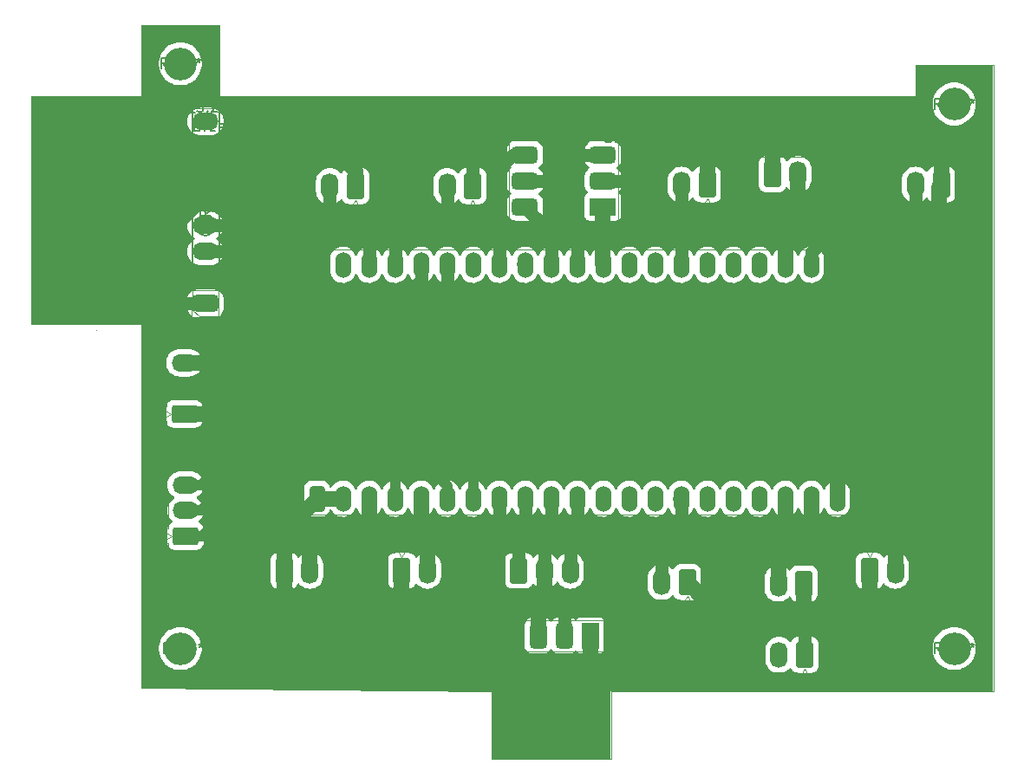
<source format=gbr>
%TF.GenerationSoftware,KiCad,Pcbnew,7.0.1*%
%TF.CreationDate,2023-04-18T11:23:04-04:00*%
%TF.ProjectId,luison-electronics,6c756973-6f6e-42d6-956c-656374726f6e,rev?*%
%TF.SameCoordinates,Original*%
%TF.FileFunction,Other,User*%
%FSLAX46Y46*%
G04 Gerber Fmt 4.6, Leading zero omitted, Abs format (unit mm)*
G04 Created by KiCad (PCBNEW 7.0.1) date 2023-04-18 11:23:04*
%MOMM*%
%LPD*%
G01*
G04 APERTURE LIST*
G04 Aperture macros list*
%AMRoundRect*
0 Rectangle with rounded corners*
0 $1 Rounding radius*
0 $2 $3 $4 $5 $6 $7 $8 $9 X,Y pos of 4 corners*
0 Add a 4 corners polygon primitive as box body*
4,1,4,$2,$3,$4,$5,$6,$7,$8,$9,$2,$3,0*
0 Add four circle primitives for the rounded corners*
1,1,$1+$1,$2,$3*
1,1,$1+$1,$4,$5*
1,1,$1+$1,$6,$7*
1,1,$1+$1,$8,$9*
0 Add four rect primitives between the rounded corners*
20,1,$1+$1,$2,$3,$4,$5,0*
20,1,$1+$1,$4,$5,$6,$7,0*
20,1,$1+$1,$6,$7,$8,$9,0*
20,1,$1+$1,$8,$9,$2,$3,0*%
G04 Aperture macros list end*
%TA.AperFunction,ComponentPad*%
%ADD10RoundRect,0.250000X-0.600000X-1.020000X0.600000X-1.020000X0.600000X1.020000X-0.600000X1.020000X0*%
%TD*%
%TA.AperFunction,ComponentPad*%
%ADD11O,1.700000X2.540000*%
%TD*%
%TA.AperFunction,ComponentPad*%
%ADD12RoundRect,0.250000X1.020000X-0.600000X1.020000X0.600000X-1.020000X0.600000X-1.020000X-0.600000X0*%
%TD*%
%TA.AperFunction,ComponentPad*%
%ADD13O,2.540000X1.700000*%
%TD*%
%TA.AperFunction,ComponentPad*%
%ADD14RoundRect,0.425000X0.845000X0.425000X-0.845000X0.425000X-0.845000X-0.425000X0.845000X-0.425000X0*%
%TD*%
%TA.AperFunction,ComponentPad*%
%ADD15R,2.540000X1.700000*%
%TD*%
%TA.AperFunction,ComponentPad*%
%ADD16RoundRect,0.425000X0.845000X-0.425000X0.845000X0.425000X-0.845000X0.425000X-0.845000X-0.425000X0*%
%TD*%
%TA.AperFunction,ComponentPad*%
%ADD17RoundRect,0.250000X0.600000X1.020000X-0.600000X1.020000X-0.600000X-1.020000X0.600000X-1.020000X0*%
%TD*%
%TA.AperFunction,ComponentPad*%
%ADD18R,1.700000X2.540000*%
%TD*%
%TA.AperFunction,ComponentPad*%
%ADD19RoundRect,0.425000X-0.425000X0.845000X-0.425000X-0.845000X0.425000X-0.845000X0.425000X0.845000X0*%
%TD*%
%TA.AperFunction,ComponentPad*%
%ADD20RoundRect,0.381000X0.381000X-0.889000X0.381000X0.889000X-0.381000X0.889000X-0.381000X-0.889000X0*%
%TD*%
%TA.AperFunction,ComponentPad*%
%ADD21O,1.524000X2.540000*%
%TD*%
%TA.AperFunction,ViaPad*%
%ADD22C,0.800000*%
%TD*%
%TA.AperFunction,ViaPad*%
%ADD23C,1.000000*%
%TD*%
%TA.AperFunction,Conductor*%
%ADD24C,1.500000*%
%TD*%
%TA.AperFunction,Conductor*%
%ADD25C,1.250000*%
%TD*%
%TA.AperFunction,Conductor*%
%ADD26C,1.000000*%
%TD*%
%ADD27C,0.375000*%
%ADD28C,0.150000*%
%ADD29C,0.120000*%
%ADD30C,0.050000*%
%ADD31RoundRect,0.250000X-0.600000X-1.020000X0.600000X-1.020000X0.600000X1.020000X-0.600000X1.020000X0*%
%ADD32O,1.700000X2.540000*%
%ADD33RoundRect,0.250000X1.020000X-0.600000X1.020000X0.600000X-1.020000X0.600000X-1.020000X-0.600000X0*%
%ADD34O,2.540000X1.700000*%
%ADD35RoundRect,0.425000X0.845000X0.425000X-0.845000X0.425000X-0.845000X-0.425000X0.845000X-0.425000X0*%
%ADD36R,2.540000X1.700000*%
%ADD37RoundRect,0.425000X0.845000X-0.425000X0.845000X0.425000X-0.845000X0.425000X-0.845000X-0.425000X0*%
%ADD38RoundRect,0.250000X0.600000X1.020000X-0.600000X1.020000X-0.600000X-1.020000X0.600000X-1.020000X0*%
%ADD39C,3.200000*%
%ADD40R,1.700000X2.540000*%
%ADD41RoundRect,0.425000X-0.425000X0.845000X-0.425000X-0.845000X0.425000X-0.845000X0.425000X0.845000X0*%
%ADD42RoundRect,0.381000X0.381000X-0.889000X0.381000X0.889000X-0.381000X0.889000X-0.381000X-0.889000X0*%
%ADD43O,1.524000X2.540000*%
%TA.AperFunction,Profile*%
%ADD44C,0.100000*%
%TD*%
%ADD45C,0.100000*%
G04 APERTURE END LIST*
D10*
%TO.P,PS3,1,VCC*%
%TO.N,+24V*%
X182245000Y-108585000D03*
D11*
%TO.P,PS3,2,Signal*%
%TO.N,/PS_FR*%
X184745000Y-108585000D03*
%TO.P,PS3,3,GND*%
%TO.N,GND*%
X187245000Y-108585000D03*
%TD*%
D12*
%TO.P,PS9,1,5V*%
%TO.N,+5V*%
X115316000Y-93265000D03*
D13*
%TO.P,PS9,2,GND*%
%TO.N,GND*%
X115316000Y-90765000D03*
%TO.P,PS9,3,24V*%
%TO.N,+24V*%
X115316000Y-88265000D03*
%TD*%
D14*
%TO.P,GYRO2,1,VCC*%
%TO.N,+3.3V*%
X117406075Y-82495000D03*
D13*
%TO.P,GYRO2,2,GND*%
%TO.N,GND*%
X117406075Y-79955000D03*
%TO.P,GYRO2,3,SCL*%
%TO.N,/SCL*%
X117406075Y-77415000D03*
%TO.P,GYRO2,4,SDA*%
%TO.N,/SDA*%
X117406075Y-74875000D03*
%TO.P,GYRO2,8,INT*%
%TO.N,unconnected-(GYRO2-INT-Pad8)*%
X117406075Y-64715000D03*
%TD*%
D15*
%TO.P,SW3,1,P1*%
%TO.N,/SW_P1*%
X156195000Y-73025000D03*
D16*
%TO.P,SW3,2,C*%
%TO.N,+3.3V*%
X156195000Y-70485000D03*
%TO.P,SW3,3,P4*%
%TO.N,/SW_P4*%
X156195000Y-67945000D03*
%TO.P,SW3,4,P2*%
%TO.N,/SW_P2*%
X148575000Y-67945000D03*
%TO.P,SW3,5,C*%
%TO.N,+3.3V*%
X148575000Y-70485000D03*
%TO.P,SW3,6,P8*%
%TO.N,/SW_P8*%
X148575000Y-73025000D03*
%TD*%
D17*
%TO.P,LS4,1,VCC*%
%TO.N,+3.3V*%
X143470000Y-71010000D03*
D11*
%TO.P,LS4,2,A0*%
%TO.N,/LS_BR*%
X140970000Y-71010000D03*
%TO.P,LS4,3,GND*%
%TO.N,GND*%
X138470000Y-71010000D03*
%TD*%
D17*
%TO.P,PS6,1,VCC*%
%TO.N,+24V*%
X189230000Y-70883000D03*
D11*
%TO.P,PS6,2,Signal*%
%TO.N,/PS_R*%
X186730000Y-70883000D03*
%TO.P,PS6,3,GND*%
%TO.N,GND*%
X184230000Y-70883000D03*
%TD*%
D18*
%TO.P,U2,1,VCC*%
%TO.N,+3.3V*%
X154940000Y-114935000D03*
D19*
%TO.P,U2,2,Start*%
%TO.N,/KS_START*%
X152400000Y-114935000D03*
%TO.P,U2,3,KillSw*%
%TO.N,/KS_EM*%
X149860000Y-114935000D03*
%TO.P,U2,4,GND*%
%TO.N,GND*%
X147320000Y-114935000D03*
%TD*%
D12*
%TO.P,PS8,1,5V*%
%TO.N,/4*%
X115443000Y-105203000D03*
D13*
%TO.P,PS8,2,GND*%
%TO.N,/6*%
X115443000Y-102703000D03*
%TO.P,PS8,3,24V*%
%TO.N,/7*%
X115443000Y-100203000D03*
%TD*%
D10*
%TO.P,PS7,1,TX*%
%TO.N,/TX1_MD*%
X147995000Y-108585000D03*
D11*
%TO.P,PS7,2,KS*%
%TO.N,/KS_EM*%
X150495000Y-108585000D03*
%TO.P,PS7,3,RX*%
%TO.N,/RX1_MD*%
X152995000Y-108585000D03*
%TD*%
D17*
%TO.P,PS2,1,VCC*%
%TO.N,+24V*%
X175815000Y-109855000D03*
D11*
%TO.P,PS2,2,Signal*%
%TO.N,/PS_FC*%
X173315000Y-109855000D03*
%TO.P,PS2,3,GND*%
%TO.N,GND*%
X170815000Y-109855000D03*
%TD*%
D10*
%TO.P,PS5,1,VCC*%
%TO.N,+24V*%
X172745000Y-69850000D03*
D11*
%TO.P,PS5,2,Signal*%
%TO.N,/PS_B*%
X175245000Y-69850000D03*
%TO.P,PS5,3,GND*%
%TO.N,GND*%
X177745000Y-69850000D03*
%TD*%
D17*
%TO.P,PS1,1,VCC*%
%TO.N,+24V*%
X164425000Y-109745000D03*
D11*
%TO.P,PS1,2,Signal*%
%TO.N,/PS_FL*%
X161925000Y-109745000D03*
%TO.P,PS1,3,GND*%
%TO.N,GND*%
X159425000Y-109745000D03*
%TD*%
D10*
%TO.P,LS2,1,VCC*%
%TO.N,+3.3V*%
X136565000Y-108585000D03*
D11*
%TO.P,LS2,2,A0*%
%TO.N,/LS_BL*%
X139065000Y-108585000D03*
%TO.P,LS2,3,GND*%
%TO.N,GND*%
X141565000Y-108585000D03*
%TD*%
D17*
%TO.P,COOLER,1,VCC*%
%TO.N,+24V*%
X175895000Y-116840000D03*
D11*
%TO.P,COOLER,2,Signal*%
%TO.N,unconnected-(PS10-Signal-Pad2)*%
X173395000Y-116840000D03*
%TO.P,COOLER,3,GND*%
%TO.N,GND*%
X170895000Y-116840000D03*
%TD*%
D20*
%TO.P,MCU2,1,3V3*%
%TO.N,+3.3V*%
X128271500Y-101560000D03*
D21*
%TO.P,MCU2,2,3V3*%
X130811500Y-101560000D03*
%TO.P,MCU2,3,RST*%
%TO.N,/LS_FL*%
X133351500Y-101560000D03*
%TO.P,MCU2,4,IO4/ADC*%
%TO.N,/4*%
X135891500Y-101560000D03*
%TO.P,MCU2,5,IO5/ADC*%
%TO.N,/LS_BL*%
X138431500Y-101560000D03*
%TO.P,MCU2,6,IO6/ADC*%
%TO.N,/6*%
X140971500Y-101560000D03*
%TO.P,MCU2,7,IO7/ADC*%
%TO.N,/7*%
X143511500Y-101560000D03*
%TO.P,MCU2,8,IO15/ADC*%
%TO.N,/TX1_MD*%
X146051500Y-101560000D03*
%TO.P,MCU2,9,IO16/ADC*%
%TO.N,/KS_EM*%
X148591500Y-101560000D03*
%TO.P,MCU2,10,IO17:TX1*%
%TO.N,/RX1_MD*%
X151131500Y-101560000D03*
%TO.P,MCU2,11,IO18:RX1*%
%TO.N,/KS_START*%
X153671500Y-101560000D03*
%TO.P,MCU2,12,IO8:SDA*%
%TO.N,unconnected-(MCU2-IO8{slash}ADC-Pad12)*%
X156211500Y-101560000D03*
%TO.P,MCU2,13,IO3/ADC*%
%TO.N,unconnected-(MCU2-IO3{slash}ADC-Pad13)*%
X158751500Y-101560000D03*
%TO.P,MCU2,14,I46*%
%TO.N,unconnected-(MCU2-I46-Pad14)*%
X161291500Y-101560000D03*
%TO.P,MCU2,15,IO9:SCL*%
%TO.N,/PS_FL*%
X163831500Y-101560000D03*
%TO.P,MCU2,16,IO10/ADC*%
%TO.N,unconnected-(MCU2-IO10{slash}ADC-Pad16)*%
X166371500Y-101560000D03*
%TO.P,MCU2,17,IO11/ADC*%
%TO.N,unconnected-(MCU2-IO11{slash}ADC-Pad17)*%
X168911500Y-101560000D03*
%TO.P,MCU2,18,IO12/ADC*%
%TO.N,unconnected-(MCU2-IO12{slash}ADC-Pad18)*%
X171451500Y-101560000D03*
%TO.P,MCU2,19,IO13/ADC*%
%TO.N,/PS_FC*%
X173991500Y-101560000D03*
%TO.P,MCU2,20,IO14/ADC*%
%TO.N,/PS_FR*%
X176531500Y-101560000D03*
%TO.P,MCU2,21,5V*%
%TO.N,+5V*%
X179071500Y-101560000D03*
%TO.P,MCU2,22,GND*%
%TO.N,GND*%
X181611500Y-101560000D03*
%TO.P,MCU2,23,GND*%
X128271500Y-78700000D03*
%TO.P,MCU2,24,IO43:TX0*%
%TO.N,unconnected-(MCU2-IO43-Pad24)*%
X130811500Y-78700000D03*
%TO.P,MCU2,25,IO44:RX0*%
%TO.N,/LS_FR*%
X133351500Y-78700000D03*
%TO.P,MCU2,26,IO1/ADC*%
%TO.N,/LS_BR*%
X135891500Y-78700000D03*
%TO.P,MCU2,27,IO2/ADC*%
%TO.N,/SDA*%
X138431500Y-78700000D03*
%TO.P,MCU2,28,IO42*%
%TO.N,/SCL*%
X140971500Y-78700000D03*
%TO.P,MCU2,29,IO41*%
%TO.N,unconnected-(MCU2-IO41-Pad29)*%
X143511500Y-78700000D03*
%TO.P,MCU2,30,IO40*%
%TO.N,/SW_P2*%
X146051500Y-78700000D03*
%TO.P,MCU2,31,IO39*%
%TO.N,unconnected-(MCU2-IO39-Pad31)*%
X148591500Y-78700000D03*
%TO.P,MCU2,32,IO38*%
%TO.N,/SW_P8*%
X151131500Y-78700000D03*
%TO.P,MCU2,33,IO37*%
%TO.N,/SW_P4*%
X153671500Y-78700000D03*
%TO.P,MCU2,34,IO36*%
%TO.N,/SW_P1*%
X156211500Y-78700000D03*
%TO.P,MCU2,35,IO35*%
%TO.N,unconnected-(MCU2-IO35-Pad35)*%
X158751500Y-78700000D03*
%TO.P,MCU2,36,IO0*%
%TO.N,unconnected-(MCU2-IO0-Pad36)*%
X161291500Y-78700000D03*
%TO.P,MCU2,37,IO45*%
%TO.N,/PS_L*%
X163831500Y-78700000D03*
%TO.P,MCU2,38,IO34*%
%TO.N,unconnected-(MCU2-IO34-Pad38)*%
X166371500Y-78700000D03*
%TO.P,MCU2,39,IO33*%
%TO.N,unconnected-(MCU2-IO33-Pad39)*%
X168911500Y-78700000D03*
%TO.P,MCU2,40,IO21*%
%TO.N,unconnected-(MCU2-IO21-Pad40)*%
X171451500Y-78700000D03*
%TO.P,MCU2,41,IO20/USB_D+*%
%TO.N,/PS_B*%
X173991500Y-78700000D03*
%TO.P,MCU2,42,IO20/USB_D-*%
%TO.N,/PS_R*%
X176531500Y-78700000D03*
%TO.P,MCU2,43,GND*%
%TO.N,GND*%
X179071500Y-78700000D03*
%TO.P,MCU2,44,GND*%
X181611500Y-78700000D03*
%TD*%
D17*
%TO.P,LS3,1,VCC*%
%TO.N,+3.3V*%
X132025000Y-71010000D03*
D11*
%TO.P,LS3,2,A0*%
%TO.N,/LS_FR*%
X129525000Y-71010000D03*
%TO.P,LS3,3,GND*%
%TO.N,GND*%
X127025000Y-71010000D03*
%TD*%
D17*
%TO.P,PS4,1,VCC*%
%TO.N,+24V*%
X166370000Y-70883000D03*
D11*
%TO.P,PS4,2,Signal*%
%TO.N,/PS_L*%
X163870000Y-70883000D03*
%TO.P,PS4,3,GND*%
%TO.N,GND*%
X161370000Y-70883000D03*
%TD*%
D10*
%TO.P,LS1,1,VCC*%
%TO.N,+3.3V*%
X125080000Y-108585000D03*
D11*
%TO.P,LS1,2,A0*%
%TO.N,/LS_FL*%
X127580000Y-108585000D03*
%TO.P,LS1,3,GND*%
%TO.N,GND*%
X130080000Y-108585000D03*
%TD*%
D22*
%TO.N,GND*%
X176530000Y-74930000D03*
D23*
X168910000Y-75946000D03*
X134620000Y-74930000D03*
X121285000Y-90805000D03*
X170180000Y-104140000D03*
X140335000Y-113665000D03*
%TD*%
D24*
%TO.N,/PS_FL*%
X163815000Y-101576500D02*
X163831500Y-101560000D01*
D25*
%TO.N,/SW_P2*%
X146035000Y-78683500D02*
X146051500Y-78700000D01*
%TD*%
%TA.AperFunction,Conductor*%
%TO.N,GND*%
G36*
X118695000Y-55258763D02*
G01*
X118731237Y-55295000D01*
X118744500Y-55344500D01*
X118744500Y-62210212D01*
X118744459Y-62210418D01*
X118744459Y-62229998D01*
X118744459Y-62230000D01*
X118744500Y-62230099D01*
X118744617Y-62230383D01*
X118745000Y-62230541D01*
X118745002Y-62230539D01*
X118764651Y-62230527D01*
X118764787Y-62230500D01*
X120649901Y-62230500D01*
X120650099Y-62230500D01*
X185165901Y-62230500D01*
X185166099Y-62230500D01*
X186670213Y-62230500D01*
X186670348Y-62230527D01*
X186689997Y-62230539D01*
X186690000Y-62230541D01*
X186690383Y-62230383D01*
X186690500Y-62230099D01*
X186690541Y-62230000D01*
X186690540Y-62229998D01*
X186690541Y-62229998D01*
X186690541Y-62210418D01*
X186690500Y-62210212D01*
X186690500Y-59281500D01*
X186703763Y-59232000D01*
X186740000Y-59195763D01*
X186789500Y-59182500D01*
X194210500Y-59182500D01*
X194260000Y-59195763D01*
X194296237Y-59232000D01*
X194309500Y-59281500D01*
X194309500Y-120296500D01*
X194296237Y-120346000D01*
X194260000Y-120382237D01*
X194210500Y-120395500D01*
X156991787Y-120395500D01*
X156991596Y-120395461D01*
X156991596Y-120395495D01*
X156972000Y-120395459D01*
X156971999Y-120395459D01*
X156971617Y-120395615D01*
X156971459Y-120395850D01*
X156971472Y-120415651D01*
X156971500Y-120415787D01*
X156971500Y-126900500D01*
X156958237Y-126950000D01*
X156922000Y-126986237D01*
X156872500Y-126999500D01*
X145387500Y-126999500D01*
X145338000Y-126986237D01*
X145301763Y-126950000D01*
X145288500Y-126900500D01*
X145288500Y-120399475D01*
X145288510Y-120398036D01*
X145288538Y-120396008D01*
X145288540Y-120396006D01*
X145288538Y-120396003D01*
X145288539Y-120395990D01*
X145288388Y-120395617D01*
X145288006Y-120395458D01*
X145284244Y-120395452D01*
X145283308Y-120395446D01*
X119095272Y-120103387D01*
X111223395Y-120015597D01*
X111174364Y-120001970D01*
X111138580Y-119965785D01*
X111125500Y-119916604D01*
X111125500Y-116348677D01*
X112834500Y-116348677D01*
X112873628Y-116633357D01*
X112951156Y-116910057D01*
X113065640Y-117173628D01*
X113214940Y-117419141D01*
X113396293Y-117642054D01*
X113606304Y-117838191D01*
X113841058Y-118003897D01*
X113841064Y-118003901D01*
X114096203Y-118136104D01*
X114366968Y-118232334D01*
X114366971Y-118232335D01*
X114648312Y-118290798D01*
X114863245Y-118305500D01*
X114863248Y-118305500D01*
X115006752Y-118305500D01*
X115006755Y-118305500D01*
X115221687Y-118290798D01*
X115503028Y-118232335D01*
X115503029Y-118232334D01*
X115503032Y-118232334D01*
X115773797Y-118136104D01*
X116028936Y-118003901D01*
X116263698Y-117838189D01*
X116473708Y-117642053D01*
X116655055Y-117419147D01*
X116715975Y-117318969D01*
X172044500Y-117318969D01*
X172059936Y-117495405D01*
X172121098Y-117723667D01*
X172220963Y-117937826D01*
X172353581Y-118127226D01*
X172356505Y-118131401D01*
X172523599Y-118298495D01*
X172717170Y-118434035D01*
X172717171Y-118434035D01*
X172717172Y-118434036D01*
X172931332Y-118533901D01*
X172931333Y-118533901D01*
X172931337Y-118533903D01*
X173159592Y-118595063D01*
X173395000Y-118615659D01*
X173630408Y-118595063D01*
X173858663Y-118533903D01*
X174072829Y-118434035D01*
X174266401Y-118298495D01*
X174433495Y-118131401D01*
X174433497Y-118131397D01*
X174439619Y-118125276D01*
X174441569Y-118127226D01*
X174471449Y-118102877D01*
X174525013Y-118095818D01*
X174574308Y-118117931D01*
X174604651Y-118162632D01*
X174610186Y-118179334D01*
X174702288Y-118328656D01*
X174826344Y-118452712D01*
X174975666Y-118544814D01*
X175142203Y-118599999D01*
X175244991Y-118610500D01*
X176545008Y-118610499D01*
X176647797Y-118599999D01*
X176814334Y-118544814D01*
X176963656Y-118452712D01*
X177087712Y-118328656D01*
X177179814Y-118179334D01*
X177234999Y-118012797D01*
X177245500Y-117910009D01*
X177245499Y-116348677D01*
X188399500Y-116348677D01*
X188438628Y-116633357D01*
X188516156Y-116910057D01*
X188630640Y-117173628D01*
X188779940Y-117419141D01*
X188961293Y-117642054D01*
X189171304Y-117838191D01*
X189406058Y-118003897D01*
X189406064Y-118003901D01*
X189661203Y-118136104D01*
X189931968Y-118232334D01*
X189931971Y-118232335D01*
X190213312Y-118290798D01*
X190428245Y-118305500D01*
X190428248Y-118305500D01*
X190571752Y-118305500D01*
X190571755Y-118305500D01*
X190786687Y-118290798D01*
X191068028Y-118232335D01*
X191068029Y-118232334D01*
X191068032Y-118232334D01*
X191338797Y-118136104D01*
X191593936Y-118003901D01*
X191828698Y-117838189D01*
X192038708Y-117642053D01*
X192220055Y-117419147D01*
X192369361Y-117173625D01*
X192483844Y-116910058D01*
X192561371Y-116633358D01*
X192600500Y-116348678D01*
X192600500Y-116061322D01*
X192561371Y-115776642D01*
X192483844Y-115499942D01*
X192369361Y-115236375D01*
X192363834Y-115227286D01*
X192220059Y-114990858D01*
X192038706Y-114767945D01*
X191828695Y-114571808D01*
X191593941Y-114406102D01*
X191593938Y-114406100D01*
X191593936Y-114406099D01*
X191338797Y-114273896D01*
X191224637Y-114233323D01*
X191068028Y-114177664D01*
X190786687Y-114119201D01*
X190571755Y-114104500D01*
X190571752Y-114104500D01*
X190428248Y-114104500D01*
X190428245Y-114104500D01*
X190213312Y-114119201D01*
X189931971Y-114177664D01*
X189679131Y-114267524D01*
X189661203Y-114273896D01*
X189447963Y-114384388D01*
X189406058Y-114406102D01*
X189171304Y-114571808D01*
X188961293Y-114767945D01*
X188779940Y-114990858D01*
X188630640Y-115236371D01*
X188516156Y-115499942D01*
X188438628Y-115776642D01*
X188399500Y-116061323D01*
X188399500Y-116348677D01*
X177245499Y-116348677D01*
X177245499Y-115769992D01*
X177234999Y-115667203D01*
X177179814Y-115500666D01*
X177179367Y-115499942D01*
X177087713Y-115351346D01*
X177087712Y-115351344D01*
X176963656Y-115227288D01*
X176814334Y-115135186D01*
X176814333Y-115135185D01*
X176647795Y-115080000D01*
X176545012Y-115069500D01*
X175244996Y-115069500D01*
X175142202Y-115080001D01*
X174975664Y-115135186D01*
X174826346Y-115227286D01*
X174702286Y-115351346D01*
X174610185Y-115500667D01*
X174604651Y-115517368D01*
X174574313Y-115562063D01*
X174525028Y-115584179D01*
X174471470Y-115577131D01*
X174441567Y-115552775D01*
X174439619Y-115554724D01*
X174433497Y-115548602D01*
X174433495Y-115548599D01*
X174266401Y-115381505D01*
X174072830Y-115245965D01*
X174072829Y-115245964D01*
X174072827Y-115245963D01*
X173858667Y-115146098D01*
X173630405Y-115084936D01*
X173395000Y-115064340D01*
X173159594Y-115084936D01*
X172931332Y-115146098D01*
X172717173Y-115245963D01*
X172523602Y-115381502D01*
X172356502Y-115548602D01*
X172220963Y-115742173D01*
X172121098Y-115956332D01*
X172059936Y-116184594D01*
X172044500Y-116361031D01*
X172044500Y-117318969D01*
X116715975Y-117318969D01*
X116804361Y-117173625D01*
X116918844Y-116910058D01*
X116996371Y-116633358D01*
X117035500Y-116348678D01*
X117035500Y-116061322D01*
X117005736Y-115844778D01*
X148509500Y-115844778D01*
X148515859Y-115925578D01*
X148524100Y-115956332D01*
X148566211Y-116113496D01*
X148654535Y-116286841D01*
X148704610Y-116348677D01*
X148776968Y-116438032D01*
X148870319Y-116513627D01*
X148928158Y-116560464D01*
X149101503Y-116648788D01*
X149134287Y-116657572D01*
X149289422Y-116699141D01*
X149370222Y-116705500D01*
X150349776Y-116705500D01*
X150349778Y-116705500D01*
X150430578Y-116699141D01*
X150618496Y-116648788D01*
X150791840Y-116560465D01*
X150943032Y-116438032D01*
X151053063Y-116302154D01*
X151101055Y-116269784D01*
X151158945Y-116269784D01*
X151206936Y-116302154D01*
X151254614Y-116361031D01*
X151316968Y-116438032D01*
X151468158Y-116560464D01*
X151641503Y-116648788D01*
X151674287Y-116657572D01*
X151829422Y-116699141D01*
X151910222Y-116705500D01*
X152889776Y-116705500D01*
X152889778Y-116705500D01*
X152970578Y-116699141D01*
X153158496Y-116648788D01*
X153331840Y-116560465D01*
X153483032Y-116438032D01*
X153484198Y-116436591D01*
X153487632Y-116434306D01*
X153491118Y-116431484D01*
X153491382Y-116431811D01*
X153533392Y-116403860D01*
X153592473Y-116404983D01*
X153640389Y-116439564D01*
X153682109Y-116495294D01*
X153732454Y-116562546D01*
X153847669Y-116648796D01*
X153982517Y-116699091D01*
X154042127Y-116705500D01*
X155837872Y-116705499D01*
X155897483Y-116699091D01*
X156032331Y-116648796D01*
X156147546Y-116562546D01*
X156233796Y-116447331D01*
X156284091Y-116312483D01*
X156290500Y-116252873D01*
X156290499Y-113617128D01*
X156284091Y-113557517D01*
X156233796Y-113422669D01*
X156147546Y-113307454D01*
X156032342Y-113221212D01*
X156032330Y-113221203D01*
X155936366Y-113185411D01*
X155897483Y-113170909D01*
X155837873Y-113164500D01*
X155837869Y-113164500D01*
X154042128Y-113164500D01*
X153982515Y-113170909D01*
X153847669Y-113221203D01*
X153732455Y-113307453D01*
X153640389Y-113430436D01*
X153592474Y-113465015D01*
X153533396Y-113466140D01*
X153491382Y-113438189D01*
X153491118Y-113438516D01*
X153487637Y-113435697D01*
X153484200Y-113433411D01*
X153483032Y-113431968D01*
X153483030Y-113431966D01*
X153331841Y-113309535D01*
X153158496Y-113221211D01*
X153036144Y-113188427D01*
X152970578Y-113170859D01*
X152889778Y-113164500D01*
X151910222Y-113164500D01*
X151829422Y-113170859D01*
X151796638Y-113179643D01*
X151641503Y-113221211D01*
X151468158Y-113309535D01*
X151316967Y-113431968D01*
X151206937Y-113567844D01*
X151158945Y-113600215D01*
X151101055Y-113600215D01*
X151053063Y-113567844D01*
X150943032Y-113431968D01*
X150791841Y-113309535D01*
X150618496Y-113221211D01*
X150496144Y-113188427D01*
X150430578Y-113170859D01*
X150349778Y-113164500D01*
X149370222Y-113164500D01*
X149289422Y-113170859D01*
X149256638Y-113179643D01*
X149101503Y-113221211D01*
X148928158Y-113309535D01*
X148776968Y-113431968D01*
X148654535Y-113583158D01*
X148566211Y-113756503D01*
X148524643Y-113911638D01*
X148515859Y-113944422D01*
X148509500Y-114025222D01*
X148509500Y-115844778D01*
X117005736Y-115844778D01*
X116996371Y-115776642D01*
X116918844Y-115499942D01*
X116804361Y-115236375D01*
X116798834Y-115227286D01*
X116655059Y-114990858D01*
X116473706Y-114767945D01*
X116263695Y-114571808D01*
X116028941Y-114406102D01*
X116028938Y-114406100D01*
X116028936Y-114406099D01*
X115773797Y-114273896D01*
X115659637Y-114233323D01*
X115503028Y-114177664D01*
X115221687Y-114119201D01*
X115006755Y-114104500D01*
X115006752Y-114104500D01*
X114863248Y-114104500D01*
X114863245Y-114104500D01*
X114648312Y-114119201D01*
X114366971Y-114177664D01*
X114114131Y-114267524D01*
X114096203Y-114273896D01*
X113882963Y-114384388D01*
X113841058Y-114406102D01*
X113606304Y-114571808D01*
X113396293Y-114767945D01*
X113214940Y-114990858D01*
X113065640Y-115236371D01*
X112951156Y-115499942D01*
X112873628Y-115776642D01*
X112834500Y-116061323D01*
X112834500Y-116348677D01*
X111125500Y-116348677D01*
X111125500Y-109655003D01*
X123729500Y-109655003D01*
X123740001Y-109757797D01*
X123795186Y-109924335D01*
X123868686Y-110043497D01*
X123887288Y-110073656D01*
X124011344Y-110197712D01*
X124160666Y-110289814D01*
X124327203Y-110344999D01*
X124429991Y-110355500D01*
X125730008Y-110355499D01*
X125832797Y-110344999D01*
X125999334Y-110289814D01*
X126148656Y-110197712D01*
X126272712Y-110073656D01*
X126364814Y-109924334D01*
X126370348Y-109907632D01*
X126400681Y-109862940D01*
X126449962Y-109840821D01*
X126503519Y-109847864D01*
X126533433Y-109872223D01*
X126535381Y-109870276D01*
X126541502Y-109876397D01*
X126541505Y-109876401D01*
X126708599Y-110043495D01*
X126902170Y-110179035D01*
X126902171Y-110179035D01*
X126902172Y-110179036D01*
X127116332Y-110278901D01*
X127116333Y-110278901D01*
X127116337Y-110278903D01*
X127344592Y-110340063D01*
X127580000Y-110360659D01*
X127815408Y-110340063D01*
X128043663Y-110278903D01*
X128257829Y-110179035D01*
X128451401Y-110043495D01*
X128618495Y-109876401D01*
X128754035Y-109682829D01*
X128767011Y-109655003D01*
X135214500Y-109655003D01*
X135225001Y-109757797D01*
X135280186Y-109924335D01*
X135353686Y-110043497D01*
X135372288Y-110073656D01*
X135496344Y-110197712D01*
X135645666Y-110289814D01*
X135812203Y-110344999D01*
X135914991Y-110355500D01*
X137215008Y-110355499D01*
X137317797Y-110344999D01*
X137484334Y-110289814D01*
X137633656Y-110197712D01*
X137757712Y-110073656D01*
X137849814Y-109924334D01*
X137855348Y-109907632D01*
X137885681Y-109862940D01*
X137934962Y-109840821D01*
X137988519Y-109847864D01*
X138018433Y-109872223D01*
X138020381Y-109870276D01*
X138026502Y-109876397D01*
X138026505Y-109876401D01*
X138193599Y-110043495D01*
X138387170Y-110179035D01*
X138387171Y-110179035D01*
X138387172Y-110179036D01*
X138601332Y-110278901D01*
X138601333Y-110278901D01*
X138601337Y-110278903D01*
X138829592Y-110340063D01*
X139065000Y-110360659D01*
X139300408Y-110340063D01*
X139528663Y-110278903D01*
X139742829Y-110179035D01*
X139936401Y-110043495D01*
X140103495Y-109876401D01*
X140239035Y-109682829D01*
X140252011Y-109655003D01*
X146644500Y-109655003D01*
X146655001Y-109757797D01*
X146710186Y-109924335D01*
X146783686Y-110043497D01*
X146802288Y-110073656D01*
X146926344Y-110197712D01*
X147075666Y-110289814D01*
X147242203Y-110344999D01*
X147344991Y-110355500D01*
X148645008Y-110355499D01*
X148747797Y-110344999D01*
X148914334Y-110289814D01*
X149063656Y-110197712D01*
X149187712Y-110073656D01*
X149279814Y-109924334D01*
X149285348Y-109907632D01*
X149315681Y-109862940D01*
X149364962Y-109840821D01*
X149418519Y-109847864D01*
X149448433Y-109872223D01*
X149450381Y-109870276D01*
X149456502Y-109876397D01*
X149456505Y-109876401D01*
X149623599Y-110043495D01*
X149817170Y-110179035D01*
X149817171Y-110179035D01*
X149817172Y-110179036D01*
X150031332Y-110278901D01*
X150031333Y-110278901D01*
X150031337Y-110278903D01*
X150259592Y-110340063D01*
X150495000Y-110360659D01*
X150730408Y-110340063D01*
X150958663Y-110278903D01*
X151172829Y-110179035D01*
X151366401Y-110043495D01*
X151533495Y-109876401D01*
X151663905Y-109690154D01*
X151699287Y-109659126D01*
X151745000Y-109647940D01*
X151790713Y-109659126D01*
X151826094Y-109690154D01*
X151839896Y-109709865D01*
X151953579Y-109872223D01*
X151956505Y-109876401D01*
X152123599Y-110043495D01*
X152317170Y-110179035D01*
X152317171Y-110179035D01*
X152317172Y-110179036D01*
X152531332Y-110278901D01*
X152531333Y-110278901D01*
X152531337Y-110278903D01*
X152759592Y-110340063D01*
X152995000Y-110360659D01*
X153230408Y-110340063D01*
X153458663Y-110278903D01*
X153576468Y-110223969D01*
X160574500Y-110223969D01*
X160589936Y-110400405D01*
X160651098Y-110628667D01*
X160750963Y-110842826D01*
X160883581Y-111032226D01*
X160886505Y-111036401D01*
X161053599Y-111203495D01*
X161247170Y-111339035D01*
X161247171Y-111339035D01*
X161247172Y-111339036D01*
X161461332Y-111438901D01*
X161461333Y-111438901D01*
X161461337Y-111438903D01*
X161689592Y-111500063D01*
X161925000Y-111520659D01*
X162160408Y-111500063D01*
X162388663Y-111438903D01*
X162602829Y-111339035D01*
X162796401Y-111203495D01*
X162963495Y-111036401D01*
X162963497Y-111036397D01*
X162969619Y-111030276D01*
X162971569Y-111032226D01*
X163001449Y-111007877D01*
X163055013Y-111000818D01*
X163104308Y-111022931D01*
X163134651Y-111067632D01*
X163140186Y-111084334D01*
X163232288Y-111233656D01*
X163356344Y-111357712D01*
X163505666Y-111449814D01*
X163672203Y-111504999D01*
X163774991Y-111515500D01*
X165075008Y-111515499D01*
X165177797Y-111504999D01*
X165344334Y-111449814D01*
X165493656Y-111357712D01*
X165617712Y-111233656D01*
X165709814Y-111084334D01*
X165764999Y-110917797D01*
X165775500Y-110815009D01*
X165775500Y-110333969D01*
X171964500Y-110333969D01*
X171979936Y-110510405D01*
X172041098Y-110738667D01*
X172140963Y-110952826D01*
X172273581Y-111142226D01*
X172276505Y-111146401D01*
X172443599Y-111313495D01*
X172637170Y-111449035D01*
X172637171Y-111449035D01*
X172637172Y-111449036D01*
X172851332Y-111548901D01*
X172851333Y-111548901D01*
X172851337Y-111548903D01*
X173079592Y-111610063D01*
X173315000Y-111630659D01*
X173550408Y-111610063D01*
X173778663Y-111548903D01*
X173992829Y-111449035D01*
X174186401Y-111313495D01*
X174353495Y-111146401D01*
X174353497Y-111146397D01*
X174359619Y-111140276D01*
X174361569Y-111142226D01*
X174391449Y-111117877D01*
X174445013Y-111110818D01*
X174494308Y-111132931D01*
X174524651Y-111177632D01*
X174530186Y-111194334D01*
X174622288Y-111343656D01*
X174746344Y-111467712D01*
X174895666Y-111559814D01*
X175062203Y-111614999D01*
X175164991Y-111625500D01*
X176465008Y-111625499D01*
X176567797Y-111614999D01*
X176734334Y-111559814D01*
X176883656Y-111467712D01*
X177007712Y-111343656D01*
X177099814Y-111194334D01*
X177154999Y-111027797D01*
X177165500Y-110925009D01*
X177165499Y-109655003D01*
X180894500Y-109655003D01*
X180905001Y-109757797D01*
X180960186Y-109924335D01*
X181033686Y-110043497D01*
X181052288Y-110073656D01*
X181176344Y-110197712D01*
X181325666Y-110289814D01*
X181492203Y-110344999D01*
X181594991Y-110355500D01*
X182895008Y-110355499D01*
X182997797Y-110344999D01*
X183164334Y-110289814D01*
X183313656Y-110197712D01*
X183437712Y-110073656D01*
X183529814Y-109924334D01*
X183535348Y-109907632D01*
X183565681Y-109862940D01*
X183614962Y-109840821D01*
X183668519Y-109847864D01*
X183698433Y-109872223D01*
X183700381Y-109870276D01*
X183706502Y-109876397D01*
X183706505Y-109876401D01*
X183873599Y-110043495D01*
X184067170Y-110179035D01*
X184067171Y-110179035D01*
X184067172Y-110179036D01*
X184281332Y-110278901D01*
X184281333Y-110278901D01*
X184281337Y-110278903D01*
X184509592Y-110340063D01*
X184745000Y-110360659D01*
X184980408Y-110340063D01*
X185208663Y-110278903D01*
X185422829Y-110179035D01*
X185616401Y-110043495D01*
X185783495Y-109876401D01*
X185919035Y-109682829D01*
X186018903Y-109468663D01*
X186080063Y-109240408D01*
X186095500Y-109063966D01*
X186095500Y-108106034D01*
X186094966Y-108099936D01*
X186083541Y-107969341D01*
X186080063Y-107929592D01*
X186018903Y-107701337D01*
X185919035Y-107487171D01*
X185783495Y-107293599D01*
X185616401Y-107126505D01*
X185422830Y-106990965D01*
X185422829Y-106990964D01*
X185422827Y-106990963D01*
X185208667Y-106891098D01*
X184980405Y-106829936D01*
X184745000Y-106809340D01*
X184509594Y-106829936D01*
X184281332Y-106891098D01*
X184067173Y-106990963D01*
X183873602Y-107126502D01*
X183873599Y-107126504D01*
X183873599Y-107126505D01*
X183706505Y-107293599D01*
X183706502Y-107293602D01*
X183700381Y-107299724D01*
X183698436Y-107297779D01*
X183668498Y-107322144D01*
X183614948Y-107329176D01*
X183565676Y-107307055D01*
X183535347Y-107262364D01*
X183529814Y-107245666D01*
X183437713Y-107096346D01*
X183437712Y-107096344D01*
X183313656Y-106972288D01*
X183164334Y-106880186D01*
X183164333Y-106880185D01*
X182997795Y-106825000D01*
X182895012Y-106814500D01*
X181594996Y-106814500D01*
X181492202Y-106825001D01*
X181325664Y-106880186D01*
X181176346Y-106972286D01*
X181052286Y-107096346D01*
X180960186Y-107245665D01*
X180905000Y-107412204D01*
X180894500Y-107514987D01*
X180894500Y-109655003D01*
X177165499Y-109655003D01*
X177165499Y-108784992D01*
X177154999Y-108682203D01*
X177099814Y-108515666D01*
X177007712Y-108366344D01*
X176883656Y-108242288D01*
X176734334Y-108150186D01*
X176680322Y-108132288D01*
X176567795Y-108095000D01*
X176465012Y-108084500D01*
X175164996Y-108084500D01*
X175062202Y-108095001D01*
X174895664Y-108150186D01*
X174746346Y-108242286D01*
X174622286Y-108366346D01*
X174530185Y-108515667D01*
X174524651Y-108532368D01*
X174494313Y-108577063D01*
X174445028Y-108599179D01*
X174391470Y-108592131D01*
X174361567Y-108567775D01*
X174359619Y-108569724D01*
X174353497Y-108563602D01*
X174353495Y-108563599D01*
X174186401Y-108396505D01*
X173992830Y-108260965D01*
X173992829Y-108260964D01*
X173992827Y-108260963D01*
X173778667Y-108161098D01*
X173550405Y-108099936D01*
X173315000Y-108079340D01*
X173079594Y-108099936D01*
X172851332Y-108161098D01*
X172637173Y-108260963D01*
X172443602Y-108396502D01*
X172276502Y-108563602D01*
X172140963Y-108757173D01*
X172041098Y-108971332D01*
X171979936Y-109199594D01*
X171964500Y-109376031D01*
X171964500Y-110333969D01*
X165775500Y-110333969D01*
X165775499Y-108674992D01*
X165764999Y-108572203D01*
X165709814Y-108405666D01*
X165704163Y-108396505D01*
X165617713Y-108256346D01*
X165617712Y-108256344D01*
X165493656Y-108132288D01*
X165451086Y-108106031D01*
X165344334Y-108040186D01*
X165177795Y-107985000D01*
X165075012Y-107974500D01*
X163774996Y-107974500D01*
X163672202Y-107985001D01*
X163505664Y-108040186D01*
X163356346Y-108132286D01*
X163232286Y-108256346D01*
X163140185Y-108405667D01*
X163134651Y-108422368D01*
X163104313Y-108467063D01*
X163055028Y-108489179D01*
X163001470Y-108482131D01*
X162971567Y-108457775D01*
X162969619Y-108459724D01*
X162963497Y-108453602D01*
X162963495Y-108453599D01*
X162796401Y-108286505D01*
X162602830Y-108150965D01*
X162602829Y-108150964D01*
X162602827Y-108150963D01*
X162388667Y-108051098D01*
X162160405Y-107989936D01*
X161925000Y-107969340D01*
X161689594Y-107989936D01*
X161461332Y-108051098D01*
X161247173Y-108150963D01*
X161053602Y-108286502D01*
X160886502Y-108453602D01*
X160750963Y-108647173D01*
X160651098Y-108861332D01*
X160589936Y-109089594D01*
X160574500Y-109266031D01*
X160574500Y-110223969D01*
X153576468Y-110223969D01*
X153672829Y-110179035D01*
X153866401Y-110043495D01*
X154033495Y-109876401D01*
X154169035Y-109682829D01*
X154268903Y-109468663D01*
X154330063Y-109240408D01*
X154345500Y-109063966D01*
X154345500Y-108106034D01*
X154344966Y-108099936D01*
X154333541Y-107969341D01*
X154330063Y-107929592D01*
X154268903Y-107701337D01*
X154169035Y-107487171D01*
X154033495Y-107293599D01*
X153866401Y-107126505D01*
X153672830Y-106990965D01*
X153672829Y-106990964D01*
X153672827Y-106990963D01*
X153458667Y-106891098D01*
X153230405Y-106829936D01*
X152995000Y-106809340D01*
X152759594Y-106829936D01*
X152531332Y-106891098D01*
X152317173Y-106990963D01*
X152123602Y-107126502D01*
X151956502Y-107293602D01*
X151826096Y-107479843D01*
X151790713Y-107510873D01*
X151745000Y-107522059D01*
X151699287Y-107510873D01*
X151663904Y-107479843D01*
X151533497Y-107293602D01*
X151533495Y-107293599D01*
X151366401Y-107126505D01*
X151172830Y-106990965D01*
X151172829Y-106990964D01*
X151172827Y-106990963D01*
X150958667Y-106891098D01*
X150730405Y-106829936D01*
X150495000Y-106809340D01*
X150259594Y-106829936D01*
X150031332Y-106891098D01*
X149817173Y-106990963D01*
X149623602Y-107126502D01*
X149623599Y-107126504D01*
X149623599Y-107126505D01*
X149456505Y-107293599D01*
X149456502Y-107293602D01*
X149450381Y-107299724D01*
X149448436Y-107297779D01*
X149418498Y-107322144D01*
X149364948Y-107329176D01*
X149315676Y-107307055D01*
X149285347Y-107262364D01*
X149279814Y-107245666D01*
X149187713Y-107096346D01*
X149187712Y-107096344D01*
X149063656Y-106972288D01*
X148914334Y-106880186D01*
X148914333Y-106880185D01*
X148747795Y-106825000D01*
X148645012Y-106814500D01*
X147344996Y-106814500D01*
X147242202Y-106825001D01*
X147075664Y-106880186D01*
X146926346Y-106972286D01*
X146802286Y-107096346D01*
X146710186Y-107245665D01*
X146655000Y-107412204D01*
X146644500Y-107514987D01*
X146644500Y-109655003D01*
X140252011Y-109655003D01*
X140338903Y-109468663D01*
X140400063Y-109240408D01*
X140415500Y-109063966D01*
X140415500Y-108106034D01*
X140414966Y-108099936D01*
X140403541Y-107969341D01*
X140400063Y-107929592D01*
X140338903Y-107701337D01*
X140239035Y-107487171D01*
X140103495Y-107293599D01*
X139936401Y-107126505D01*
X139742830Y-106990965D01*
X139742829Y-106990964D01*
X139742827Y-106990963D01*
X139528667Y-106891098D01*
X139300405Y-106829936D01*
X139065000Y-106809340D01*
X138829594Y-106829936D01*
X138601332Y-106891098D01*
X138387173Y-106990963D01*
X138193602Y-107126502D01*
X138193599Y-107126504D01*
X138193599Y-107126505D01*
X138026505Y-107293599D01*
X138026502Y-107293602D01*
X138020381Y-107299724D01*
X138018436Y-107297779D01*
X137988498Y-107322144D01*
X137934948Y-107329176D01*
X137885676Y-107307055D01*
X137855347Y-107262364D01*
X137849814Y-107245666D01*
X137757713Y-107096346D01*
X137757712Y-107096344D01*
X137633656Y-106972288D01*
X137484334Y-106880186D01*
X137484333Y-106880185D01*
X137317795Y-106825000D01*
X137215012Y-106814500D01*
X135914996Y-106814500D01*
X135812202Y-106825001D01*
X135645664Y-106880186D01*
X135496346Y-106972286D01*
X135372286Y-107096346D01*
X135280186Y-107245665D01*
X135225000Y-107412204D01*
X135214500Y-107514987D01*
X135214500Y-109655003D01*
X128767011Y-109655003D01*
X128853903Y-109468663D01*
X128915063Y-109240408D01*
X128930500Y-109063966D01*
X128930500Y-108106034D01*
X128929966Y-108099936D01*
X128918541Y-107969341D01*
X128915063Y-107929592D01*
X128853903Y-107701337D01*
X128754035Y-107487171D01*
X128618495Y-107293599D01*
X128451401Y-107126505D01*
X128257830Y-106990965D01*
X128257829Y-106990964D01*
X128257827Y-106990963D01*
X128043667Y-106891098D01*
X127815405Y-106829936D01*
X127580000Y-106809340D01*
X127344594Y-106829936D01*
X127116332Y-106891098D01*
X126902173Y-106990963D01*
X126708602Y-107126502D01*
X126708599Y-107126504D01*
X126708599Y-107126505D01*
X126541505Y-107293599D01*
X126541502Y-107293602D01*
X126535381Y-107299724D01*
X126533436Y-107297779D01*
X126503498Y-107322144D01*
X126449948Y-107329176D01*
X126400676Y-107307055D01*
X126370347Y-107262364D01*
X126364814Y-107245666D01*
X126272713Y-107096346D01*
X126272712Y-107096344D01*
X126148656Y-106972288D01*
X125999334Y-106880186D01*
X125999333Y-106880185D01*
X125832795Y-106825000D01*
X125730012Y-106814500D01*
X124429996Y-106814500D01*
X124327202Y-106825001D01*
X124160664Y-106880186D01*
X124011346Y-106972286D01*
X123887286Y-107096346D01*
X123795186Y-107245665D01*
X123740000Y-107412204D01*
X123729500Y-107514987D01*
X123729500Y-109655003D01*
X111125500Y-109655003D01*
X111125500Y-102703000D01*
X113667340Y-102703000D01*
X113687936Y-102938405D01*
X113749098Y-103166667D01*
X113848963Y-103380826D01*
X113848964Y-103380827D01*
X113848965Y-103380829D01*
X113984505Y-103574401D01*
X114151599Y-103741495D01*
X114151602Y-103741497D01*
X114157724Y-103747619D01*
X114155775Y-103749567D01*
X114180131Y-103779470D01*
X114187179Y-103833028D01*
X114165063Y-103882313D01*
X114120368Y-103912651D01*
X114103667Y-103918185D01*
X113954346Y-104010286D01*
X113830286Y-104134346D01*
X113738186Y-104283665D01*
X113683000Y-104450204D01*
X113672500Y-104552987D01*
X113672500Y-105853003D01*
X113683001Y-105955797D01*
X113738186Y-106122335D01*
X113830286Y-106271653D01*
X113830288Y-106271656D01*
X113954344Y-106395712D01*
X114103666Y-106487814D01*
X114270203Y-106542999D01*
X114372991Y-106553500D01*
X116513008Y-106553499D01*
X116615797Y-106542999D01*
X116782334Y-106487814D01*
X116931656Y-106395712D01*
X117055712Y-106271656D01*
X117147814Y-106122334D01*
X117202999Y-105955797D01*
X117213500Y-105853009D01*
X117213499Y-104552992D01*
X117202999Y-104450203D01*
X117147814Y-104283666D01*
X117055712Y-104134344D01*
X116931656Y-104010288D01*
X116782334Y-103918186D01*
X116782333Y-103918185D01*
X116782332Y-103918185D01*
X116765632Y-103912651D01*
X116720931Y-103882308D01*
X116698818Y-103833013D01*
X116705877Y-103779449D01*
X116730226Y-103749569D01*
X116728276Y-103747619D01*
X116734397Y-103741497D01*
X116734401Y-103741495D01*
X116901495Y-103574401D01*
X117037035Y-103380830D01*
X117136903Y-103166663D01*
X117198063Y-102938408D01*
X117218659Y-102703000D01*
X117203143Y-102525660D01*
X127009000Y-102525660D01*
X127011918Y-102568700D01*
X127058193Y-102754776D01*
X127143382Y-102926544D01*
X127143383Y-102926545D01*
X127143384Y-102926547D01*
X127263510Y-103075990D01*
X127412953Y-103196116D01*
X127584725Y-103281307D01*
X127770796Y-103327581D01*
X127813843Y-103330500D01*
X128729156Y-103330499D01*
X128729160Y-103330499D01*
X128750680Y-103329039D01*
X128772204Y-103327581D01*
X128958275Y-103281307D01*
X129130047Y-103196116D01*
X129279490Y-103075990D01*
X129399616Y-102926547D01*
X129484807Y-102754775D01*
X129505822Y-102670271D01*
X129537003Y-102619399D01*
X129591761Y-102595686D01*
X129650200Y-102607751D01*
X129691090Y-102651211D01*
X129723328Y-102718153D01*
X129856904Y-102902005D01*
X130021162Y-103059052D01*
X130210823Y-103184246D01*
X130419789Y-103273562D01*
X130641346Y-103324131D01*
X130754858Y-103329228D01*
X130868369Y-103334327D01*
X130868369Y-103334326D01*
X130868371Y-103334327D01*
X131093568Y-103303822D01*
X131309700Y-103233596D01*
X131509819Y-103125908D01*
X131687493Y-102984217D01*
X131837012Y-102813078D01*
X131953571Y-102617992D01*
X131986729Y-102529641D01*
X132021225Y-102484335D01*
X132074974Y-102465528D01*
X132130193Y-102479442D01*
X132168611Y-102521472D01*
X132263328Y-102718153D01*
X132396904Y-102902005D01*
X132561162Y-103059052D01*
X132750823Y-103184246D01*
X132959789Y-103273562D01*
X133181346Y-103324131D01*
X133294858Y-103329228D01*
X133408369Y-103334327D01*
X133408369Y-103334326D01*
X133408371Y-103334327D01*
X133633568Y-103303822D01*
X133849700Y-103233596D01*
X134049819Y-103125908D01*
X134227493Y-102984217D01*
X134377012Y-102813078D01*
X134493571Y-102617992D01*
X134526729Y-102529641D01*
X134561225Y-102484335D01*
X134614974Y-102465528D01*
X134670193Y-102479442D01*
X134708611Y-102521472D01*
X134803328Y-102718153D01*
X134936904Y-102902005D01*
X135101162Y-103059052D01*
X135290823Y-103184246D01*
X135499789Y-103273562D01*
X135721346Y-103324131D01*
X135834858Y-103329228D01*
X135948369Y-103334327D01*
X135948369Y-103334326D01*
X135948371Y-103334327D01*
X136173568Y-103303822D01*
X136389700Y-103233596D01*
X136589819Y-103125908D01*
X136767493Y-102984217D01*
X136917012Y-102813078D01*
X137033571Y-102617992D01*
X137066729Y-102529641D01*
X137101225Y-102484335D01*
X137154974Y-102465528D01*
X137210193Y-102479442D01*
X137248611Y-102521472D01*
X137343328Y-102718153D01*
X137476904Y-102902005D01*
X137641162Y-103059052D01*
X137830823Y-103184246D01*
X138039789Y-103273562D01*
X138261346Y-103324131D01*
X138374858Y-103329228D01*
X138488369Y-103334327D01*
X138488369Y-103334326D01*
X138488371Y-103334327D01*
X138713568Y-103303822D01*
X138929700Y-103233596D01*
X139129819Y-103125908D01*
X139307493Y-102984217D01*
X139457012Y-102813078D01*
X139573571Y-102617992D01*
X139606729Y-102529641D01*
X139641225Y-102484335D01*
X139694974Y-102465528D01*
X139750193Y-102479442D01*
X139788611Y-102521472D01*
X139883328Y-102718153D01*
X140016904Y-102902005D01*
X140181162Y-103059052D01*
X140370823Y-103184246D01*
X140579789Y-103273562D01*
X140801346Y-103324131D01*
X140914858Y-103329228D01*
X141028369Y-103334327D01*
X141028369Y-103334326D01*
X141028371Y-103334327D01*
X141253568Y-103303822D01*
X141469700Y-103233596D01*
X141669819Y-103125908D01*
X141847493Y-102984217D01*
X141997012Y-102813078D01*
X142113571Y-102617992D01*
X142146729Y-102529641D01*
X142181225Y-102484335D01*
X142234974Y-102465528D01*
X142290193Y-102479442D01*
X142328611Y-102521472D01*
X142423328Y-102718153D01*
X142556904Y-102902005D01*
X142721162Y-103059052D01*
X142910823Y-103184246D01*
X143119789Y-103273562D01*
X143341346Y-103324131D01*
X143454858Y-103329228D01*
X143568369Y-103334327D01*
X143568369Y-103334326D01*
X143568371Y-103334327D01*
X143793568Y-103303822D01*
X144009700Y-103233596D01*
X144209819Y-103125908D01*
X144387493Y-102984217D01*
X144537012Y-102813078D01*
X144653571Y-102617992D01*
X144686729Y-102529641D01*
X144721225Y-102484335D01*
X144774974Y-102465528D01*
X144830193Y-102479442D01*
X144868611Y-102521472D01*
X144963328Y-102718153D01*
X145096904Y-102902005D01*
X145261162Y-103059052D01*
X145450823Y-103184246D01*
X145659789Y-103273562D01*
X145881346Y-103324131D01*
X145994858Y-103329228D01*
X146108369Y-103334327D01*
X146108369Y-103334326D01*
X146108371Y-103334327D01*
X146333568Y-103303822D01*
X146549700Y-103233596D01*
X146749819Y-103125908D01*
X146927493Y-102984217D01*
X147077012Y-102813078D01*
X147193571Y-102617992D01*
X147226729Y-102529641D01*
X147261225Y-102484335D01*
X147314974Y-102465528D01*
X147370193Y-102479442D01*
X147408611Y-102521472D01*
X147503328Y-102718153D01*
X147636904Y-102902005D01*
X147801162Y-103059052D01*
X147990823Y-103184246D01*
X148199789Y-103273562D01*
X148421346Y-103324131D01*
X148534858Y-103329228D01*
X148648369Y-103334327D01*
X148648369Y-103334326D01*
X148648371Y-103334327D01*
X148873568Y-103303822D01*
X149089700Y-103233596D01*
X149289819Y-103125908D01*
X149467493Y-102984217D01*
X149617012Y-102813078D01*
X149733571Y-102617992D01*
X149766729Y-102529641D01*
X149801225Y-102484335D01*
X149854974Y-102465528D01*
X149910193Y-102479442D01*
X149948611Y-102521472D01*
X150043328Y-102718153D01*
X150176904Y-102902005D01*
X150341162Y-103059052D01*
X150530823Y-103184246D01*
X150739789Y-103273562D01*
X150961346Y-103324131D01*
X151074858Y-103329228D01*
X151188369Y-103334327D01*
X151188369Y-103334326D01*
X151188371Y-103334327D01*
X151413568Y-103303822D01*
X151629700Y-103233596D01*
X151829819Y-103125908D01*
X152007493Y-102984217D01*
X152157012Y-102813078D01*
X152273571Y-102617992D01*
X152306729Y-102529641D01*
X152341225Y-102484335D01*
X152394974Y-102465528D01*
X152450193Y-102479442D01*
X152488611Y-102521472D01*
X152583328Y-102718153D01*
X152716904Y-102902005D01*
X152881162Y-103059052D01*
X153070823Y-103184246D01*
X153279789Y-103273562D01*
X153501346Y-103324131D01*
X153614858Y-103329228D01*
X153728369Y-103334327D01*
X153728369Y-103334326D01*
X153728371Y-103334327D01*
X153953568Y-103303822D01*
X154169700Y-103233596D01*
X154369819Y-103125908D01*
X154547493Y-102984217D01*
X154697012Y-102813078D01*
X154813571Y-102617992D01*
X154846729Y-102529641D01*
X154881225Y-102484335D01*
X154934974Y-102465528D01*
X154990193Y-102479442D01*
X155028611Y-102521472D01*
X155123328Y-102718153D01*
X155256904Y-102902005D01*
X155421162Y-103059052D01*
X155610823Y-103184246D01*
X155819789Y-103273562D01*
X156041346Y-103324131D01*
X156154858Y-103329228D01*
X156268369Y-103334327D01*
X156268369Y-103334326D01*
X156268371Y-103334327D01*
X156493568Y-103303822D01*
X156709700Y-103233596D01*
X156909819Y-103125908D01*
X157087493Y-102984217D01*
X157237012Y-102813078D01*
X157353571Y-102617992D01*
X157386729Y-102529641D01*
X157421225Y-102484335D01*
X157474974Y-102465528D01*
X157530193Y-102479442D01*
X157568611Y-102521472D01*
X157663328Y-102718153D01*
X157796904Y-102902005D01*
X157961162Y-103059052D01*
X158150823Y-103184246D01*
X158359789Y-103273562D01*
X158581346Y-103324131D01*
X158694858Y-103329228D01*
X158808369Y-103334327D01*
X158808369Y-103334326D01*
X158808371Y-103334327D01*
X159033568Y-103303822D01*
X159249700Y-103233596D01*
X159449819Y-103125908D01*
X159627493Y-102984217D01*
X159777012Y-102813078D01*
X159893571Y-102617992D01*
X159926729Y-102529641D01*
X159961225Y-102484335D01*
X160014974Y-102465528D01*
X160070193Y-102479442D01*
X160108611Y-102521472D01*
X160203328Y-102718153D01*
X160336904Y-102902005D01*
X160501162Y-103059052D01*
X160690823Y-103184246D01*
X160899789Y-103273562D01*
X161121346Y-103324131D01*
X161234858Y-103329228D01*
X161348369Y-103334327D01*
X161348369Y-103334326D01*
X161348371Y-103334327D01*
X161573568Y-103303822D01*
X161789700Y-103233596D01*
X161989819Y-103125908D01*
X162167493Y-102984217D01*
X162317012Y-102813078D01*
X162433571Y-102617992D01*
X162466729Y-102529641D01*
X162501225Y-102484335D01*
X162554974Y-102465528D01*
X162610193Y-102479442D01*
X162648611Y-102521472D01*
X162743328Y-102718153D01*
X162876904Y-102902005D01*
X163041162Y-103059052D01*
X163230823Y-103184246D01*
X163439789Y-103273562D01*
X163661346Y-103324131D01*
X163774858Y-103329228D01*
X163888369Y-103334327D01*
X163888369Y-103334326D01*
X163888371Y-103334327D01*
X164113568Y-103303822D01*
X164329700Y-103233596D01*
X164529819Y-103125908D01*
X164707493Y-102984217D01*
X164857012Y-102813078D01*
X164973571Y-102617992D01*
X165006729Y-102529641D01*
X165041225Y-102484335D01*
X165094974Y-102465528D01*
X165150193Y-102479442D01*
X165188611Y-102521472D01*
X165283328Y-102718153D01*
X165416904Y-102902005D01*
X165581162Y-103059052D01*
X165770823Y-103184246D01*
X165979789Y-103273562D01*
X166201346Y-103324131D01*
X166314858Y-103329228D01*
X166428369Y-103334327D01*
X166428369Y-103334326D01*
X166428371Y-103334327D01*
X166653568Y-103303822D01*
X166869700Y-103233596D01*
X167069819Y-103125908D01*
X167247493Y-102984217D01*
X167397012Y-102813078D01*
X167513571Y-102617992D01*
X167546729Y-102529641D01*
X167581225Y-102484335D01*
X167634974Y-102465528D01*
X167690193Y-102479442D01*
X167728611Y-102521472D01*
X167823328Y-102718153D01*
X167956904Y-102902005D01*
X168121162Y-103059052D01*
X168310823Y-103184246D01*
X168519789Y-103273562D01*
X168741346Y-103324131D01*
X168854858Y-103329228D01*
X168968369Y-103334327D01*
X168968369Y-103334326D01*
X168968371Y-103334327D01*
X169193568Y-103303822D01*
X169409700Y-103233596D01*
X169609819Y-103125908D01*
X169787493Y-102984217D01*
X169937012Y-102813078D01*
X170053571Y-102617992D01*
X170086729Y-102529641D01*
X170121225Y-102484335D01*
X170174974Y-102465528D01*
X170230193Y-102479442D01*
X170268611Y-102521472D01*
X170363328Y-102718153D01*
X170496904Y-102902005D01*
X170661162Y-103059052D01*
X170850823Y-103184246D01*
X171059789Y-103273562D01*
X171281346Y-103324131D01*
X171394858Y-103329228D01*
X171508369Y-103334327D01*
X171508369Y-103334326D01*
X171508371Y-103334327D01*
X171733568Y-103303822D01*
X171949700Y-103233596D01*
X172149819Y-103125908D01*
X172327493Y-102984217D01*
X172477012Y-102813078D01*
X172593571Y-102617992D01*
X172626729Y-102529641D01*
X172661225Y-102484335D01*
X172714974Y-102465528D01*
X172770193Y-102479442D01*
X172808611Y-102521472D01*
X172903328Y-102718153D01*
X173036904Y-102902005D01*
X173201162Y-103059052D01*
X173390823Y-103184246D01*
X173599789Y-103273562D01*
X173821346Y-103324131D01*
X173934858Y-103329228D01*
X174048369Y-103334327D01*
X174048369Y-103334326D01*
X174048371Y-103334327D01*
X174273568Y-103303822D01*
X174489700Y-103233596D01*
X174689819Y-103125908D01*
X174867493Y-102984217D01*
X175017012Y-102813078D01*
X175133571Y-102617992D01*
X175166729Y-102529641D01*
X175201225Y-102484335D01*
X175254974Y-102465528D01*
X175310193Y-102479442D01*
X175348611Y-102521472D01*
X175443328Y-102718153D01*
X175576904Y-102902005D01*
X175741162Y-103059052D01*
X175930823Y-103184246D01*
X176139789Y-103273562D01*
X176361346Y-103324131D01*
X176474858Y-103329228D01*
X176588369Y-103334327D01*
X176588369Y-103334326D01*
X176588371Y-103334327D01*
X176813568Y-103303822D01*
X177029700Y-103233596D01*
X177229819Y-103125908D01*
X177407493Y-102984217D01*
X177557012Y-102813078D01*
X177673571Y-102617992D01*
X177706729Y-102529641D01*
X177741225Y-102484335D01*
X177794974Y-102465528D01*
X177850193Y-102479442D01*
X177888611Y-102521472D01*
X177983328Y-102718153D01*
X178116904Y-102902005D01*
X178281162Y-103059052D01*
X178470823Y-103184246D01*
X178679789Y-103273562D01*
X178901346Y-103324131D01*
X179014858Y-103329228D01*
X179128369Y-103334327D01*
X179128369Y-103334326D01*
X179128371Y-103334327D01*
X179353568Y-103303822D01*
X179569700Y-103233596D01*
X179769819Y-103125908D01*
X179947493Y-102984217D01*
X180097012Y-102813078D01*
X180213571Y-102617992D01*
X180293422Y-102405229D01*
X180334000Y-102181627D01*
X180334000Y-100995301D01*
X180328876Y-100938373D01*
X180318732Y-100825661D01*
X180258275Y-100606598D01*
X180217085Y-100521067D01*
X180159672Y-100401847D01*
X180026096Y-100217995D01*
X179861838Y-100060948D01*
X179672177Y-99935754D01*
X179672174Y-99935752D01*
X179672173Y-99935752D01*
X179463214Y-99846439D01*
X179463212Y-99846438D01*
X179463211Y-99846438D01*
X179352432Y-99821153D01*
X179241651Y-99795868D01*
X179014630Y-99785672D01*
X178789434Y-99816177D01*
X178573297Y-99886405D01*
X178373181Y-99994091D01*
X178195506Y-100135783D01*
X178045987Y-100306923D01*
X177929430Y-100502006D01*
X177896270Y-100590358D01*
X177861773Y-100635664D01*
X177808024Y-100654471D01*
X177752806Y-100640557D01*
X177714387Y-100598525D01*
X177619673Y-100401849D01*
X177619672Y-100401847D01*
X177486096Y-100217995D01*
X177321838Y-100060948D01*
X177132177Y-99935754D01*
X177132174Y-99935752D01*
X177132173Y-99935752D01*
X176923214Y-99846439D01*
X176923212Y-99846438D01*
X176923211Y-99846438D01*
X176812432Y-99821153D01*
X176701651Y-99795868D01*
X176474630Y-99785672D01*
X176249434Y-99816177D01*
X176033297Y-99886405D01*
X175833181Y-99994091D01*
X175655506Y-100135783D01*
X175505987Y-100306923D01*
X175389430Y-100502006D01*
X175356270Y-100590358D01*
X175321773Y-100635664D01*
X175268024Y-100654471D01*
X175212806Y-100640557D01*
X175174387Y-100598525D01*
X175079673Y-100401849D01*
X175079672Y-100401847D01*
X174946096Y-100217995D01*
X174781838Y-100060948D01*
X174592177Y-99935754D01*
X174592174Y-99935752D01*
X174592173Y-99935752D01*
X174383214Y-99846439D01*
X174383212Y-99846438D01*
X174383211Y-99846438D01*
X174272432Y-99821153D01*
X174161651Y-99795868D01*
X173934630Y-99785672D01*
X173709434Y-99816177D01*
X173493297Y-99886405D01*
X173293181Y-99994091D01*
X173115506Y-100135783D01*
X172965987Y-100306923D01*
X172849430Y-100502006D01*
X172816270Y-100590358D01*
X172781773Y-100635664D01*
X172728024Y-100654471D01*
X172672806Y-100640557D01*
X172634387Y-100598525D01*
X172539673Y-100401849D01*
X172539672Y-100401847D01*
X172406096Y-100217995D01*
X172241838Y-100060948D01*
X172052177Y-99935754D01*
X172052174Y-99935752D01*
X172052173Y-99935752D01*
X171843214Y-99846439D01*
X171843212Y-99846438D01*
X171843211Y-99846438D01*
X171732432Y-99821153D01*
X171621651Y-99795868D01*
X171394630Y-99785672D01*
X171169434Y-99816177D01*
X170953297Y-99886405D01*
X170753181Y-99994091D01*
X170575506Y-100135783D01*
X170425987Y-100306923D01*
X170309430Y-100502006D01*
X170276270Y-100590358D01*
X170241773Y-100635664D01*
X170188024Y-100654471D01*
X170132806Y-100640557D01*
X170094387Y-100598525D01*
X169999673Y-100401849D01*
X169999672Y-100401847D01*
X169866096Y-100217995D01*
X169701838Y-100060948D01*
X169512177Y-99935754D01*
X169512174Y-99935752D01*
X169512173Y-99935752D01*
X169303214Y-99846439D01*
X169303212Y-99846438D01*
X169303211Y-99846438D01*
X169192432Y-99821153D01*
X169081651Y-99795868D01*
X168854630Y-99785672D01*
X168629434Y-99816177D01*
X168413297Y-99886405D01*
X168213181Y-99994091D01*
X168035506Y-100135783D01*
X167885987Y-100306923D01*
X167769430Y-100502006D01*
X167736270Y-100590358D01*
X167701773Y-100635664D01*
X167648024Y-100654471D01*
X167592806Y-100640557D01*
X167554387Y-100598525D01*
X167459673Y-100401849D01*
X167459672Y-100401847D01*
X167326096Y-100217995D01*
X167161838Y-100060948D01*
X166972177Y-99935754D01*
X166972174Y-99935752D01*
X166972173Y-99935752D01*
X166763214Y-99846439D01*
X166763212Y-99846438D01*
X166763211Y-99846438D01*
X166652432Y-99821153D01*
X166541651Y-99795868D01*
X166314630Y-99785672D01*
X166089434Y-99816177D01*
X165873297Y-99886405D01*
X165673181Y-99994091D01*
X165495506Y-100135783D01*
X165345987Y-100306923D01*
X165229430Y-100502006D01*
X165196270Y-100590358D01*
X165161773Y-100635664D01*
X165108024Y-100654471D01*
X165052806Y-100640557D01*
X165014387Y-100598525D01*
X164919673Y-100401849D01*
X164919672Y-100401847D01*
X164786096Y-100217995D01*
X164621838Y-100060948D01*
X164432177Y-99935754D01*
X164432174Y-99935752D01*
X164432173Y-99935752D01*
X164223214Y-99846439D01*
X164223212Y-99846438D01*
X164223211Y-99846438D01*
X164112432Y-99821153D01*
X164001651Y-99795868D01*
X163774630Y-99785672D01*
X163549434Y-99816177D01*
X163333297Y-99886405D01*
X163133181Y-99994091D01*
X162955506Y-100135783D01*
X162805987Y-100306923D01*
X162689430Y-100502006D01*
X162656270Y-100590358D01*
X162621773Y-100635664D01*
X162568024Y-100654471D01*
X162512806Y-100640557D01*
X162474387Y-100598525D01*
X162379673Y-100401849D01*
X162379672Y-100401847D01*
X162246096Y-100217995D01*
X162081838Y-100060948D01*
X161892177Y-99935754D01*
X161892174Y-99935752D01*
X161892173Y-99935752D01*
X161683214Y-99846439D01*
X161683212Y-99846438D01*
X161683211Y-99846438D01*
X161572432Y-99821153D01*
X161461651Y-99795868D01*
X161234630Y-99785672D01*
X161009434Y-99816177D01*
X160793297Y-99886405D01*
X160593181Y-99994091D01*
X160415506Y-100135783D01*
X160265987Y-100306923D01*
X160149430Y-100502006D01*
X160116270Y-100590358D01*
X160081773Y-100635664D01*
X160028024Y-100654471D01*
X159972806Y-100640557D01*
X159934387Y-100598525D01*
X159839673Y-100401849D01*
X159839672Y-100401847D01*
X159706096Y-100217995D01*
X159541838Y-100060948D01*
X159352177Y-99935754D01*
X159352174Y-99935752D01*
X159352173Y-99935752D01*
X159143214Y-99846439D01*
X159143212Y-99846438D01*
X159143211Y-99846438D01*
X159032432Y-99821153D01*
X158921651Y-99795868D01*
X158694630Y-99785672D01*
X158469434Y-99816177D01*
X158253297Y-99886405D01*
X158053181Y-99994091D01*
X157875506Y-100135783D01*
X157725987Y-100306923D01*
X157609430Y-100502006D01*
X157576270Y-100590358D01*
X157541773Y-100635664D01*
X157488024Y-100654471D01*
X157432806Y-100640557D01*
X157394387Y-100598525D01*
X157299673Y-100401849D01*
X157299672Y-100401847D01*
X157166096Y-100217995D01*
X157001838Y-100060948D01*
X156812177Y-99935754D01*
X156812174Y-99935752D01*
X156812173Y-99935752D01*
X156603214Y-99846439D01*
X156603212Y-99846438D01*
X156603211Y-99846438D01*
X156492432Y-99821153D01*
X156381651Y-99795868D01*
X156154630Y-99785672D01*
X155929434Y-99816177D01*
X155713297Y-99886405D01*
X155513181Y-99994091D01*
X155335506Y-100135783D01*
X155185987Y-100306923D01*
X155069430Y-100502006D01*
X155036270Y-100590358D01*
X155001773Y-100635664D01*
X154948024Y-100654471D01*
X154892806Y-100640557D01*
X154854387Y-100598525D01*
X154759673Y-100401849D01*
X154759672Y-100401847D01*
X154626096Y-100217995D01*
X154461838Y-100060948D01*
X154272177Y-99935754D01*
X154272174Y-99935752D01*
X154272173Y-99935752D01*
X154063214Y-99846439D01*
X154063212Y-99846438D01*
X154063211Y-99846438D01*
X153952432Y-99821153D01*
X153841651Y-99795868D01*
X153614630Y-99785672D01*
X153389434Y-99816177D01*
X153173297Y-99886405D01*
X152973181Y-99994091D01*
X152795506Y-100135783D01*
X152645987Y-100306923D01*
X152529430Y-100502006D01*
X152496270Y-100590358D01*
X152461773Y-100635664D01*
X152408024Y-100654471D01*
X152352806Y-100640557D01*
X152314387Y-100598525D01*
X152219673Y-100401849D01*
X152219672Y-100401847D01*
X152086096Y-100217995D01*
X151921838Y-100060948D01*
X151732177Y-99935754D01*
X151732174Y-99935752D01*
X151732173Y-99935752D01*
X151523214Y-99846439D01*
X151523212Y-99846438D01*
X151523211Y-99846438D01*
X151412432Y-99821153D01*
X151301651Y-99795868D01*
X151074630Y-99785672D01*
X150849434Y-99816177D01*
X150633297Y-99886405D01*
X150433181Y-99994091D01*
X150255506Y-100135783D01*
X150105987Y-100306923D01*
X149989430Y-100502006D01*
X149956270Y-100590358D01*
X149921773Y-100635664D01*
X149868024Y-100654471D01*
X149812806Y-100640557D01*
X149774387Y-100598525D01*
X149679673Y-100401849D01*
X149679672Y-100401847D01*
X149546096Y-100217995D01*
X149381838Y-100060948D01*
X149192177Y-99935754D01*
X149192174Y-99935752D01*
X149192173Y-99935752D01*
X148983214Y-99846439D01*
X148983212Y-99846438D01*
X148983211Y-99846438D01*
X148872432Y-99821153D01*
X148761651Y-99795868D01*
X148534630Y-99785672D01*
X148309434Y-99816177D01*
X148093297Y-99886405D01*
X147893181Y-99994091D01*
X147715506Y-100135783D01*
X147565987Y-100306923D01*
X147449430Y-100502006D01*
X147416270Y-100590358D01*
X147381773Y-100635664D01*
X147328024Y-100654471D01*
X147272806Y-100640557D01*
X147234387Y-100598525D01*
X147139673Y-100401849D01*
X147139672Y-100401847D01*
X147006096Y-100217995D01*
X146841838Y-100060948D01*
X146652177Y-99935754D01*
X146652174Y-99935752D01*
X146652173Y-99935752D01*
X146443214Y-99846439D01*
X146443212Y-99846438D01*
X146443211Y-99846438D01*
X146332432Y-99821153D01*
X146221651Y-99795868D01*
X145994630Y-99785672D01*
X145769434Y-99816177D01*
X145553297Y-99886405D01*
X145353181Y-99994091D01*
X145175506Y-100135783D01*
X145025987Y-100306923D01*
X144909430Y-100502006D01*
X144876270Y-100590358D01*
X144841773Y-100635664D01*
X144788024Y-100654471D01*
X144732806Y-100640557D01*
X144694387Y-100598525D01*
X144599673Y-100401849D01*
X144599672Y-100401847D01*
X144466096Y-100217995D01*
X144301838Y-100060948D01*
X144112177Y-99935754D01*
X144112174Y-99935752D01*
X144112173Y-99935752D01*
X143903214Y-99846439D01*
X143903212Y-99846438D01*
X143903211Y-99846438D01*
X143792432Y-99821153D01*
X143681651Y-99795868D01*
X143454630Y-99785672D01*
X143229434Y-99816177D01*
X143013297Y-99886405D01*
X142813181Y-99994091D01*
X142635506Y-100135783D01*
X142485987Y-100306923D01*
X142369430Y-100502006D01*
X142336270Y-100590358D01*
X142301773Y-100635664D01*
X142248024Y-100654471D01*
X142192806Y-100640557D01*
X142154387Y-100598525D01*
X142059673Y-100401849D01*
X142059672Y-100401847D01*
X141926096Y-100217995D01*
X141761838Y-100060948D01*
X141572177Y-99935754D01*
X141572174Y-99935752D01*
X141572173Y-99935752D01*
X141363214Y-99846439D01*
X141363212Y-99846438D01*
X141363211Y-99846438D01*
X141252432Y-99821153D01*
X141141651Y-99795868D01*
X140914630Y-99785672D01*
X140689434Y-99816177D01*
X140473297Y-99886405D01*
X140273181Y-99994091D01*
X140095506Y-100135783D01*
X139945987Y-100306923D01*
X139829430Y-100502006D01*
X139796270Y-100590358D01*
X139761773Y-100635664D01*
X139708024Y-100654471D01*
X139652806Y-100640557D01*
X139614387Y-100598525D01*
X139519673Y-100401849D01*
X139519672Y-100401847D01*
X139386096Y-100217995D01*
X139221838Y-100060948D01*
X139032177Y-99935754D01*
X139032174Y-99935752D01*
X139032173Y-99935752D01*
X138823214Y-99846439D01*
X138823212Y-99846438D01*
X138823211Y-99846438D01*
X138712432Y-99821153D01*
X138601651Y-99795868D01*
X138374630Y-99785672D01*
X138149434Y-99816177D01*
X137933297Y-99886405D01*
X137733181Y-99994091D01*
X137555506Y-100135783D01*
X137405987Y-100306923D01*
X137289430Y-100502006D01*
X137256270Y-100590358D01*
X137221773Y-100635664D01*
X137168024Y-100654471D01*
X137112806Y-100640557D01*
X137074387Y-100598525D01*
X136979673Y-100401849D01*
X136979672Y-100401847D01*
X136846096Y-100217995D01*
X136681838Y-100060948D01*
X136492177Y-99935754D01*
X136492174Y-99935752D01*
X136492173Y-99935752D01*
X136283214Y-99846439D01*
X136283212Y-99846438D01*
X136283211Y-99846438D01*
X136172432Y-99821153D01*
X136061651Y-99795868D01*
X135834630Y-99785672D01*
X135609434Y-99816177D01*
X135393297Y-99886405D01*
X135193181Y-99994091D01*
X135015506Y-100135783D01*
X134865987Y-100306923D01*
X134749430Y-100502006D01*
X134716270Y-100590358D01*
X134681773Y-100635664D01*
X134628024Y-100654471D01*
X134572806Y-100640557D01*
X134534387Y-100598525D01*
X134439673Y-100401849D01*
X134439672Y-100401847D01*
X134306096Y-100217995D01*
X134141838Y-100060948D01*
X133952177Y-99935754D01*
X133952174Y-99935752D01*
X133952173Y-99935752D01*
X133743214Y-99846439D01*
X133743212Y-99846438D01*
X133743211Y-99846438D01*
X133632432Y-99821153D01*
X133521651Y-99795868D01*
X133294630Y-99785672D01*
X133069434Y-99816177D01*
X132853297Y-99886405D01*
X132653181Y-99994091D01*
X132475506Y-100135783D01*
X132325987Y-100306923D01*
X132209430Y-100502006D01*
X132176270Y-100590358D01*
X132141773Y-100635664D01*
X132088024Y-100654471D01*
X132032806Y-100640557D01*
X131994387Y-100598525D01*
X131899673Y-100401849D01*
X131899672Y-100401847D01*
X131766096Y-100217995D01*
X131601838Y-100060948D01*
X131412177Y-99935754D01*
X131412174Y-99935752D01*
X131412173Y-99935752D01*
X131203214Y-99846439D01*
X131203212Y-99846438D01*
X131203211Y-99846438D01*
X131092432Y-99821153D01*
X130981651Y-99795868D01*
X130754630Y-99785672D01*
X130529434Y-99816177D01*
X130313297Y-99886405D01*
X130113181Y-99994091D01*
X129935506Y-100135783D01*
X129785988Y-100306921D01*
X129686211Y-100473919D01*
X129643609Y-100512610D01*
X129586684Y-100521067D01*
X129534673Y-100496434D01*
X129505152Y-100447035D01*
X129484807Y-100365225D01*
X129455891Y-100306922D01*
X129399617Y-100193455D01*
X129399616Y-100193454D01*
X129399616Y-100193453D01*
X129279490Y-100044010D01*
X129130047Y-99923884D01*
X129130045Y-99923883D01*
X129130044Y-99923882D01*
X128958277Y-99838694D01*
X128958275Y-99838693D01*
X128772204Y-99792419D01*
X128772200Y-99792418D01*
X128729159Y-99789500D01*
X127813839Y-99789500D01*
X127770799Y-99792418D01*
X127584723Y-99838693D01*
X127412955Y-99923882D01*
X127263510Y-100044010D01*
X127143382Y-100193455D01*
X127058194Y-100365222D01*
X127058193Y-100365225D01*
X127049085Y-100401848D01*
X127011918Y-100551299D01*
X127009000Y-100594340D01*
X127009000Y-102525660D01*
X117203143Y-102525660D01*
X117198063Y-102467592D01*
X117136903Y-102239337D01*
X117037035Y-102025171D01*
X116901495Y-101831599D01*
X116734401Y-101664505D01*
X116548154Y-101534094D01*
X116517126Y-101498713D01*
X116505940Y-101453000D01*
X116517126Y-101407287D01*
X116548154Y-101371905D01*
X116734401Y-101241495D01*
X116901495Y-101074401D01*
X117037035Y-100880830D01*
X117136903Y-100666663D01*
X117198063Y-100438408D01*
X117218659Y-100203000D01*
X117198063Y-99967592D01*
X117136903Y-99739337D01*
X117037035Y-99525171D01*
X116901495Y-99331599D01*
X116734401Y-99164505D01*
X116540829Y-99028965D01*
X116540828Y-99028964D01*
X116540826Y-99028963D01*
X116326667Y-98929098D01*
X116098405Y-98867936D01*
X115921969Y-98852500D01*
X115921966Y-98852500D01*
X114964034Y-98852500D01*
X114964031Y-98852500D01*
X114787594Y-98867936D01*
X114559332Y-98929098D01*
X114345173Y-99028963D01*
X114151602Y-99164502D01*
X113984502Y-99331602D01*
X113848963Y-99525172D01*
X113749098Y-99739332D01*
X113687936Y-99967594D01*
X113667340Y-100203000D01*
X113687936Y-100438405D01*
X113749098Y-100666667D01*
X113848963Y-100880826D01*
X113848964Y-100880827D01*
X113848965Y-100880829D01*
X113984505Y-101074401D01*
X114151599Y-101241495D01*
X114151602Y-101241497D01*
X114337843Y-101371904D01*
X114368873Y-101407287D01*
X114380059Y-101453000D01*
X114368873Y-101498713D01*
X114337843Y-101534096D01*
X114151602Y-101664502D01*
X113984502Y-101831602D01*
X113848963Y-102025172D01*
X113749098Y-102239332D01*
X113687936Y-102467594D01*
X113667340Y-102703000D01*
X111125500Y-102703000D01*
X111125500Y-93915003D01*
X113545500Y-93915003D01*
X113556001Y-94017797D01*
X113611186Y-94184335D01*
X113703286Y-94333653D01*
X113703288Y-94333656D01*
X113827344Y-94457712D01*
X113976666Y-94549814D01*
X114143203Y-94604999D01*
X114245991Y-94615500D01*
X116386008Y-94615499D01*
X116488797Y-94604999D01*
X116655334Y-94549814D01*
X116804656Y-94457712D01*
X116928712Y-94333656D01*
X117020814Y-94184334D01*
X117075999Y-94017797D01*
X117086500Y-93915009D01*
X117086499Y-92614992D01*
X117075999Y-92512203D01*
X117020814Y-92345666D01*
X116928712Y-92196344D01*
X116804656Y-92072288D01*
X116655334Y-91980186D01*
X116655333Y-91980185D01*
X116488795Y-91925000D01*
X116386012Y-91914500D01*
X114245996Y-91914500D01*
X114143202Y-91925001D01*
X113976664Y-91980186D01*
X113827346Y-92072286D01*
X113703286Y-92196346D01*
X113611186Y-92345665D01*
X113556000Y-92512204D01*
X113545500Y-92614987D01*
X113545500Y-93915003D01*
X111125500Y-93915003D01*
X111125500Y-88265000D01*
X113540340Y-88265000D01*
X113560936Y-88500405D01*
X113622098Y-88728667D01*
X113721963Y-88942826D01*
X113721964Y-88942827D01*
X113721965Y-88942829D01*
X113857505Y-89136401D01*
X114024599Y-89303495D01*
X114218171Y-89439035D01*
X114218172Y-89439035D01*
X114218173Y-89439036D01*
X114432332Y-89538901D01*
X114432333Y-89538901D01*
X114432337Y-89538903D01*
X114660592Y-89600063D01*
X114731168Y-89606237D01*
X114837031Y-89615500D01*
X114837034Y-89615500D01*
X115794966Y-89615500D01*
X115794969Y-89615500D01*
X115883186Y-89607781D01*
X115971408Y-89600063D01*
X116199663Y-89538903D01*
X116413829Y-89439035D01*
X116607401Y-89303495D01*
X116774495Y-89136401D01*
X116910035Y-88942830D01*
X117009903Y-88728663D01*
X117071063Y-88500408D01*
X117091659Y-88265000D01*
X117071063Y-88029592D01*
X117009903Y-87801337D01*
X116910035Y-87587171D01*
X116774495Y-87393599D01*
X116607401Y-87226505D01*
X116413829Y-87090965D01*
X116413828Y-87090964D01*
X116413826Y-87090963D01*
X116199667Y-86991098D01*
X115971405Y-86929936D01*
X115794969Y-86914500D01*
X115794966Y-86914500D01*
X114837034Y-86914500D01*
X114837031Y-86914500D01*
X114660594Y-86929936D01*
X114432332Y-86991098D01*
X114218173Y-87090963D01*
X114024602Y-87226502D01*
X113857502Y-87393602D01*
X113721963Y-87587172D01*
X113622098Y-87801332D01*
X113560936Y-88029594D01*
X113540340Y-88265000D01*
X111125500Y-88265000D01*
X111125500Y-84474787D01*
X111125527Y-84474651D01*
X111125539Y-84455002D01*
X111125541Y-84455000D01*
X111125383Y-84454617D01*
X111125099Y-84454500D01*
X111124999Y-84454459D01*
X111124998Y-84454459D01*
X111105418Y-84454459D01*
X111105212Y-84454500D01*
X100429500Y-84454500D01*
X100380000Y-84441237D01*
X100343763Y-84405000D01*
X100330500Y-84355500D01*
X100330500Y-82984778D01*
X115635575Y-82984778D01*
X115641934Y-83065578D01*
X115659502Y-83131144D01*
X115692286Y-83253496D01*
X115780610Y-83426841D01*
X115841826Y-83502435D01*
X115903043Y-83578032D01*
X115996394Y-83653627D01*
X116054233Y-83700464D01*
X116227578Y-83788788D01*
X116260362Y-83797572D01*
X116415497Y-83839141D01*
X116496297Y-83845500D01*
X118315851Y-83845500D01*
X118315853Y-83845500D01*
X118396653Y-83839141D01*
X118584571Y-83788788D01*
X118757915Y-83700465D01*
X118909107Y-83578032D01*
X119031540Y-83426840D01*
X119119863Y-83253496D01*
X119170216Y-83065578D01*
X119176575Y-82984778D01*
X119176575Y-82005222D01*
X119170216Y-81924422D01*
X119119863Y-81736504D01*
X119119863Y-81736503D01*
X119031539Y-81563158D01*
X118984701Y-81505319D01*
X118909107Y-81411968D01*
X118833510Y-81350751D01*
X118757916Y-81289535D01*
X118584571Y-81201211D01*
X118462219Y-81168427D01*
X118396653Y-81150859D01*
X118315853Y-81144500D01*
X116496297Y-81144500D01*
X116415497Y-81150859D01*
X116382713Y-81159643D01*
X116227578Y-81201211D01*
X116054233Y-81289535D01*
X115903043Y-81411968D01*
X115780610Y-81563158D01*
X115692286Y-81736503D01*
X115650718Y-81891638D01*
X115641934Y-81924422D01*
X115635575Y-82005222D01*
X115635575Y-82984778D01*
X100330500Y-82984778D01*
X100330500Y-79264704D01*
X129549000Y-79264704D01*
X129564267Y-79434338D01*
X129624724Y-79653401D01*
X129675093Y-79757992D01*
X129723328Y-79858153D01*
X129856904Y-80042005D01*
X130021162Y-80199052D01*
X130210823Y-80324246D01*
X130419789Y-80413562D01*
X130641346Y-80464131D01*
X130754858Y-80469229D01*
X130868369Y-80474327D01*
X130868369Y-80474326D01*
X130868371Y-80474327D01*
X131093568Y-80443822D01*
X131309700Y-80373596D01*
X131509819Y-80265908D01*
X131687493Y-80124217D01*
X131837012Y-79953078D01*
X131953571Y-79757992D01*
X131986729Y-79669641D01*
X132021225Y-79624335D01*
X132074974Y-79605528D01*
X132130193Y-79619442D01*
X132168611Y-79661472D01*
X132263328Y-79858153D01*
X132396904Y-80042005D01*
X132561162Y-80199052D01*
X132750823Y-80324246D01*
X132959789Y-80413562D01*
X133181346Y-80464131D01*
X133294858Y-80469229D01*
X133408369Y-80474327D01*
X133408369Y-80474326D01*
X133408371Y-80474327D01*
X133633568Y-80443822D01*
X133849700Y-80373596D01*
X134049819Y-80265908D01*
X134227493Y-80124217D01*
X134377012Y-79953078D01*
X134493571Y-79757992D01*
X134526729Y-79669641D01*
X134561225Y-79624335D01*
X134614974Y-79605528D01*
X134670193Y-79619442D01*
X134708611Y-79661472D01*
X134803328Y-79858153D01*
X134936904Y-80042005D01*
X135101162Y-80199052D01*
X135290823Y-80324246D01*
X135499789Y-80413562D01*
X135721346Y-80464131D01*
X135834858Y-80469229D01*
X135948369Y-80474327D01*
X135948369Y-80474326D01*
X135948371Y-80474327D01*
X136173568Y-80443822D01*
X136389700Y-80373596D01*
X136589819Y-80265908D01*
X136767493Y-80124217D01*
X136917012Y-79953078D01*
X137033571Y-79757992D01*
X137066729Y-79669641D01*
X137101225Y-79624335D01*
X137154974Y-79605528D01*
X137210193Y-79619442D01*
X137248611Y-79661472D01*
X137343328Y-79858153D01*
X137476904Y-80042005D01*
X137641162Y-80199052D01*
X137830823Y-80324246D01*
X138039789Y-80413562D01*
X138261346Y-80464131D01*
X138374858Y-80469229D01*
X138488369Y-80474327D01*
X138488369Y-80474326D01*
X138488371Y-80474327D01*
X138713568Y-80443822D01*
X138929700Y-80373596D01*
X139129819Y-80265908D01*
X139307493Y-80124217D01*
X139457012Y-79953078D01*
X139573571Y-79757992D01*
X139606729Y-79669641D01*
X139641225Y-79624335D01*
X139694974Y-79605528D01*
X139750193Y-79619442D01*
X139788611Y-79661472D01*
X139883328Y-79858153D01*
X140016904Y-80042005D01*
X140181162Y-80199052D01*
X140370823Y-80324246D01*
X140579789Y-80413562D01*
X140801346Y-80464131D01*
X140914858Y-80469229D01*
X141028369Y-80474327D01*
X141028369Y-80474326D01*
X141028371Y-80474327D01*
X141253568Y-80443822D01*
X141469700Y-80373596D01*
X141669819Y-80265908D01*
X141847493Y-80124217D01*
X141997012Y-79953078D01*
X142113571Y-79757992D01*
X142146729Y-79669641D01*
X142181225Y-79624335D01*
X142234974Y-79605528D01*
X142290193Y-79619442D01*
X142328611Y-79661472D01*
X142423328Y-79858153D01*
X142556904Y-80042005D01*
X142721162Y-80199052D01*
X142910823Y-80324246D01*
X143119789Y-80413562D01*
X143341346Y-80464131D01*
X143454858Y-80469229D01*
X143568369Y-80474327D01*
X143568369Y-80474326D01*
X143568371Y-80474327D01*
X143793568Y-80443822D01*
X144009700Y-80373596D01*
X144209819Y-80265908D01*
X144387493Y-80124217D01*
X144537012Y-79953078D01*
X144653571Y-79757992D01*
X144686729Y-79669641D01*
X144721225Y-79624335D01*
X144774974Y-79605528D01*
X144830193Y-79619442D01*
X144868611Y-79661472D01*
X144963328Y-79858153D01*
X145096904Y-80042005D01*
X145261162Y-80199052D01*
X145450823Y-80324246D01*
X145659789Y-80413562D01*
X145881346Y-80464131D01*
X145994858Y-80469229D01*
X146108369Y-80474327D01*
X146108369Y-80474326D01*
X146108371Y-80474327D01*
X146333568Y-80443822D01*
X146549700Y-80373596D01*
X146749819Y-80265908D01*
X146927493Y-80124217D01*
X147077012Y-79953078D01*
X147193571Y-79757992D01*
X147226729Y-79669641D01*
X147261225Y-79624335D01*
X147314974Y-79605528D01*
X147370193Y-79619442D01*
X147408611Y-79661472D01*
X147503328Y-79858153D01*
X147636904Y-80042005D01*
X147801162Y-80199052D01*
X147990823Y-80324246D01*
X148199789Y-80413562D01*
X148421346Y-80464131D01*
X148534858Y-80469229D01*
X148648369Y-80474327D01*
X148648369Y-80474326D01*
X148648371Y-80474327D01*
X148873568Y-80443822D01*
X149089700Y-80373596D01*
X149289819Y-80265908D01*
X149467493Y-80124217D01*
X149617012Y-79953078D01*
X149733571Y-79757992D01*
X149766729Y-79669641D01*
X149801225Y-79624335D01*
X149854974Y-79605528D01*
X149910193Y-79619442D01*
X149948611Y-79661472D01*
X150043328Y-79858153D01*
X150176904Y-80042005D01*
X150341162Y-80199052D01*
X150530823Y-80324246D01*
X150739789Y-80413562D01*
X150961346Y-80464131D01*
X151074858Y-80469229D01*
X151188369Y-80474327D01*
X151188369Y-80474326D01*
X151188371Y-80474327D01*
X151413568Y-80443822D01*
X151629700Y-80373596D01*
X151829819Y-80265908D01*
X152007493Y-80124217D01*
X152157012Y-79953078D01*
X152273571Y-79757992D01*
X152306729Y-79669641D01*
X152341225Y-79624335D01*
X152394974Y-79605528D01*
X152450193Y-79619442D01*
X152488611Y-79661472D01*
X152583328Y-79858153D01*
X152716904Y-80042005D01*
X152881162Y-80199052D01*
X153070823Y-80324246D01*
X153279789Y-80413562D01*
X153501346Y-80464131D01*
X153614858Y-80469229D01*
X153728369Y-80474327D01*
X153728369Y-80474326D01*
X153728371Y-80474327D01*
X153953568Y-80443822D01*
X154169700Y-80373596D01*
X154369819Y-80265908D01*
X154547493Y-80124217D01*
X154697012Y-79953078D01*
X154813571Y-79757992D01*
X154846729Y-79669641D01*
X154881225Y-79624335D01*
X154934974Y-79605528D01*
X154990193Y-79619442D01*
X155028611Y-79661472D01*
X155123328Y-79858153D01*
X155256904Y-80042005D01*
X155421162Y-80199052D01*
X155610823Y-80324246D01*
X155819789Y-80413562D01*
X156041346Y-80464131D01*
X156154858Y-80469229D01*
X156268369Y-80474327D01*
X156268369Y-80474326D01*
X156268371Y-80474327D01*
X156493568Y-80443822D01*
X156709700Y-80373596D01*
X156909819Y-80265908D01*
X157087493Y-80124217D01*
X157237012Y-79953078D01*
X157353571Y-79757992D01*
X157386729Y-79669641D01*
X157421225Y-79624335D01*
X157474974Y-79605528D01*
X157530193Y-79619442D01*
X157568611Y-79661472D01*
X157663328Y-79858153D01*
X157796904Y-80042005D01*
X157961162Y-80199052D01*
X158150823Y-80324246D01*
X158359789Y-80413562D01*
X158581346Y-80464131D01*
X158694858Y-80469229D01*
X158808369Y-80474327D01*
X158808369Y-80474326D01*
X158808371Y-80474327D01*
X159033568Y-80443822D01*
X159249700Y-80373596D01*
X159449819Y-80265908D01*
X159627493Y-80124217D01*
X159777012Y-79953078D01*
X159893571Y-79757992D01*
X159926729Y-79669641D01*
X159961225Y-79624335D01*
X160014974Y-79605528D01*
X160070193Y-79619442D01*
X160108611Y-79661472D01*
X160203328Y-79858153D01*
X160336904Y-80042005D01*
X160501162Y-80199052D01*
X160690823Y-80324246D01*
X160899789Y-80413562D01*
X161121346Y-80464131D01*
X161234858Y-80469229D01*
X161348369Y-80474327D01*
X161348369Y-80474326D01*
X161348371Y-80474327D01*
X161573568Y-80443822D01*
X161789700Y-80373596D01*
X161989819Y-80265908D01*
X162167493Y-80124217D01*
X162317012Y-79953078D01*
X162433571Y-79757992D01*
X162466729Y-79669641D01*
X162501225Y-79624335D01*
X162554974Y-79605528D01*
X162610193Y-79619442D01*
X162648611Y-79661472D01*
X162743328Y-79858153D01*
X162876904Y-80042005D01*
X163041162Y-80199052D01*
X163230823Y-80324246D01*
X163439789Y-80413562D01*
X163661346Y-80464131D01*
X163774858Y-80469229D01*
X163888369Y-80474327D01*
X163888369Y-80474326D01*
X163888371Y-80474327D01*
X164113568Y-80443822D01*
X164329700Y-80373596D01*
X164529819Y-80265908D01*
X164707493Y-80124217D01*
X164857012Y-79953078D01*
X164973571Y-79757992D01*
X165006729Y-79669641D01*
X165041225Y-79624335D01*
X165094974Y-79605528D01*
X165150193Y-79619442D01*
X165188611Y-79661472D01*
X165283328Y-79858153D01*
X165416904Y-80042005D01*
X165581162Y-80199052D01*
X165770823Y-80324246D01*
X165979789Y-80413562D01*
X166201346Y-80464131D01*
X166314858Y-80469229D01*
X166428369Y-80474327D01*
X166428369Y-80474326D01*
X166428371Y-80474327D01*
X166653568Y-80443822D01*
X166869700Y-80373596D01*
X167069819Y-80265908D01*
X167247493Y-80124217D01*
X167397012Y-79953078D01*
X167513571Y-79757992D01*
X167546729Y-79669641D01*
X167581225Y-79624335D01*
X167634974Y-79605528D01*
X167690193Y-79619442D01*
X167728611Y-79661472D01*
X167823328Y-79858153D01*
X167956904Y-80042005D01*
X168121162Y-80199052D01*
X168310823Y-80324246D01*
X168519789Y-80413562D01*
X168741346Y-80464131D01*
X168854858Y-80469229D01*
X168968369Y-80474327D01*
X168968369Y-80474326D01*
X168968371Y-80474327D01*
X169193568Y-80443822D01*
X169409700Y-80373596D01*
X169609819Y-80265908D01*
X169787493Y-80124217D01*
X169937012Y-79953078D01*
X170053571Y-79757992D01*
X170086729Y-79669641D01*
X170121225Y-79624335D01*
X170174974Y-79605528D01*
X170230193Y-79619442D01*
X170268611Y-79661472D01*
X170363328Y-79858153D01*
X170496904Y-80042005D01*
X170661162Y-80199052D01*
X170850823Y-80324246D01*
X171059789Y-80413562D01*
X171281346Y-80464131D01*
X171394858Y-80469229D01*
X171508369Y-80474327D01*
X171508369Y-80474326D01*
X171508371Y-80474327D01*
X171733568Y-80443822D01*
X171949700Y-80373596D01*
X172149819Y-80265908D01*
X172327493Y-80124217D01*
X172477012Y-79953078D01*
X172593571Y-79757992D01*
X172626729Y-79669641D01*
X172661225Y-79624335D01*
X172714974Y-79605528D01*
X172770193Y-79619442D01*
X172808611Y-79661472D01*
X172903328Y-79858153D01*
X173036904Y-80042005D01*
X173201162Y-80199052D01*
X173390823Y-80324246D01*
X173599789Y-80413562D01*
X173821346Y-80464131D01*
X173934858Y-80469229D01*
X174048369Y-80474327D01*
X174048369Y-80474326D01*
X174048371Y-80474327D01*
X174273568Y-80443822D01*
X174489700Y-80373596D01*
X174689819Y-80265908D01*
X174867493Y-80124217D01*
X175017012Y-79953078D01*
X175133571Y-79757992D01*
X175166729Y-79669641D01*
X175201225Y-79624335D01*
X175254974Y-79605528D01*
X175310193Y-79619442D01*
X175348611Y-79661472D01*
X175443328Y-79858153D01*
X175576904Y-80042005D01*
X175741162Y-80199052D01*
X175930823Y-80324246D01*
X176139789Y-80413562D01*
X176361346Y-80464131D01*
X176474858Y-80469229D01*
X176588369Y-80474327D01*
X176588369Y-80474326D01*
X176588371Y-80474327D01*
X176813568Y-80443822D01*
X177029700Y-80373596D01*
X177229819Y-80265908D01*
X177407493Y-80124217D01*
X177557012Y-79953078D01*
X177673571Y-79757992D01*
X177753422Y-79545229D01*
X177794000Y-79321627D01*
X177794000Y-78135301D01*
X177790177Y-78092829D01*
X177778732Y-77965661D01*
X177718275Y-77746598D01*
X177667907Y-77642008D01*
X177619672Y-77541847D01*
X177486096Y-77357995D01*
X177321838Y-77200948D01*
X177132177Y-77075754D01*
X177132174Y-77075752D01*
X177132173Y-77075752D01*
X176923214Y-76986439D01*
X176923212Y-76986438D01*
X176923211Y-76986438D01*
X176812432Y-76961153D01*
X176701651Y-76935868D01*
X176474630Y-76925672D01*
X176249434Y-76956177D01*
X176033297Y-77026405D01*
X175833181Y-77134091D01*
X175655506Y-77275783D01*
X175505987Y-77446923D01*
X175449272Y-77541848D01*
X175389429Y-77642008D01*
X175381628Y-77662792D01*
X175356270Y-77730358D01*
X175321773Y-77775664D01*
X175268024Y-77794471D01*
X175212806Y-77780557D01*
X175174387Y-77738525D01*
X175127906Y-77642007D01*
X175079672Y-77541847D01*
X174946096Y-77357995D01*
X174781838Y-77200948D01*
X174592177Y-77075754D01*
X174592174Y-77075752D01*
X174592173Y-77075752D01*
X174383214Y-76986439D01*
X174383212Y-76986438D01*
X174383211Y-76986438D01*
X174272432Y-76961153D01*
X174161651Y-76935868D01*
X173934630Y-76925672D01*
X173709434Y-76956177D01*
X173493297Y-77026405D01*
X173293181Y-77134091D01*
X173115506Y-77275783D01*
X172965987Y-77446923D01*
X172909272Y-77541848D01*
X172849429Y-77642008D01*
X172841628Y-77662792D01*
X172816270Y-77730358D01*
X172781773Y-77775664D01*
X172728024Y-77794471D01*
X172672806Y-77780557D01*
X172634387Y-77738525D01*
X172587906Y-77642007D01*
X172539672Y-77541847D01*
X172406096Y-77357995D01*
X172241838Y-77200948D01*
X172052177Y-77075754D01*
X172052174Y-77075752D01*
X172052173Y-77075752D01*
X171843214Y-76986439D01*
X171843212Y-76986438D01*
X171843211Y-76986438D01*
X171732432Y-76961153D01*
X171621651Y-76935868D01*
X171394630Y-76925672D01*
X171169434Y-76956177D01*
X170953297Y-77026405D01*
X170753181Y-77134091D01*
X170575506Y-77275783D01*
X170425987Y-77446923D01*
X170369272Y-77541848D01*
X170309429Y-77642008D01*
X170301628Y-77662792D01*
X170276270Y-77730358D01*
X170241773Y-77775664D01*
X170188024Y-77794471D01*
X170132806Y-77780557D01*
X170094387Y-77738525D01*
X170047906Y-77642007D01*
X169999672Y-77541847D01*
X169866096Y-77357995D01*
X169701838Y-77200948D01*
X169512177Y-77075754D01*
X169512174Y-77075752D01*
X169512173Y-77075752D01*
X169303214Y-76986439D01*
X169303212Y-76986438D01*
X169303211Y-76986438D01*
X169192432Y-76961153D01*
X169081651Y-76935868D01*
X168854630Y-76925672D01*
X168629434Y-76956177D01*
X168413297Y-77026405D01*
X168213181Y-77134091D01*
X168035506Y-77275783D01*
X167885987Y-77446923D01*
X167829272Y-77541848D01*
X167769429Y-77642008D01*
X167761628Y-77662792D01*
X167736270Y-77730358D01*
X167701773Y-77775664D01*
X167648024Y-77794471D01*
X167592806Y-77780557D01*
X167554387Y-77738525D01*
X167507906Y-77642007D01*
X167459672Y-77541847D01*
X167326096Y-77357995D01*
X167161838Y-77200948D01*
X166972177Y-77075754D01*
X166972174Y-77075752D01*
X166972173Y-77075752D01*
X166763214Y-76986439D01*
X166763212Y-76986438D01*
X166763211Y-76986438D01*
X166652432Y-76961153D01*
X166541651Y-76935868D01*
X166314630Y-76925672D01*
X166089434Y-76956177D01*
X165873297Y-77026405D01*
X165673181Y-77134091D01*
X165495506Y-77275783D01*
X165345987Y-77446923D01*
X165289272Y-77541848D01*
X165229429Y-77642008D01*
X165221628Y-77662792D01*
X165196270Y-77730358D01*
X165161773Y-77775664D01*
X165108024Y-77794471D01*
X165052806Y-77780557D01*
X165014387Y-77738525D01*
X164967906Y-77642007D01*
X164919672Y-77541847D01*
X164786096Y-77357995D01*
X164621838Y-77200948D01*
X164432177Y-77075754D01*
X164432174Y-77075752D01*
X164432173Y-77075752D01*
X164223214Y-76986439D01*
X164223212Y-76986438D01*
X164223211Y-76986438D01*
X164112432Y-76961153D01*
X164001651Y-76935868D01*
X163774630Y-76925672D01*
X163549434Y-76956177D01*
X163333297Y-77026405D01*
X163133181Y-77134091D01*
X162955506Y-77275783D01*
X162805987Y-77446923D01*
X162749272Y-77541848D01*
X162689429Y-77642008D01*
X162681628Y-77662792D01*
X162656270Y-77730358D01*
X162621773Y-77775664D01*
X162568024Y-77794471D01*
X162512806Y-77780557D01*
X162474387Y-77738525D01*
X162427906Y-77642007D01*
X162379672Y-77541847D01*
X162246096Y-77357995D01*
X162081838Y-77200948D01*
X161892177Y-77075754D01*
X161892174Y-77075752D01*
X161892173Y-77075752D01*
X161683214Y-76986439D01*
X161683212Y-76986438D01*
X161683211Y-76986438D01*
X161572432Y-76961153D01*
X161461651Y-76935868D01*
X161234630Y-76925672D01*
X161009434Y-76956177D01*
X160793297Y-77026405D01*
X160593181Y-77134091D01*
X160415506Y-77275783D01*
X160265987Y-77446923D01*
X160209272Y-77541848D01*
X160149429Y-77642008D01*
X160141628Y-77662792D01*
X160116270Y-77730358D01*
X160081773Y-77775664D01*
X160028024Y-77794471D01*
X159972806Y-77780557D01*
X159934387Y-77738525D01*
X159887906Y-77642007D01*
X159839672Y-77541847D01*
X159706096Y-77357995D01*
X159541838Y-77200948D01*
X159352177Y-77075754D01*
X159352174Y-77075752D01*
X159352173Y-77075752D01*
X159143214Y-76986439D01*
X159143212Y-76986438D01*
X159143211Y-76986438D01*
X159032432Y-76961153D01*
X158921651Y-76935868D01*
X158694630Y-76925672D01*
X158469434Y-76956177D01*
X158253297Y-77026405D01*
X158053181Y-77134091D01*
X157875506Y-77275783D01*
X157725987Y-77446923D01*
X157669272Y-77541848D01*
X157609429Y-77642008D01*
X157601628Y-77662792D01*
X157576270Y-77730358D01*
X157541773Y-77775664D01*
X157488024Y-77794471D01*
X157432806Y-77780557D01*
X157394387Y-77738525D01*
X157347906Y-77642007D01*
X157299672Y-77541847D01*
X157166096Y-77357995D01*
X157001838Y-77200948D01*
X156812177Y-77075754D01*
X156812174Y-77075752D01*
X156812173Y-77075752D01*
X156603214Y-76986439D01*
X156603212Y-76986438D01*
X156603211Y-76986438D01*
X156492432Y-76961153D01*
X156381651Y-76935868D01*
X156154630Y-76925672D01*
X155929434Y-76956177D01*
X155713297Y-77026405D01*
X155513181Y-77134091D01*
X155335506Y-77275783D01*
X155185987Y-77446923D01*
X155129272Y-77541848D01*
X155069429Y-77642008D01*
X155061628Y-77662792D01*
X155036270Y-77730358D01*
X155001773Y-77775664D01*
X154948024Y-77794471D01*
X154892806Y-77780557D01*
X154854387Y-77738525D01*
X154807906Y-77642007D01*
X154759672Y-77541847D01*
X154626096Y-77357995D01*
X154461838Y-77200948D01*
X154272177Y-77075754D01*
X154272174Y-77075752D01*
X154272173Y-77075752D01*
X154063214Y-76986439D01*
X154063212Y-76986438D01*
X154063211Y-76986438D01*
X153952432Y-76961153D01*
X153841651Y-76935868D01*
X153614630Y-76925672D01*
X153389434Y-76956177D01*
X153173297Y-77026405D01*
X152973181Y-77134091D01*
X152795506Y-77275783D01*
X152645987Y-77446923D01*
X152589272Y-77541848D01*
X152529429Y-77642008D01*
X152521628Y-77662792D01*
X152496270Y-77730358D01*
X152461773Y-77775664D01*
X152408024Y-77794471D01*
X152352806Y-77780557D01*
X152314387Y-77738525D01*
X152267906Y-77642007D01*
X152219672Y-77541847D01*
X152086096Y-77357995D01*
X151921838Y-77200948D01*
X151732177Y-77075754D01*
X151732174Y-77075752D01*
X151732173Y-77075752D01*
X151523214Y-76986439D01*
X151523212Y-76986438D01*
X151523211Y-76986438D01*
X151412432Y-76961153D01*
X151301651Y-76935868D01*
X151074630Y-76925672D01*
X150849434Y-76956177D01*
X150633297Y-77026405D01*
X150433181Y-77134091D01*
X150255506Y-77275783D01*
X150105987Y-77446923D01*
X150049272Y-77541848D01*
X149989429Y-77642008D01*
X149981628Y-77662792D01*
X149956270Y-77730358D01*
X149921773Y-77775664D01*
X149868024Y-77794471D01*
X149812806Y-77780557D01*
X149774387Y-77738525D01*
X149727906Y-77642007D01*
X149679672Y-77541847D01*
X149546096Y-77357995D01*
X149381838Y-77200948D01*
X149192177Y-77075754D01*
X149192174Y-77075752D01*
X149192173Y-77075752D01*
X148983214Y-76986439D01*
X148983212Y-76986438D01*
X148983211Y-76986438D01*
X148872432Y-76961153D01*
X148761651Y-76935868D01*
X148534630Y-76925672D01*
X148309434Y-76956177D01*
X148093297Y-77026405D01*
X147893181Y-77134091D01*
X147715506Y-77275783D01*
X147565987Y-77446923D01*
X147509272Y-77541848D01*
X147449429Y-77642008D01*
X147441628Y-77662792D01*
X147416270Y-77730358D01*
X147381773Y-77775664D01*
X147328024Y-77794471D01*
X147272806Y-77780557D01*
X147234387Y-77738525D01*
X147187906Y-77642007D01*
X147139672Y-77541847D01*
X147006096Y-77357995D01*
X146841838Y-77200948D01*
X146652177Y-77075754D01*
X146652174Y-77075752D01*
X146652173Y-77075752D01*
X146443214Y-76986439D01*
X146443212Y-76986438D01*
X146443211Y-76986438D01*
X146332432Y-76961153D01*
X146221651Y-76935868D01*
X145994630Y-76925672D01*
X145769434Y-76956177D01*
X145553297Y-77026405D01*
X145353181Y-77134091D01*
X145175506Y-77275783D01*
X145025987Y-77446923D01*
X144969272Y-77541848D01*
X144909429Y-77642008D01*
X144901628Y-77662792D01*
X144876270Y-77730358D01*
X144841773Y-77775664D01*
X144788024Y-77794471D01*
X144732806Y-77780557D01*
X144694387Y-77738525D01*
X144647906Y-77642007D01*
X144599672Y-77541847D01*
X144466096Y-77357995D01*
X144301838Y-77200948D01*
X144112177Y-77075754D01*
X144112174Y-77075752D01*
X144112173Y-77075752D01*
X143903214Y-76986439D01*
X143903212Y-76986438D01*
X143903211Y-76986438D01*
X143792432Y-76961153D01*
X143681651Y-76935868D01*
X143454630Y-76925672D01*
X143229434Y-76956177D01*
X143013297Y-77026405D01*
X142813181Y-77134091D01*
X142635506Y-77275783D01*
X142485987Y-77446923D01*
X142429272Y-77541848D01*
X142369429Y-77642008D01*
X142361628Y-77662792D01*
X142336270Y-77730358D01*
X142301773Y-77775664D01*
X142248024Y-77794471D01*
X142192806Y-77780557D01*
X142154387Y-77738525D01*
X142107906Y-77642007D01*
X142059672Y-77541847D01*
X141926096Y-77357995D01*
X141761838Y-77200948D01*
X141572177Y-77075754D01*
X141572174Y-77075752D01*
X141572173Y-77075752D01*
X141363214Y-76986439D01*
X141363212Y-76986438D01*
X141363211Y-76986438D01*
X141252432Y-76961153D01*
X141141651Y-76935868D01*
X140914630Y-76925672D01*
X140689434Y-76956177D01*
X140473297Y-77026405D01*
X140273181Y-77134091D01*
X140095506Y-77275783D01*
X139945987Y-77446923D01*
X139889272Y-77541848D01*
X139829429Y-77642008D01*
X139821628Y-77662792D01*
X139796270Y-77730358D01*
X139761773Y-77775664D01*
X139708024Y-77794471D01*
X139652806Y-77780557D01*
X139614387Y-77738525D01*
X139567906Y-77642007D01*
X139519672Y-77541847D01*
X139386096Y-77357995D01*
X139221838Y-77200948D01*
X139032177Y-77075754D01*
X139032174Y-77075752D01*
X139032173Y-77075752D01*
X138823214Y-76986439D01*
X138823212Y-76986438D01*
X138823211Y-76986438D01*
X138712432Y-76961153D01*
X138601651Y-76935868D01*
X138374630Y-76925672D01*
X138149434Y-76956177D01*
X137933297Y-77026405D01*
X137733181Y-77134091D01*
X137555506Y-77275783D01*
X137405987Y-77446923D01*
X137349272Y-77541848D01*
X137289429Y-77642008D01*
X137281628Y-77662792D01*
X137256270Y-77730358D01*
X137221773Y-77775664D01*
X137168024Y-77794471D01*
X137112806Y-77780557D01*
X137074387Y-77738525D01*
X137027906Y-77642007D01*
X136979672Y-77541847D01*
X136846096Y-77357995D01*
X136681838Y-77200948D01*
X136492177Y-77075754D01*
X136492174Y-77075752D01*
X136492173Y-77075752D01*
X136283214Y-76986439D01*
X136283212Y-76986438D01*
X136283211Y-76986438D01*
X136172432Y-76961153D01*
X136061651Y-76935868D01*
X135834630Y-76925672D01*
X135609434Y-76956177D01*
X135393297Y-77026405D01*
X135193181Y-77134091D01*
X135015506Y-77275783D01*
X134865987Y-77446923D01*
X134809272Y-77541848D01*
X134749429Y-77642008D01*
X134741628Y-77662792D01*
X134716270Y-77730358D01*
X134681773Y-77775664D01*
X134628024Y-77794471D01*
X134572806Y-77780557D01*
X134534387Y-77738525D01*
X134487906Y-77642007D01*
X134439672Y-77541847D01*
X134306096Y-77357995D01*
X134141838Y-77200948D01*
X133952177Y-77075754D01*
X133952174Y-77075752D01*
X133952173Y-77075752D01*
X133743214Y-76986439D01*
X133743212Y-76986438D01*
X133743211Y-76986438D01*
X133632432Y-76961153D01*
X133521651Y-76935868D01*
X133294630Y-76925672D01*
X133069434Y-76956177D01*
X132853297Y-77026405D01*
X132653181Y-77134091D01*
X132475506Y-77275783D01*
X132325987Y-77446923D01*
X132269272Y-77541848D01*
X132209429Y-77642008D01*
X132201628Y-77662792D01*
X132176270Y-77730358D01*
X132141773Y-77775664D01*
X132088024Y-77794471D01*
X132032806Y-77780557D01*
X131994387Y-77738525D01*
X131947906Y-77642007D01*
X131899672Y-77541847D01*
X131766096Y-77357995D01*
X131601838Y-77200948D01*
X131412177Y-77075754D01*
X131412174Y-77075752D01*
X131412173Y-77075752D01*
X131203214Y-76986439D01*
X131203212Y-76986438D01*
X131203211Y-76986438D01*
X131092432Y-76961153D01*
X130981651Y-76935868D01*
X130754630Y-76925672D01*
X130529434Y-76956177D01*
X130313297Y-77026405D01*
X130113181Y-77134091D01*
X129935506Y-77275783D01*
X129785987Y-77446923D01*
X129669429Y-77642007D01*
X129589578Y-77854769D01*
X129549000Y-78078373D01*
X129549000Y-79264704D01*
X100330500Y-79264704D01*
X100330500Y-77415000D01*
X115630415Y-77415000D01*
X115651011Y-77650405D01*
X115712173Y-77878667D01*
X115812038Y-78092826D01*
X115812039Y-78092827D01*
X115812040Y-78092829D01*
X115947580Y-78286401D01*
X116114674Y-78453495D01*
X116308246Y-78589035D01*
X116308247Y-78589035D01*
X116308248Y-78589036D01*
X116522407Y-78688901D01*
X116522408Y-78688901D01*
X116522412Y-78688903D01*
X116750667Y-78750063D01*
X116821243Y-78756237D01*
X116927106Y-78765500D01*
X116927109Y-78765500D01*
X117885041Y-78765500D01*
X117885044Y-78765500D01*
X117973261Y-78757781D01*
X118061483Y-78750063D01*
X118289738Y-78688903D01*
X118503904Y-78589035D01*
X118697476Y-78453495D01*
X118864570Y-78286401D01*
X119000110Y-78092830D01*
X119099978Y-77878663D01*
X119161138Y-77650408D01*
X119181734Y-77415000D01*
X119161138Y-77179592D01*
X119099978Y-76951337D01*
X119000110Y-76737171D01*
X118864570Y-76543599D01*
X118697476Y-76376505D01*
X118697472Y-76376502D01*
X118503906Y-76240966D01*
X118503902Y-76240964D01*
X118490519Y-76234723D01*
X118448864Y-76198193D01*
X118433360Y-76145000D01*
X118448864Y-76091807D01*
X118490519Y-76055276D01*
X118503904Y-76049035D01*
X118697476Y-75913495D01*
X118864570Y-75746401D01*
X119000110Y-75552830D01*
X119099978Y-75338663D01*
X119161138Y-75110408D01*
X119181734Y-74875000D01*
X119161138Y-74639592D01*
X119099978Y-74411337D01*
X119083266Y-74375499D01*
X119000111Y-74197173D01*
X118944205Y-74117331D01*
X118864570Y-74003599D01*
X118697476Y-73836505D01*
X118503904Y-73700965D01*
X118503903Y-73700964D01*
X118503901Y-73700963D01*
X118289742Y-73601098D01*
X118061480Y-73539936D01*
X117885044Y-73524500D01*
X117885041Y-73524500D01*
X116927109Y-73524500D01*
X116927106Y-73524500D01*
X116750669Y-73539936D01*
X116522407Y-73601098D01*
X116308248Y-73700963D01*
X116114677Y-73836502D01*
X115947577Y-74003602D01*
X115812038Y-74197172D01*
X115712173Y-74411332D01*
X115651011Y-74639594D01*
X115630415Y-74875000D01*
X115651011Y-75110405D01*
X115712173Y-75338667D01*
X115812038Y-75552826D01*
X115812039Y-75552827D01*
X115812040Y-75552829D01*
X115947580Y-75746401D01*
X116114674Y-75913495D01*
X116114677Y-75913497D01*
X116308246Y-76049035D01*
X116321629Y-76055276D01*
X116363285Y-76091808D01*
X116378789Y-76145000D01*
X116363285Y-76198192D01*
X116321629Y-76234724D01*
X116308246Y-76240964D01*
X116114677Y-76376502D01*
X115947577Y-76543602D01*
X115812038Y-76737172D01*
X115712173Y-76951332D01*
X115651011Y-77179594D01*
X115630415Y-77415000D01*
X100330500Y-77415000D01*
X100330500Y-73514778D01*
X146804500Y-73514778D01*
X146810859Y-73595578D01*
X146828427Y-73661144D01*
X146861211Y-73783496D01*
X146949535Y-73956841D01*
X146987402Y-74003602D01*
X147071968Y-74108032D01*
X147165319Y-74183626D01*
X147223158Y-74230464D01*
X147396503Y-74318788D01*
X147429287Y-74327572D01*
X147584422Y-74369141D01*
X147665222Y-74375500D01*
X149484776Y-74375500D01*
X149484778Y-74375500D01*
X149565578Y-74369141D01*
X149753496Y-74318788D01*
X149926840Y-74230465D01*
X150078032Y-74108032D01*
X150200465Y-73956840D01*
X150217773Y-73922871D01*
X154424500Y-73922871D01*
X154430909Y-73982484D01*
X154481203Y-74117330D01*
X154481204Y-74117331D01*
X154567454Y-74232546D01*
X154682669Y-74318796D01*
X154817517Y-74369091D01*
X154877127Y-74375500D01*
X157512872Y-74375499D01*
X157572483Y-74369091D01*
X157707331Y-74318796D01*
X157822546Y-74232546D01*
X157908796Y-74117331D01*
X157959091Y-73982483D01*
X157965500Y-73922873D01*
X157965499Y-72127128D01*
X157959091Y-72067517D01*
X157908796Y-71932669D01*
X157822546Y-71817454D01*
X157754698Y-71766663D01*
X157699564Y-71725389D01*
X157664983Y-71677473D01*
X157663860Y-71618392D01*
X157691811Y-71576382D01*
X157691484Y-71576118D01*
X157694306Y-71572632D01*
X157696591Y-71569198D01*
X157698032Y-71568032D01*
X157820465Y-71416840D01*
X157848423Y-71361969D01*
X162519500Y-71361969D01*
X162534936Y-71538405D01*
X162596098Y-71766667D01*
X162695963Y-71980826D01*
X162828581Y-72170226D01*
X162831505Y-72174401D01*
X162998599Y-72341495D01*
X163192170Y-72477035D01*
X163192171Y-72477035D01*
X163192172Y-72477036D01*
X163406332Y-72576901D01*
X163406333Y-72576901D01*
X163406337Y-72576903D01*
X163634592Y-72638063D01*
X163870000Y-72658659D01*
X164105408Y-72638063D01*
X164333663Y-72576903D01*
X164547829Y-72477035D01*
X164741401Y-72341495D01*
X164908495Y-72174401D01*
X164908497Y-72174397D01*
X164914619Y-72168276D01*
X164916569Y-72170226D01*
X164946449Y-72145877D01*
X165000013Y-72138818D01*
X165049308Y-72160931D01*
X165079651Y-72205632D01*
X165085186Y-72222334D01*
X165133952Y-72301397D01*
X165163518Y-72349332D01*
X165177288Y-72371656D01*
X165301344Y-72495712D01*
X165450666Y-72587814D01*
X165617203Y-72642999D01*
X165719991Y-72653500D01*
X167020008Y-72653499D01*
X167122797Y-72642999D01*
X167289334Y-72587814D01*
X167438656Y-72495712D01*
X167562712Y-72371656D01*
X167654814Y-72222334D01*
X167709999Y-72055797D01*
X167720500Y-71953009D01*
X167720500Y-70920003D01*
X171394500Y-70920003D01*
X171405001Y-71022797D01*
X171460186Y-71189335D01*
X171533686Y-71308497D01*
X171552288Y-71338656D01*
X171676344Y-71462712D01*
X171825666Y-71554814D01*
X171992203Y-71609999D01*
X172094991Y-71620500D01*
X173395008Y-71620499D01*
X173497797Y-71609999D01*
X173664334Y-71554814D01*
X173813656Y-71462712D01*
X173937712Y-71338656D01*
X174029814Y-71189334D01*
X174035348Y-71172632D01*
X174065681Y-71127940D01*
X174114962Y-71105821D01*
X174168519Y-71112864D01*
X174198433Y-71137223D01*
X174200381Y-71135276D01*
X174206502Y-71141397D01*
X174206505Y-71141401D01*
X174373599Y-71308495D01*
X174567170Y-71444035D01*
X174567171Y-71444035D01*
X174567172Y-71444036D01*
X174781332Y-71543901D01*
X174781333Y-71543901D01*
X174781337Y-71543903D01*
X175009592Y-71605063D01*
X175161940Y-71618392D01*
X175244999Y-71625659D01*
X175244999Y-71625658D01*
X175245000Y-71625659D01*
X175480408Y-71605063D01*
X175708663Y-71543903D01*
X175922829Y-71444035D01*
X176040032Y-71361969D01*
X185379500Y-71361969D01*
X185394936Y-71538405D01*
X185456098Y-71766667D01*
X185555963Y-71980826D01*
X185688581Y-72170226D01*
X185691505Y-72174401D01*
X185858599Y-72341495D01*
X186052170Y-72477035D01*
X186052171Y-72477035D01*
X186052172Y-72477036D01*
X186266332Y-72576901D01*
X186266333Y-72576901D01*
X186266337Y-72576903D01*
X186494592Y-72638063D01*
X186730000Y-72658659D01*
X186965408Y-72638063D01*
X187193663Y-72576903D01*
X187407829Y-72477035D01*
X187601401Y-72341495D01*
X187768495Y-72174401D01*
X187768497Y-72174397D01*
X187774619Y-72168276D01*
X187776569Y-72170226D01*
X187806449Y-72145877D01*
X187860013Y-72138818D01*
X187909308Y-72160931D01*
X187939651Y-72205632D01*
X187945186Y-72222334D01*
X187993952Y-72301397D01*
X188023518Y-72349332D01*
X188037288Y-72371656D01*
X188161344Y-72495712D01*
X188310666Y-72587814D01*
X188477203Y-72642999D01*
X188579991Y-72653500D01*
X189880008Y-72653499D01*
X189982797Y-72642999D01*
X190149334Y-72587814D01*
X190298656Y-72495712D01*
X190422712Y-72371656D01*
X190514814Y-72222334D01*
X190569999Y-72055797D01*
X190580500Y-71953009D01*
X190580499Y-69812992D01*
X190569999Y-69710203D01*
X190514814Y-69543666D01*
X190422712Y-69394344D01*
X190298656Y-69270288D01*
X190273766Y-69254936D01*
X190149334Y-69178186D01*
X189982795Y-69123000D01*
X189880012Y-69112500D01*
X188579996Y-69112500D01*
X188477202Y-69123001D01*
X188310664Y-69178186D01*
X188161346Y-69270286D01*
X188037286Y-69394346D01*
X187945185Y-69543667D01*
X187939651Y-69560368D01*
X187909313Y-69605063D01*
X187860028Y-69627179D01*
X187806470Y-69620131D01*
X187776567Y-69595775D01*
X187774619Y-69597724D01*
X187768497Y-69591602D01*
X187768495Y-69591599D01*
X187601401Y-69424505D01*
X187569213Y-69401967D01*
X187407827Y-69288963D01*
X187193667Y-69189098D01*
X186965405Y-69127936D01*
X186730000Y-69107340D01*
X186494594Y-69127936D01*
X186266332Y-69189098D01*
X186052173Y-69288963D01*
X185858602Y-69424502D01*
X185691502Y-69591602D01*
X185555963Y-69785173D01*
X185456098Y-69999332D01*
X185394936Y-70227594D01*
X185379500Y-70404031D01*
X185379500Y-71361969D01*
X176040032Y-71361969D01*
X176116401Y-71308495D01*
X176283495Y-71141401D01*
X176419035Y-70947829D01*
X176518903Y-70733663D01*
X176580063Y-70505408D01*
X176595500Y-70328966D01*
X176595500Y-69371034D01*
X176580063Y-69194592D01*
X176518903Y-68966337D01*
X176419035Y-68752171D01*
X176283495Y-68558599D01*
X176116401Y-68391505D01*
X175922830Y-68255965D01*
X175922829Y-68255964D01*
X175922827Y-68255963D01*
X175708667Y-68156098D01*
X175480405Y-68094936D01*
X175245000Y-68074340D01*
X175009594Y-68094936D01*
X174781332Y-68156098D01*
X174567173Y-68255963D01*
X174373602Y-68391502D01*
X174373599Y-68391504D01*
X174373599Y-68391505D01*
X174206505Y-68558599D01*
X174206502Y-68558602D01*
X174200381Y-68564724D01*
X174198436Y-68562779D01*
X174168498Y-68587144D01*
X174114948Y-68594176D01*
X174065676Y-68572055D01*
X174035347Y-68527364D01*
X174029814Y-68510666D01*
X173937713Y-68361346D01*
X173937712Y-68361344D01*
X173813656Y-68237288D01*
X173664334Y-68145186D01*
X173664333Y-68145185D01*
X173497795Y-68090000D01*
X173395012Y-68079500D01*
X172094996Y-68079500D01*
X171992202Y-68090001D01*
X171825664Y-68145186D01*
X171676346Y-68237286D01*
X171552286Y-68361346D01*
X171460186Y-68510665D01*
X171405000Y-68677204D01*
X171394500Y-68779987D01*
X171394500Y-70920003D01*
X167720500Y-70920003D01*
X167720499Y-69812992D01*
X167709999Y-69710203D01*
X167654814Y-69543666D01*
X167562712Y-69394344D01*
X167438656Y-69270288D01*
X167413766Y-69254936D01*
X167289334Y-69178186D01*
X167122795Y-69123000D01*
X167020012Y-69112500D01*
X165719996Y-69112500D01*
X165617202Y-69123001D01*
X165450664Y-69178186D01*
X165301346Y-69270286D01*
X165177286Y-69394346D01*
X165085185Y-69543667D01*
X165079651Y-69560368D01*
X165049313Y-69605063D01*
X165000028Y-69627179D01*
X164946470Y-69620131D01*
X164916567Y-69595775D01*
X164914619Y-69597724D01*
X164908497Y-69591602D01*
X164908495Y-69591599D01*
X164741401Y-69424505D01*
X164709213Y-69401967D01*
X164547827Y-69288963D01*
X164333667Y-69189098D01*
X164105405Y-69127936D01*
X163870000Y-69107340D01*
X163634594Y-69127936D01*
X163406332Y-69189098D01*
X163192173Y-69288963D01*
X162998602Y-69424502D01*
X162831502Y-69591602D01*
X162695963Y-69785173D01*
X162596098Y-69999332D01*
X162534936Y-70227594D01*
X162519500Y-70404031D01*
X162519500Y-71361969D01*
X157848423Y-71361969D01*
X157908788Y-71243496D01*
X157959141Y-71055578D01*
X157965500Y-70974778D01*
X157965500Y-69995222D01*
X157959141Y-69914422D01*
X157908788Y-69726504D01*
X157908788Y-69726503D01*
X157820464Y-69553158D01*
X157698032Y-69401968D01*
X157562155Y-69291937D01*
X157529784Y-69243945D01*
X157529784Y-69186055D01*
X157562155Y-69138063D01*
X157698032Y-69028032D01*
X157820465Y-68876840D01*
X157908788Y-68703496D01*
X157959141Y-68515578D01*
X157965500Y-68434778D01*
X157965500Y-67455222D01*
X157959141Y-67374422D01*
X157908788Y-67186504D01*
X157908788Y-67186503D01*
X157820464Y-67013158D01*
X157773627Y-66955319D01*
X157698032Y-66861968D01*
X157622435Y-66800751D01*
X157546841Y-66739535D01*
X157373496Y-66651211D01*
X157251144Y-66618427D01*
X157185578Y-66600859D01*
X157104778Y-66594500D01*
X155285222Y-66594500D01*
X155204422Y-66600859D01*
X155171638Y-66609643D01*
X155016503Y-66651211D01*
X154843158Y-66739535D01*
X154691968Y-66861968D01*
X154569535Y-67013158D01*
X154481211Y-67186503D01*
X154439643Y-67341638D01*
X154430859Y-67374422D01*
X154424500Y-67455222D01*
X154424500Y-68434778D01*
X154430859Y-68515578D01*
X154443507Y-68562779D01*
X154481211Y-68703496D01*
X154569535Y-68876841D01*
X154691968Y-69028032D01*
X154827844Y-69138063D01*
X154860215Y-69186055D01*
X154860215Y-69243945D01*
X154827844Y-69291937D01*
X154691968Y-69401967D01*
X154569535Y-69553158D01*
X154481211Y-69726503D01*
X154458037Y-69812992D01*
X154430859Y-69914422D01*
X154424500Y-69995222D01*
X154424500Y-70974778D01*
X154430859Y-71055578D01*
X154444322Y-71105821D01*
X154481211Y-71243496D01*
X154569535Y-71416841D01*
X154691966Y-71568030D01*
X154691968Y-71568032D01*
X154693411Y-71569200D01*
X154695697Y-71572637D01*
X154698516Y-71576118D01*
X154698189Y-71576382D01*
X154726140Y-71618396D01*
X154725015Y-71677474D01*
X154690436Y-71725389D01*
X154567453Y-71817455D01*
X154481203Y-71932669D01*
X154463241Y-71980829D01*
X154430909Y-72067517D01*
X154426575Y-72107829D01*
X154424500Y-72127130D01*
X154424500Y-73922871D01*
X150217773Y-73922871D01*
X150288788Y-73783496D01*
X150339141Y-73595578D01*
X150345500Y-73514778D01*
X150345500Y-72535222D01*
X150339141Y-72454422D01*
X150288788Y-72266504D01*
X150288788Y-72266503D01*
X150200464Y-72093158D01*
X150078032Y-71941968D01*
X149942155Y-71831937D01*
X149909784Y-71783945D01*
X149909784Y-71726055D01*
X149942155Y-71678063D01*
X150078032Y-71568032D01*
X150200465Y-71416840D01*
X150288788Y-71243496D01*
X150339141Y-71055578D01*
X150345500Y-70974778D01*
X150345500Y-69995222D01*
X150339141Y-69914422D01*
X150288788Y-69726504D01*
X150288788Y-69726503D01*
X150200464Y-69553158D01*
X150078032Y-69401968D01*
X149942155Y-69291937D01*
X149909784Y-69243945D01*
X149909784Y-69186055D01*
X149942155Y-69138063D01*
X150078032Y-69028032D01*
X150200465Y-68876840D01*
X150288788Y-68703496D01*
X150339141Y-68515578D01*
X150345500Y-68434778D01*
X150345500Y-67455222D01*
X150339141Y-67374422D01*
X150288788Y-67186504D01*
X150288788Y-67186503D01*
X150200464Y-67013158D01*
X150153627Y-66955319D01*
X150078032Y-66861968D01*
X150002435Y-66800751D01*
X149926841Y-66739535D01*
X149753496Y-66651211D01*
X149631144Y-66618427D01*
X149565578Y-66600859D01*
X149484778Y-66594500D01*
X147665222Y-66594500D01*
X147584422Y-66600859D01*
X147551638Y-66609643D01*
X147396503Y-66651211D01*
X147223158Y-66739535D01*
X147071968Y-66861968D01*
X146949535Y-67013158D01*
X146861211Y-67186503D01*
X146819643Y-67341638D01*
X146810859Y-67374422D01*
X146804500Y-67455222D01*
X146804500Y-68434778D01*
X146810859Y-68515578D01*
X146823507Y-68562779D01*
X146861211Y-68703496D01*
X146949535Y-68876841D01*
X147071968Y-69028032D01*
X147207844Y-69138063D01*
X147240215Y-69186055D01*
X147240215Y-69243945D01*
X147207844Y-69291937D01*
X147071968Y-69401967D01*
X146949535Y-69553158D01*
X146861211Y-69726503D01*
X146838037Y-69812992D01*
X146810859Y-69914422D01*
X146804500Y-69995222D01*
X146804500Y-70974778D01*
X146810859Y-71055578D01*
X146824322Y-71105821D01*
X146861211Y-71243496D01*
X146949535Y-71416841D01*
X147071968Y-71568032D01*
X147207844Y-71678063D01*
X147240215Y-71726055D01*
X147240215Y-71783945D01*
X147207844Y-71831937D01*
X147071968Y-71941967D01*
X146949535Y-72093158D01*
X146861211Y-72266503D01*
X146833037Y-72371653D01*
X146810859Y-72454422D01*
X146804500Y-72535222D01*
X146804500Y-73514778D01*
X100330500Y-73514778D01*
X100330500Y-71488969D01*
X128174500Y-71488969D01*
X128189936Y-71665405D01*
X128251098Y-71893667D01*
X128350963Y-72107826D01*
X128483581Y-72297226D01*
X128486505Y-72301401D01*
X128653599Y-72468495D01*
X128847170Y-72604035D01*
X128847171Y-72604035D01*
X128847172Y-72604036D01*
X129061332Y-72703901D01*
X129061333Y-72703901D01*
X129061337Y-72703903D01*
X129289592Y-72765063D01*
X129525000Y-72785659D01*
X129760408Y-72765063D01*
X129988663Y-72703903D01*
X130202829Y-72604035D01*
X130396401Y-72468495D01*
X130563495Y-72301401D01*
X130563497Y-72301397D01*
X130569619Y-72295276D01*
X130571569Y-72297226D01*
X130601449Y-72272877D01*
X130655013Y-72265818D01*
X130704308Y-72287931D01*
X130734651Y-72332632D01*
X130740186Y-72349334D01*
X130832288Y-72498656D01*
X130956344Y-72622712D01*
X131105666Y-72714814D01*
X131272203Y-72769999D01*
X131374991Y-72780500D01*
X132675008Y-72780499D01*
X132777797Y-72769999D01*
X132944334Y-72714814D01*
X133093656Y-72622712D01*
X133217712Y-72498656D01*
X133309814Y-72349334D01*
X133364999Y-72182797D01*
X133375500Y-72080009D01*
X133375500Y-71488969D01*
X139619500Y-71488969D01*
X139634936Y-71665405D01*
X139696098Y-71893667D01*
X139795963Y-72107826D01*
X139928581Y-72297226D01*
X139931505Y-72301401D01*
X140098599Y-72468495D01*
X140292170Y-72604035D01*
X140292171Y-72604035D01*
X140292172Y-72604036D01*
X140506332Y-72703901D01*
X140506333Y-72703901D01*
X140506337Y-72703903D01*
X140734592Y-72765063D01*
X140970000Y-72785659D01*
X141205408Y-72765063D01*
X141433663Y-72703903D01*
X141647829Y-72604035D01*
X141841401Y-72468495D01*
X142008495Y-72301401D01*
X142008497Y-72301397D01*
X142014619Y-72295276D01*
X142016569Y-72297226D01*
X142046449Y-72272877D01*
X142100013Y-72265818D01*
X142149308Y-72287931D01*
X142179651Y-72332632D01*
X142185186Y-72349334D01*
X142277288Y-72498656D01*
X142401344Y-72622712D01*
X142550666Y-72714814D01*
X142717203Y-72769999D01*
X142819991Y-72780500D01*
X144120008Y-72780499D01*
X144222797Y-72769999D01*
X144389334Y-72714814D01*
X144538656Y-72622712D01*
X144662712Y-72498656D01*
X144754814Y-72349334D01*
X144809999Y-72182797D01*
X144820500Y-72080009D01*
X144820499Y-69939992D01*
X144809999Y-69837203D01*
X144754814Y-69670666D01*
X144662712Y-69521344D01*
X144538656Y-69397288D01*
X144496086Y-69371031D01*
X144389334Y-69305186D01*
X144222795Y-69250000D01*
X144120012Y-69239500D01*
X142819996Y-69239500D01*
X142717202Y-69250001D01*
X142550664Y-69305186D01*
X142401346Y-69397286D01*
X142277286Y-69521346D01*
X142185185Y-69670667D01*
X142179651Y-69687368D01*
X142149313Y-69732063D01*
X142100028Y-69754179D01*
X142046470Y-69747131D01*
X142016567Y-69722775D01*
X142014619Y-69724724D01*
X142008497Y-69718602D01*
X142008495Y-69718599D01*
X141841401Y-69551505D01*
X141647830Y-69415965D01*
X141647829Y-69415964D01*
X141647827Y-69415963D01*
X141433667Y-69316098D01*
X141205405Y-69254936D01*
X140970000Y-69234340D01*
X140734594Y-69254936D01*
X140506332Y-69316098D01*
X140292173Y-69415963D01*
X140098602Y-69551502D01*
X139931502Y-69718602D01*
X139795963Y-69912173D01*
X139696098Y-70126332D01*
X139634936Y-70354594D01*
X139619500Y-70531031D01*
X139619500Y-71488969D01*
X133375500Y-71488969D01*
X133375499Y-69939992D01*
X133364999Y-69837203D01*
X133309814Y-69670666D01*
X133217712Y-69521344D01*
X133093656Y-69397288D01*
X133051086Y-69371031D01*
X132944334Y-69305186D01*
X132777795Y-69250000D01*
X132675012Y-69239500D01*
X131374996Y-69239500D01*
X131272202Y-69250001D01*
X131105664Y-69305186D01*
X130956346Y-69397286D01*
X130832286Y-69521346D01*
X130740185Y-69670667D01*
X130734651Y-69687368D01*
X130704313Y-69732063D01*
X130655028Y-69754179D01*
X130601470Y-69747131D01*
X130571567Y-69722775D01*
X130569619Y-69724724D01*
X130563497Y-69718602D01*
X130563495Y-69718599D01*
X130396401Y-69551505D01*
X130202830Y-69415965D01*
X130202829Y-69415964D01*
X130202827Y-69415963D01*
X129988667Y-69316098D01*
X129760405Y-69254936D01*
X129525000Y-69234340D01*
X129289594Y-69254936D01*
X129061332Y-69316098D01*
X128847173Y-69415963D01*
X128653602Y-69551502D01*
X128486502Y-69718602D01*
X128350963Y-69912173D01*
X128251098Y-70126332D01*
X128189936Y-70354594D01*
X128174500Y-70531031D01*
X128174500Y-71488969D01*
X100330500Y-71488969D01*
X100330500Y-64714999D01*
X115630415Y-64714999D01*
X115651011Y-64950405D01*
X115712173Y-65178667D01*
X115812038Y-65392826D01*
X115812039Y-65392827D01*
X115812040Y-65392829D01*
X115947580Y-65586401D01*
X116114674Y-65753495D01*
X116308246Y-65889035D01*
X116308247Y-65889035D01*
X116308248Y-65889036D01*
X116522407Y-65988901D01*
X116522408Y-65988901D01*
X116522412Y-65988903D01*
X116750667Y-66050063D01*
X116821243Y-66056237D01*
X116927106Y-66065500D01*
X116927109Y-66065500D01*
X117885041Y-66065500D01*
X117885044Y-66065500D01*
X117973261Y-66057781D01*
X118061483Y-66050063D01*
X118289738Y-65988903D01*
X118503904Y-65889035D01*
X118697476Y-65753495D01*
X118864570Y-65586401D01*
X119000110Y-65392830D01*
X119099978Y-65178663D01*
X119161138Y-64950408D01*
X119181734Y-64715000D01*
X119161138Y-64479592D01*
X119099978Y-64251337D01*
X119078905Y-64206147D01*
X119000111Y-64037173D01*
X118864572Y-63843602D01*
X118864570Y-63843599D01*
X118697476Y-63676505D01*
X118503904Y-63540965D01*
X118503903Y-63540964D01*
X118503901Y-63540963D01*
X118289742Y-63441098D01*
X118061480Y-63379936D01*
X117885044Y-63364500D01*
X117885041Y-63364500D01*
X116927109Y-63364500D01*
X116927106Y-63364500D01*
X116750669Y-63379936D01*
X116522407Y-63441098D01*
X116308248Y-63540963D01*
X116114677Y-63676502D01*
X115947577Y-63843602D01*
X115812038Y-64037172D01*
X115712173Y-64251332D01*
X115651011Y-64479594D01*
X115630415Y-64714999D01*
X100330500Y-64714999D01*
X100330500Y-63135677D01*
X188399500Y-63135677D01*
X188438628Y-63420357D01*
X188472421Y-63540965D01*
X188510397Y-63676505D01*
X188516156Y-63697057D01*
X188630640Y-63960628D01*
X188779940Y-64206141D01*
X188961293Y-64429054D01*
X189171304Y-64625191D01*
X189406058Y-64790897D01*
X189406064Y-64790901D01*
X189661203Y-64923104D01*
X189931968Y-65019334D01*
X189931971Y-65019335D01*
X190213312Y-65077798D01*
X190428245Y-65092500D01*
X190428248Y-65092500D01*
X190571752Y-65092500D01*
X190571755Y-65092500D01*
X190786687Y-65077798D01*
X191068028Y-65019335D01*
X191068029Y-65019334D01*
X191068032Y-65019334D01*
X191338797Y-64923104D01*
X191593936Y-64790901D01*
X191828698Y-64625189D01*
X192038708Y-64429053D01*
X192220055Y-64206147D01*
X192369361Y-63960625D01*
X192483844Y-63697058D01*
X192561371Y-63420358D01*
X192600500Y-63135678D01*
X192600500Y-62848322D01*
X192561371Y-62563642D01*
X192483844Y-62286942D01*
X192369361Y-62023375D01*
X192369359Y-62023371D01*
X192220059Y-61777858D01*
X192038706Y-61554945D01*
X191828695Y-61358808D01*
X191593941Y-61193102D01*
X191593938Y-61193100D01*
X191593936Y-61193099D01*
X191338797Y-61060896D01*
X191224638Y-61020323D01*
X191068028Y-60964664D01*
X190786687Y-60906201D01*
X190571755Y-60891500D01*
X190571752Y-60891500D01*
X190428248Y-60891500D01*
X190428245Y-60891500D01*
X190213312Y-60906201D01*
X189931971Y-60964664D01*
X189679130Y-61054524D01*
X189661203Y-61060896D01*
X189447963Y-61171388D01*
X189406058Y-61193102D01*
X189171304Y-61358808D01*
X188961293Y-61554945D01*
X188779940Y-61777858D01*
X188630640Y-62023371D01*
X188516156Y-62286942D01*
X188438628Y-62563642D01*
X188399500Y-62848323D01*
X188399500Y-63135677D01*
X100330500Y-63135677D01*
X100330500Y-62329500D01*
X100343763Y-62280000D01*
X100380000Y-62243763D01*
X100429500Y-62230500D01*
X111105213Y-62230500D01*
X111105348Y-62230527D01*
X111124997Y-62230539D01*
X111125000Y-62230541D01*
X111125383Y-62230383D01*
X111125500Y-62230099D01*
X111125541Y-62230000D01*
X111125540Y-62229998D01*
X111125541Y-62229998D01*
X111125541Y-62210418D01*
X111125500Y-62210212D01*
X111125500Y-59198677D01*
X112834500Y-59198677D01*
X112873628Y-59483357D01*
X112951156Y-59760057D01*
X113065640Y-60023628D01*
X113214940Y-60269141D01*
X113396293Y-60492054D01*
X113606304Y-60688191D01*
X113841058Y-60853897D01*
X113841064Y-60853901D01*
X114096203Y-60986104D01*
X114366968Y-61082334D01*
X114366971Y-61082335D01*
X114648312Y-61140798D01*
X114863245Y-61155500D01*
X114863248Y-61155500D01*
X115006752Y-61155500D01*
X115006755Y-61155500D01*
X115221687Y-61140798D01*
X115503028Y-61082335D01*
X115503029Y-61082334D01*
X115503032Y-61082334D01*
X115773797Y-60986104D01*
X116028936Y-60853901D01*
X116263698Y-60688189D01*
X116473708Y-60492053D01*
X116655055Y-60269147D01*
X116804361Y-60023625D01*
X116918844Y-59760058D01*
X116996371Y-59483358D01*
X117035500Y-59198678D01*
X117035500Y-58911322D01*
X116996371Y-58626642D01*
X116918844Y-58349942D01*
X116804361Y-58086375D01*
X116804359Y-58086371D01*
X116655059Y-57840858D01*
X116473706Y-57617945D01*
X116263695Y-57421808D01*
X116028941Y-57256102D01*
X116028938Y-57256100D01*
X116028936Y-57256099D01*
X115773797Y-57123896D01*
X115659637Y-57083323D01*
X115503028Y-57027664D01*
X115221687Y-56969201D01*
X115006755Y-56954500D01*
X115006752Y-56954500D01*
X114863248Y-56954500D01*
X114863245Y-56954500D01*
X114648312Y-56969201D01*
X114366971Y-57027664D01*
X114114131Y-57117524D01*
X114096203Y-57123896D01*
X113882963Y-57234388D01*
X113841058Y-57256102D01*
X113606304Y-57421808D01*
X113396293Y-57617945D01*
X113214940Y-57840858D01*
X113065640Y-58086371D01*
X112951156Y-58349942D01*
X112873628Y-58626642D01*
X112834500Y-58911323D01*
X112834500Y-59198677D01*
X111125500Y-59198677D01*
X111125500Y-55344500D01*
X111138763Y-55295000D01*
X111175000Y-55258763D01*
X111224500Y-55245500D01*
X116204901Y-55245500D01*
X116205099Y-55245500D01*
X118645500Y-55245500D01*
X118695000Y-55258763D01*
G37*
%TD.AperFunction*%
%TD*%
D10*
%TO.P,PS3,1,VCC*%
%TO.N,+24V*%
X182245000Y-108585000D03*
D11*
%TO.P,PS3,2,Signal*%
%TO.N,/PS_FR*%
X184745000Y-108585000D03*
%TO.P,PS3,3,GND*%
%TO.N,GND*%
X187245000Y-108585000D03*
%TD*%
D12*
%TO.P,PS9,1,5V*%
%TO.N,+5V*%
X115316000Y-93265000D03*
D13*
%TO.P,PS9,2,GND*%
%TO.N,GND*%
X115316000Y-90765000D03*
%TO.P,PS9,3,24V*%
%TO.N,+24V*%
X115316000Y-88265000D03*
%TD*%
D14*
%TO.P,GYRO2,1,VCC*%
%TO.N,+3.3V*%
X117406075Y-82495000D03*
D13*
%TO.P,GYRO2,2,GND*%
%TO.N,GND*%
X117406075Y-79955000D03*
%TO.P,GYRO2,3,SCL*%
%TO.N,/SCL*%
X117406075Y-77415000D03*
%TO.P,GYRO2,4,SDA*%
%TO.N,/SDA*%
X117406075Y-74875000D03*
%TO.P,GYRO2,8,INT*%
%TO.N,unconnected-(GYRO2-INT-Pad8)*%
X117406075Y-64715000D03*
%TD*%
D15*
%TO.P,SW3,1,P1*%
%TO.N,/SW_P1*%
X156195000Y-73025000D03*
D16*
%TO.P,SW3,2,C*%
%TO.N,+3.3V*%
X156195000Y-70485000D03*
%TO.P,SW3,3,P4*%
%TO.N,/SW_P4*%
X156195000Y-67945000D03*
%TO.P,SW3,4,P2*%
%TO.N,/SW_P2*%
X148575000Y-67945000D03*
%TO.P,SW3,5,C*%
%TO.N,+3.3V*%
X148575000Y-70485000D03*
%TO.P,SW3,6,P8*%
%TO.N,/SW_P8*%
X148575000Y-73025000D03*
%TD*%
D17*
%TO.P,LS4,1,VCC*%
%TO.N,+3.3V*%
X143470000Y-71010000D03*
D11*
%TO.P,LS4,2,A0*%
%TO.N,/LS_BR*%
X140970000Y-71010000D03*
%TO.P,LS4,3,GND*%
%TO.N,GND*%
X138470000Y-71010000D03*
%TD*%
D17*
%TO.P,PS6,1,VCC*%
%TO.N,+24V*%
X189230000Y-70883000D03*
D11*
%TO.P,PS6,2,Signal*%
%TO.N,/PS_R*%
X186730000Y-70883000D03*
%TO.P,PS6,3,GND*%
%TO.N,GND*%
X184230000Y-70883000D03*
%TD*%
D18*
%TO.P,U2,1,VCC*%
%TO.N,+3.3V*%
X154940000Y-114935000D03*
D19*
%TO.P,U2,2,Start*%
%TO.N,/KS_START*%
X152400000Y-114935000D03*
%TO.P,U2,3,KillSw*%
%TO.N,/KS_EM*%
X149860000Y-114935000D03*
%TO.P,U2,4,GND*%
%TO.N,GND*%
X147320000Y-114935000D03*
%TD*%
D12*
%TO.P,PS8,1,5V*%
%TO.N,/4*%
X115443000Y-105203000D03*
D13*
%TO.P,PS8,2,GND*%
%TO.N,/6*%
X115443000Y-102703000D03*
%TO.P,PS8,3,24V*%
%TO.N,/7*%
X115443000Y-100203000D03*
%TD*%
D10*
%TO.P,PS7,1,TX*%
%TO.N,/TX1_MD*%
X147995000Y-108585000D03*
D11*
%TO.P,PS7,2,KS*%
%TO.N,/KS_EM*%
X150495000Y-108585000D03*
%TO.P,PS7,3,RX*%
%TO.N,/RX1_MD*%
X152995000Y-108585000D03*
%TD*%
D17*
%TO.P,PS2,1,VCC*%
%TO.N,+24V*%
X175815000Y-109855000D03*
D11*
%TO.P,PS2,2,Signal*%
%TO.N,/PS_FC*%
X173315000Y-109855000D03*
%TO.P,PS2,3,GND*%
%TO.N,GND*%
X170815000Y-109855000D03*
%TD*%
D10*
%TO.P,PS5,1,VCC*%
%TO.N,+24V*%
X172745000Y-69850000D03*
D11*
%TO.P,PS5,2,Signal*%
%TO.N,/PS_B*%
X175245000Y-69850000D03*
%TO.P,PS5,3,GND*%
%TO.N,GND*%
X177745000Y-69850000D03*
%TD*%
D17*
%TO.P,PS1,1,VCC*%
%TO.N,+24V*%
X164425000Y-109745000D03*
D11*
%TO.P,PS1,2,Signal*%
%TO.N,/PS_FL*%
X161925000Y-109745000D03*
%TO.P,PS1,3,GND*%
%TO.N,GND*%
X159425000Y-109745000D03*
%TD*%
D10*
%TO.P,LS2,1,VCC*%
%TO.N,+3.3V*%
X136565000Y-108585000D03*
D11*
%TO.P,LS2,2,A0*%
%TO.N,/LS_BL*%
X139065000Y-108585000D03*
%TO.P,LS2,3,GND*%
%TO.N,GND*%
X141565000Y-108585000D03*
%TD*%
D17*
%TO.P,COOLER,1,VCC*%
%TO.N,+24V*%
X175895000Y-116840000D03*
D11*
%TO.P,COOLER,2,Signal*%
%TO.N,unconnected-(PS10-Signal-Pad2)*%
X173395000Y-116840000D03*
%TO.P,COOLER,3,GND*%
%TO.N,GND*%
X170895000Y-116840000D03*
%TD*%
D20*
%TO.P,MCU2,1,3V3*%
%TO.N,+3.3V*%
X128271500Y-101560000D03*
D21*
%TO.P,MCU2,2,3V3*%
X130811500Y-101560000D03*
%TO.P,MCU2,3,RST*%
%TO.N,/LS_FL*%
X133351500Y-101560000D03*
%TO.P,MCU2,4,IO4/ADC*%
%TO.N,/4*%
X135891500Y-101560000D03*
%TO.P,MCU2,5,IO5/ADC*%
%TO.N,/LS_BL*%
X138431500Y-101560000D03*
%TO.P,MCU2,6,IO6/ADC*%
%TO.N,/6*%
X140971500Y-101560000D03*
%TO.P,MCU2,7,IO7/ADC*%
%TO.N,/7*%
X143511500Y-101560000D03*
%TO.P,MCU2,8,IO15/ADC*%
%TO.N,/TX1_MD*%
X146051500Y-101560000D03*
%TO.P,MCU2,9,IO16/ADC*%
%TO.N,/KS_EM*%
X148591500Y-101560000D03*
%TO.P,MCU2,10,IO17:TX1*%
%TO.N,/RX1_MD*%
X151131500Y-101560000D03*
%TO.P,MCU2,11,IO18:RX1*%
%TO.N,/KS_START*%
X153671500Y-101560000D03*
%TO.P,MCU2,12,IO8:SDA*%
%TO.N,unconnected-(MCU2-IO8{slash}ADC-Pad12)*%
X156211500Y-101560000D03*
%TO.P,MCU2,13,IO3/ADC*%
%TO.N,unconnected-(MCU2-IO3{slash}ADC-Pad13)*%
X158751500Y-101560000D03*
%TO.P,MCU2,14,I46*%
%TO.N,unconnected-(MCU2-I46-Pad14)*%
X161291500Y-101560000D03*
%TO.P,MCU2,15,IO9:SCL*%
%TO.N,/PS_FL*%
X163831500Y-101560000D03*
%TO.P,MCU2,16,IO10/ADC*%
%TO.N,unconnected-(MCU2-IO10{slash}ADC-Pad16)*%
X166371500Y-101560000D03*
%TO.P,MCU2,17,IO11/ADC*%
%TO.N,unconnected-(MCU2-IO11{slash}ADC-Pad17)*%
X168911500Y-101560000D03*
%TO.P,MCU2,18,IO12/ADC*%
%TO.N,unconnected-(MCU2-IO12{slash}ADC-Pad18)*%
X171451500Y-101560000D03*
%TO.P,MCU2,19,IO13/ADC*%
%TO.N,/PS_FC*%
X173991500Y-101560000D03*
%TO.P,MCU2,20,IO14/ADC*%
%TO.N,/PS_FR*%
X176531500Y-101560000D03*
%TO.P,MCU2,21,5V*%
%TO.N,+5V*%
X179071500Y-101560000D03*
%TO.P,MCU2,22,GND*%
%TO.N,GND*%
X181611500Y-101560000D03*
%TO.P,MCU2,23,GND*%
X128271500Y-78700000D03*
%TO.P,MCU2,24,IO43:TX0*%
%TO.N,unconnected-(MCU2-IO43-Pad24)*%
X130811500Y-78700000D03*
%TO.P,MCU2,25,IO44:RX0*%
%TO.N,/LS_FR*%
X133351500Y-78700000D03*
%TO.P,MCU2,26,IO1/ADC*%
%TO.N,/LS_BR*%
X135891500Y-78700000D03*
%TO.P,MCU2,27,IO2/ADC*%
%TO.N,/SDA*%
X138431500Y-78700000D03*
%TO.P,MCU2,28,IO42*%
%TO.N,/SCL*%
X140971500Y-78700000D03*
%TO.P,MCU2,29,IO41*%
%TO.N,unconnected-(MCU2-IO41-Pad29)*%
X143511500Y-78700000D03*
%TO.P,MCU2,30,IO40*%
%TO.N,/SW_P2*%
X146051500Y-78700000D03*
%TO.P,MCU2,31,IO39*%
%TO.N,unconnected-(MCU2-IO39-Pad31)*%
X148591500Y-78700000D03*
%TO.P,MCU2,32,IO38*%
%TO.N,/SW_P8*%
X151131500Y-78700000D03*
%TO.P,MCU2,33,IO37*%
%TO.N,/SW_P4*%
X153671500Y-78700000D03*
%TO.P,MCU2,34,IO36*%
%TO.N,/SW_P1*%
X156211500Y-78700000D03*
%TO.P,MCU2,35,IO35*%
%TO.N,unconnected-(MCU2-IO35-Pad35)*%
X158751500Y-78700000D03*
%TO.P,MCU2,36,IO0*%
%TO.N,unconnected-(MCU2-IO0-Pad36)*%
X161291500Y-78700000D03*
%TO.P,MCU2,37,IO45*%
%TO.N,/PS_L*%
X163831500Y-78700000D03*
%TO.P,MCU2,38,IO34*%
%TO.N,unconnected-(MCU2-IO34-Pad38)*%
X166371500Y-78700000D03*
%TO.P,MCU2,39,IO33*%
%TO.N,unconnected-(MCU2-IO33-Pad39)*%
X168911500Y-78700000D03*
%TO.P,MCU2,40,IO21*%
%TO.N,unconnected-(MCU2-IO21-Pad40)*%
X171451500Y-78700000D03*
%TO.P,MCU2,41,IO20/USB_D+*%
%TO.N,/PS_B*%
X173991500Y-78700000D03*
%TO.P,MCU2,42,IO20/USB_D-*%
%TO.N,/PS_R*%
X176531500Y-78700000D03*
%TO.P,MCU2,43,GND*%
%TO.N,GND*%
X179071500Y-78700000D03*
%TO.P,MCU2,44,GND*%
X181611500Y-78700000D03*
%TD*%
D17*
%TO.P,LS3,1,VCC*%
%TO.N,+3.3V*%
X132025000Y-71010000D03*
D11*
%TO.P,LS3,2,A0*%
%TO.N,/LS_FR*%
X129525000Y-71010000D03*
%TO.P,LS3,3,GND*%
%TO.N,GND*%
X127025000Y-71010000D03*
%TD*%
D17*
%TO.P,PS4,1,VCC*%
%TO.N,+24V*%
X166370000Y-70883000D03*
D11*
%TO.P,PS4,2,Signal*%
%TO.N,/PS_L*%
X163870000Y-70883000D03*
%TO.P,PS4,3,GND*%
%TO.N,GND*%
X161370000Y-70883000D03*
%TD*%
D10*
%TO.P,LS1,1,VCC*%
%TO.N,+3.3V*%
X125080000Y-108585000D03*
D11*
%TO.P,LS1,2,A0*%
%TO.N,/LS_FL*%
X127580000Y-108585000D03*
%TO.P,LS1,3,GND*%
%TO.N,GND*%
X130080000Y-108585000D03*
%TD*%
D22*
%TO.N,GND*%
X176530000Y-74930000D03*
D23*
X168910000Y-75946000D03*
X134620000Y-74930000D03*
X121285000Y-90805000D03*
X170180000Y-104140000D03*
X140335000Y-113665000D03*
%TD*%
D25*
%TO.N,/SW_P8*%
X151131500Y-75581500D02*
X151131500Y-78700000D01*
X148575000Y-73025000D02*
X151131500Y-75581500D01*
%TO.N,/LS_BR*%
X137163000Y-74930000D02*
X135891500Y-76201500D01*
X139700000Y-74930000D02*
X137163000Y-74930000D01*
X140970000Y-73660000D02*
X139700000Y-74930000D01*
X140970000Y-71010000D02*
X140970000Y-73660000D01*
X135891500Y-76201500D02*
X135891500Y-78700000D01*
%TO.N,/LS_FR*%
X129525000Y-73010000D02*
X133351500Y-76836500D01*
X133351500Y-76836500D02*
X133351500Y-78700000D01*
X129525000Y-71010000D02*
X129525000Y-73010000D01*
%TO.N,/SCL*%
X123825000Y-84455000D02*
X137160000Y-84455000D01*
X121285000Y-81915000D02*
X123825000Y-84455000D01*
X121285000Y-78740000D02*
X121285000Y-81915000D01*
X117406075Y-77415000D02*
X119960000Y-77415000D01*
X119960000Y-77415000D02*
X121285000Y-78740000D01*
X137160000Y-84455000D02*
X140971500Y-80643500D01*
X140971500Y-80643500D02*
X140971500Y-78700000D01*
%TO.N,/SDA*%
X138431500Y-80204000D02*
X138431500Y-78700000D01*
X136720500Y-81915000D02*
X138431500Y-80204000D01*
X125095000Y-81915000D02*
X136720500Y-81915000D01*
X123825000Y-80645000D02*
X125095000Y-81915000D01*
X123825000Y-76835000D02*
X123825000Y-80645000D01*
X121865000Y-74875000D02*
X123825000Y-76835000D01*
X117406075Y-74875000D02*
X121865000Y-74875000D01*
%TO.N,/PS_FL*%
X163831500Y-105408500D02*
X163831500Y-101560000D01*
X161925000Y-107315000D02*
X163831500Y-105408500D01*
X161925000Y-109745000D02*
X161925000Y-107315000D01*
%TO.N,/PS_R*%
X176531500Y-77468500D02*
X176531500Y-78700000D01*
X185420000Y-74930000D02*
X179070000Y-74930000D01*
X186730000Y-73620000D02*
X185420000Y-74930000D01*
X186730000Y-70883000D02*
X186730000Y-73620000D01*
X179070000Y-74930000D02*
X176531500Y-77468500D01*
%TO.N,+3.3V*%
X150876000Y-65786000D02*
X151130000Y-66040000D01*
X114355000Y-82495000D02*
X112268000Y-84582000D01*
D24*
X130811500Y-101560000D02*
X128271500Y-101560000D01*
X116967000Y-111760000D02*
X126365000Y-111760000D01*
X126365000Y-111760000D02*
X125080000Y-110475000D01*
X128271500Y-101560000D02*
X125080000Y-104751500D01*
D25*
X143470000Y-66635000D02*
X144319000Y-65786000D01*
D24*
X112268000Y-107061000D02*
X116967000Y-111760000D01*
D25*
X144319000Y-65786000D02*
X150876000Y-65786000D01*
D24*
X142240000Y-118745000D02*
X135255000Y-111760000D01*
D25*
X130556000Y-68072000D02*
X142033000Y-68072000D01*
D24*
X154940000Y-114935000D02*
X154940000Y-117475000D01*
D25*
X151384000Y-65786000D02*
X151130000Y-66040000D01*
X151130000Y-70485000D02*
X148575000Y-70485000D01*
D24*
X136565000Y-110450000D02*
X135255000Y-111760000D01*
X130556000Y-68072000D02*
X121158000Y-68072000D01*
X132025000Y-69541000D02*
X132025000Y-71010000D01*
D25*
X158496000Y-65786000D02*
X151384000Y-65786000D01*
X142033000Y-68072000D02*
X143470000Y-66635000D01*
D24*
X136565000Y-108585000D02*
X136565000Y-110450000D01*
X130556000Y-68072000D02*
X132025000Y-69541000D01*
X121158000Y-68072000D02*
X112268000Y-76962000D01*
X135255000Y-111760000D02*
X126365000Y-111760000D01*
D25*
X117406075Y-82495000D02*
X114355000Y-82495000D01*
D24*
X112268000Y-76962000D02*
X112268000Y-84582000D01*
X154940000Y-117475000D02*
X153670000Y-118745000D01*
D25*
X159385000Y-66675000D02*
X158496000Y-65786000D01*
X156195000Y-70485000D02*
X158115000Y-70485000D01*
X143470000Y-71010000D02*
X143470000Y-66635000D01*
D24*
X153670000Y-118745000D02*
X142240000Y-118745000D01*
D25*
X158115000Y-70485000D02*
X159385000Y-69215000D01*
D24*
X112268000Y-84582000D02*
X112268000Y-107061000D01*
D25*
X159385000Y-69215000D02*
X159385000Y-66675000D01*
X151130000Y-66040000D02*
X151130000Y-70485000D01*
D24*
X125080000Y-104751500D02*
X125080000Y-108585000D01*
X125080000Y-110475000D02*
X125080000Y-108585000D01*
D25*
%TO.N,+24V*%
X175895000Y-116840000D02*
X175895000Y-109935000D01*
D24*
X182245000Y-108585000D02*
X182245000Y-112649000D01*
X186715000Y-66065000D02*
X172745000Y-66065000D01*
X182753000Y-113157000D02*
X176784000Y-113157000D01*
X167837000Y-113157000D02*
X164425000Y-109745000D01*
X176784000Y-113157000D02*
X167837000Y-113157000D01*
X188976000Y-83185000D02*
X188976000Y-71137000D01*
X189230000Y-70883000D02*
X189230000Y-68580000D01*
X175815000Y-112188000D02*
X176784000Y-113157000D01*
X115316000Y-88265000D02*
X183896000Y-88265000D01*
X167640000Y-66040000D02*
X166370000Y-67310000D01*
X188976000Y-71137000D02*
X189230000Y-70883000D01*
X175815000Y-109855000D02*
X175815000Y-112188000D01*
X182245000Y-112649000D02*
X182753000Y-113157000D01*
X187706000Y-103632000D02*
X190119000Y-106045000D01*
X190119000Y-106045000D02*
X190119000Y-111633000D01*
X172745000Y-69850000D02*
X172745000Y-66065000D01*
X172720000Y-66040000D02*
X167640000Y-66040000D01*
X187706000Y-92075000D02*
X187706000Y-103632000D01*
X189230000Y-68580000D02*
X186715000Y-66065000D01*
X188595000Y-113157000D02*
X182753000Y-113157000D01*
X183896000Y-88265000D02*
X188976000Y-83185000D01*
X166370000Y-67310000D02*
X166370000Y-70883000D01*
X190119000Y-111633000D02*
X188595000Y-113157000D01*
X183896000Y-88265000D02*
X187706000Y-92075000D01*
D25*
X175895000Y-109935000D02*
X175815000Y-109855000D01*
D24*
X172745000Y-66065000D02*
X172720000Y-66040000D01*
%TO.N,+5V*%
X115316000Y-93265000D02*
X172530500Y-93265000D01*
X179071500Y-99806000D02*
X179071500Y-101560000D01*
X172530500Y-93265000D02*
X179071500Y-99806000D01*
%TO.N,/LS_FL*%
X133351500Y-104138500D02*
X133351500Y-101560000D01*
X132715000Y-104775000D02*
X133351500Y-104138500D01*
X127580000Y-106735000D02*
X129540000Y-104775000D01*
X127580000Y-108585000D02*
X127580000Y-106735000D01*
X129540000Y-104775000D02*
X132715000Y-104775000D01*
%TO.N,/LS_BL*%
X139065000Y-105410000D02*
X138430000Y-104775000D01*
X138430000Y-104775000D02*
X138431500Y-104773500D01*
X139065000Y-108585000D02*
X139065000Y-105410000D01*
X138431500Y-104773500D02*
X138431500Y-101560000D01*
%TO.N,/PS_B*%
X175245000Y-69850000D02*
X175245000Y-72620000D01*
X175245000Y-72620000D02*
X173991500Y-73873500D01*
X173991500Y-73873500D02*
X173991500Y-78700000D01*
D25*
%TO.N,/PS_L*%
X163870000Y-70883000D02*
X163870000Y-78661500D01*
X163870000Y-78661500D02*
X163831500Y-78700000D01*
D24*
%TO.N,/PS_FC*%
X173315000Y-106085000D02*
X173991500Y-105408500D01*
X173315000Y-109855000D02*
X173315000Y-106085000D01*
X173991500Y-105408500D02*
X173991500Y-101560000D01*
%TO.N,/PS_FR*%
X184745000Y-108585000D02*
X184745000Y-106767000D01*
X176531500Y-104141500D02*
X176531500Y-101560000D01*
X184745000Y-106767000D02*
X183388000Y-105410000D01*
X177800000Y-105410000D02*
X176531500Y-104141500D01*
X183388000Y-105410000D02*
X177800000Y-105410000D01*
%TO.N,/SW_P1*%
X156195000Y-78683500D02*
X156211500Y-78700000D01*
X156195000Y-73025000D02*
X156195000Y-78683500D01*
D25*
%TO.N,/SW_P4*%
X153671500Y-75566500D02*
X153671500Y-78700000D01*
X153670000Y-67945000D02*
X153035000Y-68580000D01*
X156195000Y-67945000D02*
X153670000Y-67945000D01*
X153035000Y-68580000D02*
X153035000Y-74930000D01*
X153035000Y-74930000D02*
X153671500Y-75566500D01*
%TO.N,/SW_P2*%
X147320000Y-67945000D02*
X146050000Y-69215000D01*
X146050000Y-69215000D02*
X146051500Y-69216500D01*
X146051500Y-69216500D02*
X146051500Y-78700000D01*
X148575000Y-67945000D02*
X147320000Y-67945000D01*
D24*
%TO.N,unconnected-(MCU2-IO39-Pad31)*%
X148575000Y-78683500D02*
X148591500Y-78700000D01*
%TO.N,/KS_EM*%
X149860000Y-114935000D02*
X149860000Y-113030000D01*
X150495000Y-112395000D02*
X150495000Y-108585000D01*
X149860000Y-113030000D02*
X150495000Y-112395000D01*
D25*
X148591500Y-103506500D02*
X148591500Y-101560000D01*
X150495000Y-108585000D02*
X150495000Y-105410000D01*
X150495000Y-105410000D02*
X148591500Y-103506500D01*
%TO.N,/KS_START*%
X153671500Y-103506500D02*
X153671500Y-101560000D01*
X152400000Y-113030000D02*
X155575000Y-109855000D01*
X155575000Y-105410000D02*
X153671500Y-103506500D01*
X155575000Y-109855000D02*
X155575000Y-105410000D01*
X152400000Y-114935000D02*
X152400000Y-113030000D01*
%TO.N,/TX1_MD*%
X146051500Y-104141500D02*
X146051500Y-101560000D01*
X147995000Y-106085000D02*
X146051500Y-104141500D01*
X147995000Y-108585000D02*
X147995000Y-106085000D01*
%TO.N,/RX1_MD*%
X152995000Y-108585000D02*
X152995000Y-105370000D01*
X152995000Y-105370000D02*
X151131500Y-103506500D01*
X151131500Y-103506500D02*
X151131500Y-101560000D01*
D26*
%TO.N,/4*%
X117047000Y-105203000D02*
X123190000Y-99060000D01*
X135891500Y-99696500D02*
X135891500Y-101560000D01*
X135255000Y-99060000D02*
X135891500Y-99696500D01*
X123190000Y-99060000D02*
X135255000Y-99060000D01*
X115443000Y-105203000D02*
X117047000Y-105203000D01*
%TO.N,/6*%
X117007000Y-102703000D02*
X122555000Y-97155000D01*
X137820500Y-97155000D02*
X140971500Y-100306000D01*
X122555000Y-97155000D02*
X137820500Y-97155000D01*
X140971500Y-100306000D02*
X140971500Y-101560000D01*
X115443000Y-102703000D02*
X117007000Y-102703000D01*
%TO.N,/7*%
X139700000Y-95250000D02*
X143511500Y-99061500D01*
X143511500Y-99061500D02*
X143511500Y-101560000D01*
X116967000Y-100203000D02*
X121920000Y-95250000D01*
X121920000Y-95250000D02*
X139700000Y-95250000D01*
X115443000Y-100203000D02*
X116967000Y-100203000D01*
%TD*%
%TA.AperFunction,Conductor*%
%TO.N,GND*%
G36*
X118695000Y-55258763D02*
G01*
X118731237Y-55295000D01*
X118744500Y-55344500D01*
X118744500Y-62210212D01*
X118744459Y-62210418D01*
X118744459Y-62229998D01*
X118744459Y-62230000D01*
X118744500Y-62230099D01*
X118744617Y-62230383D01*
X118745000Y-62230541D01*
X118745002Y-62230539D01*
X118764651Y-62230527D01*
X118764787Y-62230500D01*
X120649901Y-62230500D01*
X120650099Y-62230500D01*
X185165901Y-62230500D01*
X185166099Y-62230500D01*
X186670213Y-62230500D01*
X186670348Y-62230527D01*
X186689997Y-62230539D01*
X186690000Y-62230541D01*
X186690383Y-62230383D01*
X186690500Y-62230099D01*
X186690541Y-62230000D01*
X186690540Y-62229998D01*
X186690541Y-62229998D01*
X186690541Y-62210418D01*
X186690500Y-62210212D01*
X186690500Y-59281500D01*
X186703763Y-59232000D01*
X186740000Y-59195763D01*
X186789500Y-59182500D01*
X194210500Y-59182500D01*
X194260000Y-59195763D01*
X194296237Y-59232000D01*
X194309500Y-59281500D01*
X194309500Y-120296500D01*
X194296237Y-120346000D01*
X194260000Y-120382237D01*
X194210500Y-120395500D01*
X156991787Y-120395500D01*
X156991596Y-120395461D01*
X156991596Y-120395495D01*
X156972000Y-120395459D01*
X156971999Y-120395459D01*
X156971617Y-120395615D01*
X156971459Y-120395850D01*
X156971472Y-120415651D01*
X156971500Y-120415787D01*
X156971500Y-126900500D01*
X156958237Y-126950000D01*
X156922000Y-126986237D01*
X156872500Y-126999500D01*
X145387500Y-126999500D01*
X145338000Y-126986237D01*
X145301763Y-126950000D01*
X145288500Y-126900500D01*
X145288500Y-120399475D01*
X145288510Y-120398036D01*
X145288538Y-120396008D01*
X145288540Y-120396006D01*
X145288538Y-120396003D01*
X145288539Y-120395990D01*
X145288388Y-120395617D01*
X145288006Y-120395458D01*
X145284244Y-120395452D01*
X145283308Y-120395446D01*
X119095272Y-120103387D01*
X111223395Y-120015597D01*
X111174364Y-120001970D01*
X111138580Y-119965785D01*
X111125500Y-119916604D01*
X111125500Y-116348677D01*
X112834500Y-116348677D01*
X112873628Y-116633357D01*
X112951156Y-116910057D01*
X113065640Y-117173628D01*
X113214940Y-117419141D01*
X113396293Y-117642054D01*
X113606304Y-117838191D01*
X113827380Y-117994242D01*
X113841064Y-118003901D01*
X114096203Y-118136104D01*
X114366968Y-118232334D01*
X114366971Y-118232335D01*
X114648312Y-118290798D01*
X114863245Y-118305500D01*
X114863248Y-118305500D01*
X115006752Y-118305500D01*
X115006755Y-118305500D01*
X115221687Y-118290798D01*
X115503028Y-118232335D01*
X115503029Y-118232334D01*
X115503032Y-118232334D01*
X115773797Y-118136104D01*
X116028936Y-118003901D01*
X116263698Y-117838189D01*
X116473708Y-117642053D01*
X116655055Y-117419147D01*
X116804361Y-117173625D01*
X116918844Y-116910058D01*
X116996371Y-116633358D01*
X117035500Y-116348678D01*
X117035500Y-116061322D01*
X116996371Y-115776642D01*
X116918844Y-115499942D01*
X116804361Y-115236375D01*
X116804359Y-115236371D01*
X116655059Y-114990858D01*
X116473706Y-114767945D01*
X116263695Y-114571808D01*
X116028941Y-114406102D01*
X116028938Y-114406100D01*
X116028936Y-114406099D01*
X115773797Y-114273896D01*
X115659637Y-114233323D01*
X115503028Y-114177664D01*
X115221687Y-114119201D01*
X115006755Y-114104500D01*
X115006752Y-114104500D01*
X114863248Y-114104500D01*
X114863245Y-114104500D01*
X114648312Y-114119201D01*
X114366971Y-114177664D01*
X114166231Y-114249008D01*
X114096203Y-114273896D01*
X113964584Y-114342096D01*
X113841058Y-114406102D01*
X113606304Y-114571808D01*
X113396293Y-114767945D01*
X113214940Y-114990858D01*
X113065640Y-115236371D01*
X112951156Y-115499942D01*
X112873628Y-115776642D01*
X112834500Y-116061323D01*
X112834500Y-116348677D01*
X111125500Y-116348677D01*
X111125500Y-107924484D01*
X111137961Y-107876401D01*
X111172206Y-107840423D01*
X111219615Y-107825605D01*
X111268254Y-107835677D01*
X111296885Y-107860354D01*
X111297883Y-107859357D01*
X111308666Y-107870141D01*
X111318750Y-107881948D01*
X111322476Y-107887076D01*
X111392859Y-107954369D01*
X111394448Y-107955922D01*
X116029181Y-112590655D01*
X116036578Y-112598934D01*
X116059489Y-112627663D01*
X116059491Y-112627664D01*
X116059492Y-112627666D01*
X116110029Y-112671819D01*
X116114867Y-112676341D01*
X116122471Y-112683945D01*
X116122477Y-112683950D01*
X116122479Y-112683952D01*
X116153977Y-112710249D01*
X116155666Y-112711691D01*
X116229005Y-112775766D01*
X116234447Y-112779018D01*
X116247111Y-112788002D01*
X116251982Y-112792069D01*
X116336757Y-112840171D01*
X116338634Y-112841265D01*
X116422236Y-112891215D01*
X116428170Y-112893441D01*
X116442243Y-112900025D01*
X116447756Y-112903154D01*
X116506749Y-112923796D01*
X116539715Y-112935331D01*
X116541805Y-112936089D01*
X116632976Y-112970307D01*
X116639203Y-112971437D01*
X116654235Y-112975404D01*
X116660218Y-112977498D01*
X116756446Y-112992738D01*
X116758604Y-112993105D01*
X116854453Y-113010500D01*
X116860790Y-113010500D01*
X116876277Y-113011719D01*
X116882540Y-113012711D01*
X116882540Y-113012710D01*
X116882541Y-113012711D01*
X116979934Y-113010524D01*
X116982156Y-113010500D01*
X126252453Y-113010500D01*
X126258796Y-113010500D01*
X126274282Y-113011718D01*
X126280540Y-113012710D01*
X126377888Y-113010524D01*
X126380110Y-113010500D01*
X126421155Y-113010500D01*
X134696018Y-113010500D01*
X134733904Y-113018036D01*
X134766022Y-113039496D01*
X141302181Y-119575655D01*
X141309578Y-119583934D01*
X141332489Y-119612664D01*
X141383013Y-119656805D01*
X141387881Y-119661355D01*
X141395475Y-119668949D01*
X141409222Y-119680425D01*
X141426991Y-119695259D01*
X141428640Y-119696668D01*
X141502001Y-119760763D01*
X141502003Y-119760764D01*
X141502004Y-119760765D01*
X141507449Y-119764018D01*
X141520121Y-119773010D01*
X141524982Y-119777068D01*
X141609762Y-119825173D01*
X141611535Y-119826206D01*
X141695236Y-119876215D01*
X141701173Y-119878443D01*
X141715236Y-119885022D01*
X141720755Y-119888154D01*
X141802062Y-119916604D01*
X141812722Y-119920334D01*
X141814805Y-119921089D01*
X141831830Y-119927479D01*
X141905976Y-119955307D01*
X141912203Y-119956437D01*
X141927235Y-119960404D01*
X141933218Y-119962498D01*
X142029446Y-119977738D01*
X142031604Y-119978105D01*
X142127453Y-119995500D01*
X142133790Y-119995500D01*
X142149277Y-119996719D01*
X142155540Y-119997711D01*
X142155540Y-119997710D01*
X142155541Y-119997711D01*
X142252934Y-119995524D01*
X142255156Y-119995500D01*
X153594212Y-119995500D01*
X153605295Y-119996122D01*
X153607409Y-119996360D01*
X153641827Y-120000238D01*
X153708778Y-119995724D01*
X153715438Y-119995500D01*
X153726155Y-119995500D01*
X153767072Y-119991816D01*
X153769146Y-119991652D01*
X153866412Y-119985096D01*
X153872551Y-119983548D01*
X153887871Y-119980945D01*
X153894188Y-119980377D01*
X153903120Y-119977912D01*
X153915952Y-119974370D01*
X153988141Y-119954446D01*
X153990174Y-119953909D01*
X154084683Y-119930096D01*
X154090450Y-119927476D01*
X154105064Y-119922178D01*
X154106098Y-119921892D01*
X154111170Y-119920493D01*
X154198998Y-119878196D01*
X154200894Y-119877310D01*
X154289626Y-119837007D01*
X154294836Y-119833396D01*
X154308264Y-119825577D01*
X154313973Y-119822829D01*
X154338234Y-119805201D01*
X154392788Y-119765567D01*
X154394601Y-119764280D01*
X154399678Y-119760763D01*
X154474654Y-119708820D01*
X154479134Y-119704338D01*
X154490946Y-119694250D01*
X154496078Y-119690522D01*
X154563414Y-119620092D01*
X154564878Y-119618594D01*
X155770666Y-118412806D01*
X155778925Y-118405427D01*
X155807666Y-118382508D01*
X155851814Y-118331975D01*
X155856351Y-118327121D01*
X155863944Y-118319530D01*
X155890273Y-118287991D01*
X155891599Y-118286438D01*
X155955765Y-118212996D01*
X155959017Y-118207552D01*
X155968005Y-118194884D01*
X155972068Y-118190019D01*
X156020164Y-118105254D01*
X156021212Y-118103454D01*
X156071215Y-118019764D01*
X156073442Y-118013827D01*
X156080028Y-117999751D01*
X156083153Y-117994245D01*
X156115340Y-117902256D01*
X156116062Y-117900265D01*
X156150307Y-117809024D01*
X156151437Y-117802797D01*
X156155403Y-117787767D01*
X156157498Y-117781783D01*
X156172736Y-117685565D01*
X156173105Y-117683396D01*
X156190500Y-117587547D01*
X156190500Y-117581204D01*
X156191719Y-117565717D01*
X156192710Y-117559459D01*
X156190525Y-117462112D01*
X156190500Y-117459890D01*
X156190500Y-116538118D01*
X156195566Y-116506853D01*
X156210247Y-116478789D01*
X156218998Y-116467098D01*
X156233796Y-116447331D01*
X156284091Y-116312483D01*
X156290500Y-116252873D01*
X156290499Y-113617128D01*
X156284091Y-113557517D01*
X156233796Y-113422669D01*
X156147546Y-113307454D01*
X156032331Y-113221204D01*
X156032330Y-113221203D01*
X155936366Y-113185411D01*
X155897483Y-113170909D01*
X155837873Y-113164500D01*
X155837869Y-113164500D01*
X154096203Y-113164500D01*
X154041202Y-113147815D01*
X154004739Y-113103386D01*
X153999105Y-113046186D01*
X154026196Y-112995499D01*
X156298557Y-110723138D01*
X156311130Y-110712505D01*
X156315399Y-110709466D01*
X156379570Y-110642163D01*
X156381132Y-110640563D01*
X156408762Y-110612935D01*
X156415067Y-110605297D01*
X156419721Y-110600053D01*
X156463727Y-110553903D01*
X156482402Y-110524842D01*
X156489338Y-110515346D01*
X156494165Y-110509500D01*
X156511322Y-110488721D01*
X156541874Y-110432766D01*
X156545467Y-110426710D01*
X156579935Y-110373080D01*
X156592774Y-110341007D01*
X156597780Y-110330383D01*
X156614334Y-110300069D01*
X156633744Y-110239344D01*
X156636122Y-110232727D01*
X156659822Y-110173532D01*
X156666360Y-110139605D01*
X156669264Y-110128229D01*
X156679781Y-110095331D01*
X156687349Y-110032028D01*
X156688437Y-110025059D01*
X156689829Y-110017841D01*
X156700500Y-109962472D01*
X156700500Y-109927949D01*
X156701200Y-109916196D01*
X156702223Y-109907636D01*
X156705300Y-109881906D01*
X156700752Y-109818316D01*
X156700500Y-109811254D01*
X156700500Y-105512243D01*
X156701871Y-105495824D01*
X156702740Y-105490658D01*
X156700528Y-105397749D01*
X156700500Y-105395393D01*
X156700500Y-105356380D01*
X156699561Y-105346551D01*
X156699141Y-105339510D01*
X156697624Y-105275775D01*
X156690282Y-105242028D01*
X156688470Y-105230410D01*
X156685188Y-105196029D01*
X156670844Y-105147178D01*
X156667232Y-105134877D01*
X156665484Y-105128029D01*
X156657630Y-105091925D01*
X156651935Y-105065742D01*
X156638334Y-105033982D01*
X156634357Y-105022919D01*
X156626255Y-104995323D01*
X156624631Y-104989790D01*
X156604037Y-104949845D01*
X156595423Y-104933136D01*
X156592415Y-104926752D01*
X156574868Y-104885775D01*
X156567321Y-104868151D01*
X156547963Y-104839550D01*
X156541955Y-104829423D01*
X156526139Y-104798743D01*
X156526138Y-104798741D01*
X156486737Y-104748638D01*
X156482573Y-104742935D01*
X156446843Y-104690146D01*
X156422425Y-104665727D01*
X156414611Y-104656923D01*
X156411594Y-104653086D01*
X156393268Y-104629783D01*
X156359890Y-104600861D01*
X156345099Y-104588044D01*
X156339926Y-104583229D01*
X154825996Y-103069299D01*
X154804536Y-103037181D01*
X154797000Y-102999295D01*
X154797000Y-102673049D01*
X154811013Y-102622273D01*
X154813571Y-102617992D01*
X154846729Y-102529641D01*
X154881225Y-102484335D01*
X154934974Y-102465528D01*
X154990193Y-102479442D01*
X155028611Y-102521472D01*
X155123328Y-102718153D01*
X155256904Y-102902005D01*
X155421162Y-103059052D01*
X155610823Y-103184246D01*
X155819789Y-103273562D01*
X156041346Y-103324131D01*
X156154858Y-103329228D01*
X156268369Y-103334327D01*
X156268369Y-103334326D01*
X156268371Y-103334327D01*
X156493568Y-103303822D01*
X156709700Y-103233596D01*
X156909819Y-103125908D01*
X157087493Y-102984217D01*
X157237012Y-102813078D01*
X157353571Y-102617992D01*
X157386729Y-102529641D01*
X157421225Y-102484335D01*
X157474974Y-102465528D01*
X157530193Y-102479442D01*
X157568611Y-102521472D01*
X157663328Y-102718153D01*
X157796904Y-102902005D01*
X157961162Y-103059052D01*
X158150823Y-103184246D01*
X158359789Y-103273562D01*
X158581346Y-103324131D01*
X158694858Y-103329228D01*
X158808369Y-103334327D01*
X158808369Y-103334326D01*
X158808371Y-103334327D01*
X159033568Y-103303822D01*
X159249700Y-103233596D01*
X159449819Y-103125908D01*
X159627493Y-102984217D01*
X159777012Y-102813078D01*
X159893571Y-102617992D01*
X159926729Y-102529641D01*
X159961225Y-102484335D01*
X160014974Y-102465528D01*
X160070193Y-102479442D01*
X160108611Y-102521472D01*
X160203328Y-102718153D01*
X160336904Y-102902005D01*
X160501162Y-103059052D01*
X160690823Y-103184246D01*
X160899789Y-103273562D01*
X161121346Y-103324131D01*
X161234858Y-103329228D01*
X161348369Y-103334327D01*
X161348369Y-103334326D01*
X161348371Y-103334327D01*
X161573568Y-103303822D01*
X161789700Y-103233596D01*
X161989819Y-103125908D01*
X162167493Y-102984217D01*
X162317012Y-102813078D01*
X162433571Y-102617992D01*
X162466729Y-102529641D01*
X162501225Y-102484335D01*
X162554974Y-102465528D01*
X162610193Y-102479442D01*
X162648611Y-102521472D01*
X162695092Y-102617991D01*
X162696196Y-102620282D01*
X162706000Y-102663237D01*
X162706000Y-104901294D01*
X162698464Y-104939180D01*
X162677004Y-104971298D01*
X161201445Y-106446856D01*
X161188874Y-106457490D01*
X161184599Y-106460534D01*
X161120471Y-106527790D01*
X161118828Y-106529473D01*
X161091235Y-106557067D01*
X161084951Y-106564677D01*
X161080269Y-106569953D01*
X161036268Y-106616102D01*
X161017600Y-106645148D01*
X161010663Y-106654650D01*
X160988679Y-106681277D01*
X160958128Y-106737226D01*
X160954522Y-106743302D01*
X160920064Y-106796919D01*
X160907229Y-106828978D01*
X160902213Y-106839623D01*
X160885667Y-106869926D01*
X160866257Y-106930644D01*
X160863867Y-106937292D01*
X160840178Y-106996466D01*
X160833643Y-107030373D01*
X160830731Y-107041780D01*
X160820218Y-107074667D01*
X160812649Y-107137970D01*
X160811560Y-107144951D01*
X160799500Y-107207527D01*
X160799500Y-107242050D01*
X160798800Y-107253803D01*
X160794700Y-107288093D01*
X160799248Y-107351684D01*
X160799500Y-107358746D01*
X160799500Y-108546641D01*
X160781596Y-108603425D01*
X160750963Y-108647173D01*
X160651098Y-108861332D01*
X160589936Y-109089594D01*
X160574500Y-109266031D01*
X160574500Y-110223969D01*
X160589936Y-110400405D01*
X160651098Y-110628667D01*
X160750963Y-110842826D01*
X160883581Y-111032226D01*
X160886505Y-111036401D01*
X161053599Y-111203495D01*
X161247170Y-111339035D01*
X161247171Y-111339035D01*
X161247172Y-111339036D01*
X161461332Y-111438901D01*
X161461333Y-111438901D01*
X161461337Y-111438903D01*
X161689592Y-111500063D01*
X161925000Y-111520659D01*
X162160408Y-111500063D01*
X162388663Y-111438903D01*
X162602829Y-111339035D01*
X162796401Y-111203495D01*
X162963495Y-111036401D01*
X162963497Y-111036397D01*
X162969619Y-111030276D01*
X162971569Y-111032226D01*
X163001449Y-111007877D01*
X163055013Y-111000818D01*
X163104308Y-111022931D01*
X163134651Y-111067632D01*
X163138840Y-111080273D01*
X163140186Y-111084334D01*
X163232288Y-111233656D01*
X163356344Y-111357712D01*
X163505666Y-111449814D01*
X163672203Y-111504999D01*
X163774991Y-111515500D01*
X164386017Y-111515499D01*
X164423903Y-111523035D01*
X164456021Y-111544495D01*
X166899181Y-113987655D01*
X166906578Y-113995934D01*
X166929489Y-114024663D01*
X166929491Y-114024664D01*
X166929492Y-114024666D01*
X166980029Y-114068819D01*
X166984867Y-114073341D01*
X166992471Y-114080945D01*
X166992477Y-114080950D01*
X166992479Y-114080952D01*
X167023977Y-114107249D01*
X167025666Y-114108691D01*
X167099005Y-114172766D01*
X167104447Y-114176018D01*
X167117111Y-114185002D01*
X167121982Y-114189069D01*
X167206767Y-114237177D01*
X167208604Y-114238247D01*
X167292236Y-114288215D01*
X167292239Y-114288216D01*
X167298161Y-114290439D01*
X167312242Y-114297026D01*
X167317751Y-114300152D01*
X167317755Y-114300154D01*
X167409722Y-114332334D01*
X167411805Y-114333089D01*
X167428830Y-114339479D01*
X167502976Y-114367307D01*
X167509203Y-114368437D01*
X167524235Y-114372404D01*
X167530218Y-114374498D01*
X167626446Y-114389738D01*
X167628604Y-114390105D01*
X167724453Y-114407500D01*
X167730790Y-114407500D01*
X167746277Y-114408719D01*
X167752540Y-114409711D01*
X167752540Y-114409710D01*
X167752541Y-114409711D01*
X167849934Y-114407524D01*
X167852156Y-114407500D01*
X174670500Y-114407500D01*
X174720000Y-114420763D01*
X174756237Y-114457000D01*
X174769500Y-114506500D01*
X174769500Y-115243124D01*
X174761964Y-115281009D01*
X174740504Y-115313127D01*
X174702288Y-115351343D01*
X174610185Y-115500667D01*
X174604651Y-115517368D01*
X174574313Y-115562063D01*
X174525028Y-115584179D01*
X174471470Y-115577131D01*
X174441567Y-115552775D01*
X174439619Y-115554724D01*
X174433497Y-115548602D01*
X174433495Y-115548599D01*
X174266401Y-115381505D01*
X174072830Y-115245965D01*
X174072829Y-115245964D01*
X174072827Y-115245963D01*
X173858667Y-115146098D01*
X173630405Y-115084936D01*
X173395000Y-115064340D01*
X173159594Y-115084936D01*
X172931332Y-115146098D01*
X172717173Y-115245963D01*
X172523602Y-115381502D01*
X172356502Y-115548602D01*
X172220963Y-115742173D01*
X172121098Y-115956332D01*
X172059936Y-116184594D01*
X172044500Y-116361031D01*
X172044500Y-117318969D01*
X172059936Y-117495405D01*
X172121098Y-117723667D01*
X172220963Y-117937826D01*
X172353581Y-118127226D01*
X172356505Y-118131401D01*
X172523599Y-118298495D01*
X172717170Y-118434035D01*
X172717171Y-118434035D01*
X172717172Y-118434036D01*
X172931332Y-118533901D01*
X172931333Y-118533901D01*
X172931337Y-118533903D01*
X173159592Y-118595063D01*
X173395000Y-118615659D01*
X173630408Y-118595063D01*
X173858663Y-118533903D01*
X174072829Y-118434035D01*
X174266401Y-118298495D01*
X174433495Y-118131401D01*
X174433497Y-118131397D01*
X174439619Y-118125276D01*
X174441569Y-118127226D01*
X174471449Y-118102877D01*
X174525013Y-118095818D01*
X174574308Y-118117931D01*
X174604651Y-118162632D01*
X174610186Y-118179334D01*
X174702288Y-118328656D01*
X174826344Y-118452712D01*
X174975666Y-118544814D01*
X175142203Y-118599999D01*
X175244991Y-118610500D01*
X176545008Y-118610499D01*
X176647797Y-118599999D01*
X176814334Y-118544814D01*
X176963656Y-118452712D01*
X177087712Y-118328656D01*
X177179814Y-118179334D01*
X177234999Y-118012797D01*
X177245500Y-117910009D01*
X177245499Y-116348677D01*
X188399500Y-116348677D01*
X188438628Y-116633357D01*
X188516156Y-116910057D01*
X188630640Y-117173628D01*
X188779940Y-117419141D01*
X188961293Y-117642054D01*
X189171304Y-117838191D01*
X189392380Y-117994242D01*
X189406064Y-118003901D01*
X189661203Y-118136104D01*
X189931968Y-118232334D01*
X189931971Y-118232335D01*
X190213312Y-118290798D01*
X190428245Y-118305500D01*
X190428248Y-118305500D01*
X190571752Y-118305500D01*
X190571755Y-118305500D01*
X190786687Y-118290798D01*
X191068028Y-118232335D01*
X191068029Y-118232334D01*
X191068032Y-118232334D01*
X191338797Y-118136104D01*
X191593936Y-118003901D01*
X191828698Y-117838189D01*
X192038708Y-117642053D01*
X192220055Y-117419147D01*
X192369361Y-117173625D01*
X192483844Y-116910058D01*
X192561371Y-116633358D01*
X192600500Y-116348678D01*
X192600500Y-116061322D01*
X192561371Y-115776642D01*
X192483844Y-115499942D01*
X192369361Y-115236375D01*
X192369359Y-115236371D01*
X192220059Y-114990858D01*
X192038706Y-114767945D01*
X191828695Y-114571808D01*
X191593941Y-114406102D01*
X191593938Y-114406100D01*
X191593936Y-114406099D01*
X191338797Y-114273896D01*
X191224637Y-114233323D01*
X191068028Y-114177664D01*
X190786687Y-114119201D01*
X190571755Y-114104500D01*
X190571752Y-114104500D01*
X190428248Y-114104500D01*
X190428245Y-114104500D01*
X190213312Y-114119201D01*
X189931971Y-114177664D01*
X189731231Y-114249008D01*
X189661203Y-114273896D01*
X189529584Y-114342096D01*
X189406058Y-114406102D01*
X189171304Y-114571808D01*
X188961293Y-114767945D01*
X188779940Y-114990858D01*
X188630640Y-115236371D01*
X188516156Y-115499942D01*
X188438628Y-115776642D01*
X188399500Y-116061323D01*
X188399500Y-116348677D01*
X177245499Y-116348677D01*
X177245499Y-115769992D01*
X177234999Y-115667203D01*
X177179814Y-115500666D01*
X177179367Y-115499942D01*
X177087711Y-115351343D01*
X177049496Y-115313127D01*
X177028036Y-115281009D01*
X177020500Y-115243124D01*
X177020500Y-114506500D01*
X177033763Y-114457000D01*
X177070000Y-114420763D01*
X177119500Y-114407500D01*
X182640453Y-114407500D01*
X182646796Y-114407500D01*
X182662282Y-114408718D01*
X182668540Y-114409710D01*
X182765888Y-114407524D01*
X182768110Y-114407500D01*
X182809155Y-114407500D01*
X188519212Y-114407500D01*
X188530295Y-114408122D01*
X188532409Y-114408360D01*
X188566827Y-114412238D01*
X188633778Y-114407724D01*
X188640438Y-114407500D01*
X188651155Y-114407500D01*
X188692072Y-114403816D01*
X188694146Y-114403652D01*
X188791412Y-114397096D01*
X188797551Y-114395548D01*
X188812871Y-114392945D01*
X188819188Y-114392377D01*
X188828120Y-114389912D01*
X188840952Y-114386370D01*
X188913141Y-114366446D01*
X188915174Y-114365909D01*
X189009683Y-114342096D01*
X189015450Y-114339476D01*
X189030064Y-114334178D01*
X189031098Y-114333892D01*
X189036170Y-114332493D01*
X189123998Y-114290196D01*
X189125894Y-114289310D01*
X189214626Y-114249007D01*
X189219836Y-114245396D01*
X189233264Y-114237577D01*
X189238973Y-114234829D01*
X189263234Y-114217201D01*
X189317788Y-114177567D01*
X189319601Y-114176280D01*
X189324675Y-114172765D01*
X189399654Y-114120820D01*
X189404134Y-114116338D01*
X189415946Y-114106250D01*
X189421078Y-114102522D01*
X189488414Y-114032092D01*
X189489878Y-114030594D01*
X190949666Y-112570806D01*
X190957925Y-112563427D01*
X190986666Y-112540508D01*
X191030814Y-112489975D01*
X191035351Y-112485121D01*
X191042944Y-112477530D01*
X191069273Y-112445991D01*
X191070599Y-112444438D01*
X191134765Y-112370996D01*
X191138017Y-112365552D01*
X191147005Y-112352884D01*
X191151068Y-112348019D01*
X191199164Y-112263254D01*
X191200212Y-112261454D01*
X191250215Y-112177764D01*
X191252442Y-112171827D01*
X191259028Y-112157751D01*
X191262153Y-112152245D01*
X191294340Y-112060256D01*
X191295062Y-112058265D01*
X191329307Y-111967024D01*
X191330437Y-111960797D01*
X191334403Y-111945767D01*
X191336498Y-111939783D01*
X191351736Y-111843565D01*
X191352105Y-111841396D01*
X191369500Y-111745547D01*
X191369500Y-111739204D01*
X191370719Y-111723717D01*
X191371710Y-111717459D01*
X191369525Y-111620112D01*
X191369500Y-111617890D01*
X191369500Y-106120778D01*
X191370122Y-106109695D01*
X191370577Y-106105659D01*
X191374237Y-106073172D01*
X191369723Y-106006231D01*
X191369500Y-105999573D01*
X191369500Y-105988844D01*
X191368722Y-105980198D01*
X191365814Y-105947896D01*
X191365653Y-105945855D01*
X191359096Y-105848587D01*
X191357546Y-105842438D01*
X191354945Y-105827127D01*
X191354377Y-105820812D01*
X191335103Y-105750974D01*
X191328463Y-105726916D01*
X191327896Y-105724768D01*
X191304097Y-105630320D01*
X191304096Y-105630316D01*
X191301471Y-105624539D01*
X191296177Y-105609935D01*
X191294493Y-105603830D01*
X191252218Y-105516045D01*
X191251285Y-105514049D01*
X191211007Y-105425374D01*
X191211006Y-105425373D01*
X191207397Y-105420163D01*
X191199578Y-105406736D01*
X191196828Y-105401025D01*
X191139574Y-105322221D01*
X191138289Y-105320410D01*
X191082822Y-105240348D01*
X191082820Y-105240345D01*
X191078325Y-105235850D01*
X191068244Y-105224045D01*
X191064522Y-105218922D01*
X191012075Y-105168778D01*
X190994161Y-105151650D01*
X190992572Y-105150097D01*
X189994439Y-104151964D01*
X188985495Y-103143021D01*
X188964036Y-103110904D01*
X188956500Y-103073018D01*
X188956500Y-92150788D01*
X188957122Y-92139705D01*
X188958348Y-92128819D01*
X188961238Y-92103173D01*
X188956723Y-92036217D01*
X188956500Y-92029559D01*
X188956500Y-92018842D01*
X188954782Y-91999761D01*
X188952824Y-91978007D01*
X188952652Y-91975822D01*
X188949226Y-91925001D01*
X188946097Y-91878588D01*
X188944548Y-91872441D01*
X188941944Y-91857119D01*
X188941377Y-91850812D01*
X188915439Y-91756832D01*
X188914910Y-91754827D01*
X188891096Y-91660317D01*
X188888472Y-91654541D01*
X188883179Y-91639941D01*
X188881493Y-91633830D01*
X188839208Y-91546024D01*
X188838304Y-91544093D01*
X188798007Y-91455375D01*
X188794397Y-91450164D01*
X188786581Y-91436742D01*
X188783829Y-91431027D01*
X188783827Y-91431024D01*
X188726559Y-91352200D01*
X188725274Y-91350389D01*
X188669822Y-91270349D01*
X188669820Y-91270346D01*
X188665328Y-91265854D01*
X188655245Y-91254047D01*
X188651522Y-91248922D01*
X188651521Y-91248920D01*
X188581139Y-91181629D01*
X188579550Y-91180076D01*
X185734477Y-88335003D01*
X185708854Y-88290622D01*
X185708854Y-88239376D01*
X185734474Y-88194999D01*
X189806666Y-84122806D01*
X189814925Y-84115427D01*
X189843666Y-84092508D01*
X189887815Y-84041974D01*
X189892353Y-84037119D01*
X189899945Y-84029529D01*
X189926258Y-83998009D01*
X189927680Y-83996345D01*
X189991765Y-83922996D01*
X189995017Y-83917552D01*
X190004005Y-83904884D01*
X190008068Y-83900019D01*
X190056164Y-83815254D01*
X190057212Y-83813454D01*
X190107215Y-83729764D01*
X190109442Y-83723827D01*
X190116028Y-83709751D01*
X190119153Y-83704245D01*
X190151338Y-83612263D01*
X190152084Y-83610208D01*
X190164161Y-83578032D01*
X190186307Y-83519024D01*
X190187436Y-83512796D01*
X190191405Y-83497764D01*
X190193498Y-83491783D01*
X190208732Y-83395592D01*
X190209104Y-83393400D01*
X190226500Y-83297547D01*
X190226500Y-83291204D01*
X190227719Y-83275717D01*
X190228710Y-83269459D01*
X190226525Y-83172092D01*
X190226500Y-83169871D01*
X190226500Y-72595472D01*
X190239053Y-72547224D01*
X190273528Y-72511211D01*
X190298656Y-72495712D01*
X190422712Y-72371656D01*
X190514814Y-72222334D01*
X190569999Y-72055797D01*
X190580500Y-71953009D01*
X190580499Y-69812992D01*
X190569999Y-69710203D01*
X190514814Y-69543666D01*
X190495238Y-69511929D01*
X190480500Y-69459958D01*
X190480500Y-68655780D01*
X190481122Y-68644697D01*
X190481427Y-68641986D01*
X190485237Y-68608172D01*
X190480723Y-68541231D01*
X190480500Y-68534573D01*
X190480500Y-68523844D01*
X190479314Y-68510666D01*
X190476814Y-68482896D01*
X190476653Y-68480854D01*
X190470096Y-68383588D01*
X190468546Y-68377439D01*
X190465945Y-68362129D01*
X190465377Y-68355812D01*
X190439462Y-68261912D01*
X190438895Y-68259764D01*
X190415097Y-68165320D01*
X190415096Y-68165316D01*
X190412471Y-68159539D01*
X190407177Y-68144935D01*
X190405493Y-68138830D01*
X190363218Y-68051045D01*
X190362285Y-68049049D01*
X190322007Y-67960374D01*
X190318398Y-67955165D01*
X190310578Y-67941736D01*
X190307828Y-67936025D01*
X190250559Y-67857200D01*
X190249274Y-67855389D01*
X190193822Y-67775349D01*
X190193820Y-67775346D01*
X190189328Y-67770854D01*
X190179245Y-67759047D01*
X190175522Y-67753922D01*
X190175521Y-67753920D01*
X190105139Y-67686629D01*
X190103550Y-67685076D01*
X187652814Y-65234340D01*
X187645416Y-65226060D01*
X187622509Y-65197335D01*
X187601137Y-65178663D01*
X187571970Y-65153180D01*
X187567130Y-65148656D01*
X187559529Y-65141055D01*
X187528021Y-65114750D01*
X187526333Y-65113308D01*
X187452994Y-65049233D01*
X187447552Y-65045982D01*
X187434884Y-65036994D01*
X187430015Y-65032929D01*
X187345322Y-64984873D01*
X187343428Y-64983771D01*
X187259764Y-64933785D01*
X187259763Y-64933784D01*
X187259762Y-64933784D01*
X187253828Y-64931557D01*
X187239760Y-64924976D01*
X187234245Y-64921847D01*
X187234244Y-64921846D01*
X187234243Y-64921846D01*
X187142302Y-64889674D01*
X187140214Y-64888917D01*
X187049024Y-64854693D01*
X187042787Y-64853561D01*
X187027774Y-64849598D01*
X187021785Y-64847502D01*
X186925572Y-64832263D01*
X186923383Y-64831891D01*
X186827547Y-64814500D01*
X186821204Y-64814500D01*
X186805717Y-64813281D01*
X186799459Y-64812289D01*
X186702092Y-64814475D01*
X186699871Y-64814500D01*
X172984052Y-64814500D01*
X172968564Y-64813281D01*
X172930565Y-64807262D01*
X172928376Y-64806890D01*
X172832547Y-64789500D01*
X172826204Y-64789500D01*
X172810717Y-64788281D01*
X172804459Y-64787289D01*
X172707092Y-64789475D01*
X172704871Y-64789500D01*
X167715778Y-64789500D01*
X167704695Y-64788878D01*
X167690591Y-64787289D01*
X167668172Y-64784763D01*
X167668171Y-64784763D01*
X167601232Y-64789276D01*
X167594573Y-64789500D01*
X167583845Y-64789500D01*
X167580778Y-64789775D01*
X167542958Y-64793178D01*
X167540749Y-64793352D01*
X167443584Y-64799904D01*
X167437430Y-64801455D01*
X167422131Y-64804054D01*
X167415816Y-64804622D01*
X167415812Y-64804622D01*
X167415812Y-64804623D01*
X167321884Y-64830544D01*
X167319791Y-64831097D01*
X167225309Y-64854905D01*
X167219531Y-64857530D01*
X167204944Y-64862819D01*
X167198832Y-64864506D01*
X167111076Y-64906765D01*
X167109068Y-64907705D01*
X167051653Y-64933785D01*
X167023908Y-64946388D01*
X167020370Y-64947995D01*
X167015156Y-64951607D01*
X167001745Y-64959417D01*
X166996027Y-64962170D01*
X166917241Y-65019410D01*
X166915433Y-65020693D01*
X166835344Y-65076181D01*
X166830858Y-65080667D01*
X166819058Y-65090745D01*
X166813923Y-65094476D01*
X166746630Y-65164858D01*
X166745078Y-65166446D01*
X165539342Y-66372182D01*
X165531065Y-66379578D01*
X165502333Y-66402491D01*
X165458185Y-66453022D01*
X165453642Y-66457882D01*
X165446055Y-66465470D01*
X165419751Y-66496975D01*
X165418312Y-66498660D01*
X165354234Y-66572004D01*
X165350980Y-66577451D01*
X165342002Y-66590104D01*
X165337935Y-66594976D01*
X165289862Y-66679696D01*
X165288746Y-66681612D01*
X165238782Y-66765241D01*
X165236553Y-66771180D01*
X165229976Y-66785238D01*
X165226848Y-66790751D01*
X165194669Y-66882711D01*
X165193912Y-66884798D01*
X165159693Y-66975974D01*
X165158561Y-66982213D01*
X165154600Y-66997218D01*
X165152503Y-67003212D01*
X165152502Y-67003215D01*
X165152502Y-67003217D01*
X165150927Y-67013160D01*
X165137262Y-67099433D01*
X165136890Y-67101621D01*
X165119500Y-67197452D01*
X165119500Y-67203796D01*
X165118281Y-67219283D01*
X165117289Y-67225540D01*
X165119475Y-67322908D01*
X165119500Y-67325129D01*
X165119500Y-69459958D01*
X165104761Y-69511930D01*
X165085185Y-69543667D01*
X165079651Y-69560368D01*
X165049313Y-69605063D01*
X165000028Y-69627179D01*
X164946470Y-69620131D01*
X164916567Y-69595775D01*
X164914619Y-69597724D01*
X164908497Y-69591602D01*
X164908495Y-69591599D01*
X164741401Y-69424505D01*
X164725147Y-69413124D01*
X164547827Y-69288963D01*
X164333667Y-69189098D01*
X164105405Y-69127936D01*
X163870000Y-69107340D01*
X163634594Y-69127936D01*
X163406332Y-69189098D01*
X163192173Y-69288963D01*
X162998602Y-69424502D01*
X162831502Y-69591602D01*
X162695963Y-69785173D01*
X162596098Y-69999332D01*
X162534936Y-70227594D01*
X162519500Y-70404031D01*
X162519500Y-71361969D01*
X162534936Y-71538405D01*
X162596098Y-71766667D01*
X162695963Y-71980826D01*
X162726596Y-72024575D01*
X162744500Y-72081359D01*
X162744500Y-77522513D01*
X162730487Y-77573287D01*
X162699554Y-77625062D01*
X162689428Y-77642010D01*
X162656270Y-77730358D01*
X162621773Y-77775664D01*
X162568024Y-77794471D01*
X162512806Y-77780557D01*
X162474387Y-77738525D01*
X162427906Y-77642007D01*
X162379672Y-77541847D01*
X162246096Y-77357995D01*
X162081838Y-77200948D01*
X161892177Y-77075754D01*
X161892174Y-77075752D01*
X161892173Y-77075752D01*
X161683214Y-76986439D01*
X161683212Y-76986438D01*
X161683211Y-76986438D01*
X161572432Y-76961153D01*
X161461651Y-76935868D01*
X161234630Y-76925672D01*
X161009434Y-76956177D01*
X160793297Y-77026405D01*
X160593181Y-77134091D01*
X160415506Y-77275783D01*
X160265987Y-77446923D01*
X160209271Y-77541849D01*
X160149429Y-77642008D01*
X160143931Y-77656657D01*
X160116270Y-77730358D01*
X160081773Y-77775664D01*
X160028024Y-77794471D01*
X159972806Y-77780557D01*
X159934387Y-77738525D01*
X159887906Y-77642007D01*
X159839672Y-77541847D01*
X159706096Y-77357995D01*
X159541838Y-77200948D01*
X159352177Y-77075754D01*
X159352174Y-77075752D01*
X159352173Y-77075752D01*
X159143214Y-76986439D01*
X159143212Y-76986438D01*
X159143211Y-76986438D01*
X159032432Y-76961153D01*
X158921651Y-76935868D01*
X158694630Y-76925672D01*
X158469434Y-76956177D01*
X158253297Y-77026405D01*
X158053181Y-77134091D01*
X157875506Y-77275783D01*
X157725987Y-77446923D01*
X157629486Y-77608438D01*
X157592970Y-77643984D01*
X157543611Y-77656657D01*
X157494488Y-77643100D01*
X157458616Y-77606904D01*
X157445500Y-77557661D01*
X157445500Y-74471670D01*
X157457051Y-74425261D01*
X157489010Y-74389683D01*
X157533918Y-74373237D01*
X157545446Y-74371997D01*
X157572483Y-74369091D01*
X157707331Y-74318796D01*
X157822546Y-74232546D01*
X157908796Y-74117331D01*
X157959091Y-73982483D01*
X157965500Y-73922873D01*
X157965499Y-72127128D01*
X157959091Y-72067517D01*
X157908796Y-71932669D01*
X157822546Y-71817454D01*
X157784205Y-71788752D01*
X157749058Y-71739082D01*
X157749601Y-71678235D01*
X157785631Y-71629200D01*
X157843535Y-71610500D01*
X158012756Y-71610500D01*
X158029174Y-71611870D01*
X158034342Y-71612740D01*
X158127250Y-71610528D01*
X158129607Y-71610500D01*
X158168609Y-71610500D01*
X158168618Y-71610500D01*
X158178478Y-71609558D01*
X158185472Y-71609141D01*
X158249226Y-71607624D01*
X158282971Y-71600282D01*
X158294590Y-71598470D01*
X158328971Y-71595188D01*
X158390149Y-71577224D01*
X158396959Y-71575486D01*
X158459258Y-71561934D01*
X158491017Y-71548333D01*
X158502067Y-71544361D01*
X158527761Y-71536817D01*
X158535210Y-71534631D01*
X158568892Y-71517265D01*
X158591871Y-71505418D01*
X158598241Y-71502416D01*
X158656849Y-71477321D01*
X158685450Y-71457962D01*
X158695571Y-71451958D01*
X158726259Y-71436138D01*
X158776371Y-71396728D01*
X158782042Y-71392586D01*
X158834855Y-71356843D01*
X158859280Y-71332416D01*
X158868068Y-71324617D01*
X158895217Y-71303268D01*
X158936968Y-71255083D01*
X158941756Y-71249940D01*
X160108557Y-70083138D01*
X160121130Y-70072505D01*
X160125399Y-70069466D01*
X160189570Y-70002163D01*
X160191132Y-70000563D01*
X160218762Y-69972935D01*
X160225067Y-69965297D01*
X160229721Y-69960053D01*
X160273727Y-69913903D01*
X160292402Y-69884842D01*
X160299338Y-69875346D01*
X160321322Y-69848721D01*
X160351874Y-69792766D01*
X160355467Y-69786710D01*
X160389935Y-69733080D01*
X160402774Y-69701007D01*
X160407780Y-69690383D01*
X160424334Y-69660069D01*
X160443744Y-69599344D01*
X160446122Y-69592727D01*
X160469822Y-69533532D01*
X160476356Y-69499625D01*
X160479269Y-69488214D01*
X160489781Y-69455331D01*
X160491400Y-69441788D01*
X160497347Y-69392040D01*
X160498433Y-69385077D01*
X160510500Y-69322472D01*
X160510500Y-69287941D01*
X160511200Y-69276188D01*
X160515299Y-69241906D01*
X160510751Y-69178326D01*
X160510500Y-69171265D01*
X160510500Y-66777244D01*
X160511871Y-66760825D01*
X160512740Y-66755658D01*
X160510528Y-66662749D01*
X160510500Y-66660393D01*
X160510500Y-66621391D01*
X160510500Y-66621382D01*
X160509558Y-66611520D01*
X160509141Y-66604528D01*
X160507624Y-66540774D01*
X160500281Y-66507025D01*
X160498470Y-66495410D01*
X160495188Y-66461029D01*
X160477218Y-66399831D01*
X160475488Y-66393051D01*
X160461934Y-66330742D01*
X160448339Y-66298995D01*
X160444360Y-66287929D01*
X160434631Y-66254791D01*
X160405413Y-66198118D01*
X160402410Y-66191742D01*
X160377321Y-66133151D01*
X160357963Y-66104550D01*
X160351955Y-66094423D01*
X160336139Y-66063743D01*
X160336138Y-66063741D01*
X160296737Y-66013638D01*
X160292573Y-66007935D01*
X160256843Y-65955146D01*
X160232425Y-65930727D01*
X160224611Y-65921923D01*
X160203267Y-65894782D01*
X160155099Y-65853044D01*
X160149926Y-65848229D01*
X159364145Y-65062448D01*
X159353506Y-65049869D01*
X159350468Y-65045603D01*
X159283208Y-64981471D01*
X159281524Y-64979826D01*
X159253935Y-64952238D01*
X159246322Y-64945952D01*
X159241038Y-64941262D01*
X159194905Y-64897274D01*
X159181901Y-64888917D01*
X159165847Y-64878599D01*
X159156347Y-64871662D01*
X159129720Y-64849677D01*
X159073779Y-64819131D01*
X159067702Y-64815525D01*
X159014079Y-64781063D01*
X158982024Y-64768231D01*
X158971371Y-64763212D01*
X158941069Y-64746665D01*
X158880355Y-64727257D01*
X158873705Y-64724867D01*
X158849058Y-64715000D01*
X158814532Y-64701178D01*
X158802534Y-64698865D01*
X158780627Y-64694643D01*
X158769221Y-64691731D01*
X158736332Y-64681217D01*
X158673030Y-64673649D01*
X158666048Y-64672560D01*
X158603473Y-64660500D01*
X158603472Y-64660500D01*
X158568950Y-64660500D01*
X158557197Y-64659800D01*
X158522906Y-64655700D01*
X158459316Y-64660248D01*
X158452254Y-64660500D01*
X151486242Y-64660500D01*
X151469826Y-64659129D01*
X151464657Y-64658260D01*
X151464655Y-64658260D01*
X151371748Y-64660472D01*
X151369392Y-64660500D01*
X151330380Y-64660500D01*
X151320551Y-64661438D01*
X151313503Y-64661858D01*
X151249772Y-64663375D01*
X151216032Y-64670715D01*
X151204404Y-64672528D01*
X151170031Y-64675811D01*
X151160887Y-64678496D01*
X151121246Y-64681805D01*
X151053030Y-64673649D01*
X151046048Y-64672560D01*
X150983473Y-64660500D01*
X150983472Y-64660500D01*
X150948950Y-64660500D01*
X150937197Y-64659800D01*
X150902906Y-64655700D01*
X150839316Y-64660248D01*
X150832254Y-64660500D01*
X144421242Y-64660500D01*
X144404826Y-64659129D01*
X144399657Y-64658260D01*
X144399655Y-64658260D01*
X144306748Y-64660472D01*
X144304392Y-64660500D01*
X144265380Y-64660500D01*
X144255551Y-64661438D01*
X144248503Y-64661858D01*
X144184772Y-64663375D01*
X144151032Y-64670715D01*
X144139404Y-64672528D01*
X144105030Y-64675811D01*
X144043865Y-64693770D01*
X144037020Y-64695517D01*
X143974742Y-64709065D01*
X143942998Y-64722658D01*
X143931923Y-64726639D01*
X143898789Y-64736368D01*
X143842141Y-64765572D01*
X143835751Y-64768583D01*
X143777150Y-64793678D01*
X143748551Y-64813034D01*
X143738430Y-64819040D01*
X143707739Y-64834862D01*
X143657633Y-64874265D01*
X143651929Y-64878429D01*
X143599146Y-64914155D01*
X143574726Y-64938575D01*
X143565923Y-64946388D01*
X143538784Y-64967730D01*
X143497050Y-65015893D01*
X143492236Y-65021063D01*
X142746448Y-65766853D01*
X142733876Y-65777488D01*
X142729601Y-65780532D01*
X142665492Y-65847768D01*
X142663847Y-65849454D01*
X141595799Y-66917504D01*
X141563681Y-66938964D01*
X141525795Y-66946500D01*
X131133957Y-66946500D01*
X131099161Y-66940183D01*
X131094813Y-66938551D01*
X131080761Y-66931976D01*
X131075247Y-66928848D01*
X131075246Y-66928847D01*
X131075245Y-66928847D01*
X130983302Y-66896674D01*
X130981214Y-66895917D01*
X130890024Y-66861693D01*
X130883787Y-66860561D01*
X130868774Y-66856598D01*
X130862785Y-66854502D01*
X130766572Y-66839263D01*
X130764383Y-66838891D01*
X130668547Y-66821500D01*
X130662204Y-66821500D01*
X130646717Y-66820281D01*
X130640459Y-66819289D01*
X130543092Y-66821475D01*
X130540871Y-66821500D01*
X121233788Y-66821500D01*
X121222705Y-66820878D01*
X121208601Y-66819289D01*
X121186173Y-66816762D01*
X121186172Y-66816762D01*
X121119218Y-66821276D01*
X121112559Y-66821500D01*
X121101844Y-66821500D01*
X121061000Y-66825174D01*
X121058793Y-66825348D01*
X121008530Y-66828737D01*
X120961588Y-66831903D01*
X120961584Y-66831903D01*
X120961583Y-66831904D01*
X120955430Y-66833454D01*
X120940130Y-66836054D01*
X120933808Y-66836623D01*
X120839944Y-66862528D01*
X120837799Y-66863095D01*
X120782327Y-66877073D01*
X120743317Y-66886904D01*
X120743315Y-66886904D01*
X120743314Y-66886905D01*
X120737534Y-66889530D01*
X120722947Y-66894818D01*
X120716833Y-66896505D01*
X120629061Y-66938773D01*
X120627052Y-66939713D01*
X120538369Y-66979995D01*
X120533156Y-66983607D01*
X120519752Y-66991412D01*
X120514029Y-66994168D01*
X120435213Y-67051431D01*
X120433403Y-67052716D01*
X120362814Y-67101621D01*
X120353342Y-67108183D01*
X120348858Y-67112667D01*
X120337058Y-67122745D01*
X120331923Y-67126476D01*
X120264630Y-67196858D01*
X120263078Y-67198446D01*
X111437342Y-76024182D01*
X111429065Y-76031578D01*
X111400333Y-76054491D01*
X111356185Y-76105022D01*
X111351642Y-76109882D01*
X111344055Y-76117470D01*
X111317751Y-76148975D01*
X111316312Y-76150660D01*
X111252234Y-76224004D01*
X111248980Y-76229451D01*
X111240002Y-76242104D01*
X111235935Y-76246976D01*
X111187862Y-76331696D01*
X111186746Y-76333612D01*
X111136782Y-76417241D01*
X111134553Y-76423180D01*
X111127976Y-76437238D01*
X111124848Y-76442751D01*
X111092669Y-76534711D01*
X111091912Y-76536798D01*
X111057693Y-76627974D01*
X111056561Y-76634213D01*
X111052600Y-76649218D01*
X111050503Y-76655212D01*
X111050502Y-76655215D01*
X111050502Y-76655217D01*
X111046756Y-76678869D01*
X111035262Y-76751433D01*
X111034890Y-76753621D01*
X111017500Y-76849452D01*
X111017500Y-76855796D01*
X111016281Y-76871283D01*
X111015289Y-76877540D01*
X111017475Y-76974908D01*
X111017500Y-76977129D01*
X111017500Y-84355500D01*
X111004237Y-84405000D01*
X110968000Y-84441237D01*
X110918500Y-84454500D01*
X100429500Y-84454500D01*
X100380000Y-84441237D01*
X100343763Y-84405000D01*
X100330500Y-84355500D01*
X100330500Y-64714999D01*
X115630415Y-64714999D01*
X115651011Y-64950405D01*
X115712173Y-65178667D01*
X115812038Y-65392826D01*
X115812039Y-65392827D01*
X115812040Y-65392829D01*
X115947580Y-65586401D01*
X116114674Y-65753495D01*
X116308246Y-65889035D01*
X116308247Y-65889035D01*
X116308248Y-65889036D01*
X116522407Y-65988901D01*
X116522408Y-65988901D01*
X116522412Y-65988903D01*
X116750667Y-66050063D01*
X116821243Y-66056237D01*
X116927106Y-66065500D01*
X116927109Y-66065500D01*
X117885041Y-66065500D01*
X117885044Y-66065500D01*
X117973261Y-66057781D01*
X118061483Y-66050063D01*
X118289738Y-65988903D01*
X118503904Y-65889035D01*
X118697476Y-65753495D01*
X118864570Y-65586401D01*
X119000110Y-65392830D01*
X119099978Y-65178663D01*
X119161138Y-64950408D01*
X119181734Y-64715000D01*
X119177859Y-64670715D01*
X119161138Y-64479594D01*
X119161138Y-64479592D01*
X119099978Y-64251337D01*
X119078905Y-64206147D01*
X119000111Y-64037173D01*
X118864572Y-63843602D01*
X118864570Y-63843599D01*
X118697476Y-63676505D01*
X118503904Y-63540965D01*
X118503903Y-63540964D01*
X118503901Y-63540963D01*
X118289742Y-63441098D01*
X118061480Y-63379936D01*
X117885044Y-63364500D01*
X117885041Y-63364500D01*
X116927109Y-63364500D01*
X116927106Y-63364500D01*
X116750669Y-63379936D01*
X116522407Y-63441098D01*
X116308248Y-63540963D01*
X116114677Y-63676502D01*
X115947577Y-63843602D01*
X115812038Y-64037172D01*
X115712173Y-64251332D01*
X115651011Y-64479594D01*
X115630415Y-64714999D01*
X100330500Y-64714999D01*
X100330500Y-63135677D01*
X188399500Y-63135677D01*
X188438628Y-63420357D01*
X188472421Y-63540965D01*
X188510397Y-63676505D01*
X188516156Y-63697057D01*
X188630640Y-63960628D01*
X188779940Y-64206141D01*
X188961293Y-64429054D01*
X189171304Y-64625191D01*
X189404079Y-64789500D01*
X189406064Y-64790901D01*
X189661203Y-64923104D01*
X189922286Y-65015893D01*
X189931971Y-65019335D01*
X190213312Y-65077798D01*
X190428245Y-65092500D01*
X190428248Y-65092500D01*
X190571752Y-65092500D01*
X190571755Y-65092500D01*
X190786687Y-65077798D01*
X191068028Y-65019335D01*
X191068029Y-65019334D01*
X191068032Y-65019334D01*
X191338797Y-64923104D01*
X191593936Y-64790901D01*
X191828698Y-64625189D01*
X192038708Y-64429053D01*
X192220055Y-64206147D01*
X192369361Y-63960625D01*
X192483844Y-63697058D01*
X192561371Y-63420358D01*
X192600500Y-63135678D01*
X192600500Y-62848322D01*
X192561371Y-62563642D01*
X192483844Y-62286942D01*
X192369361Y-62023375D01*
X192369359Y-62023371D01*
X192220059Y-61777858D01*
X192038706Y-61554945D01*
X191828695Y-61358808D01*
X191593941Y-61193102D01*
X191593938Y-61193100D01*
X191593936Y-61193099D01*
X191338797Y-61060896D01*
X191224638Y-61020323D01*
X191068028Y-60964664D01*
X190786687Y-60906201D01*
X190571755Y-60891500D01*
X190571752Y-60891500D01*
X190428248Y-60891500D01*
X190428245Y-60891500D01*
X190213312Y-60906201D01*
X189931971Y-60964664D01*
X189679130Y-61054524D01*
X189661203Y-61060896D01*
X189447963Y-61171388D01*
X189406058Y-61193102D01*
X189171304Y-61358808D01*
X188961293Y-61554945D01*
X188779940Y-61777858D01*
X188630640Y-62023371D01*
X188516156Y-62286942D01*
X188438628Y-62563642D01*
X188399500Y-62848323D01*
X188399500Y-63135677D01*
X100330500Y-63135677D01*
X100330500Y-62329500D01*
X100343763Y-62280000D01*
X100380000Y-62243763D01*
X100429500Y-62230500D01*
X111105213Y-62230500D01*
X111105348Y-62230527D01*
X111124997Y-62230539D01*
X111125000Y-62230541D01*
X111125383Y-62230383D01*
X111125500Y-62230099D01*
X111125541Y-62230000D01*
X111125540Y-62229998D01*
X111125541Y-62229998D01*
X111125541Y-62210418D01*
X111125500Y-62210212D01*
X111125500Y-59198677D01*
X112834500Y-59198677D01*
X112873628Y-59483357D01*
X112951156Y-59760057D01*
X113065640Y-60023628D01*
X113214940Y-60269141D01*
X113396293Y-60492054D01*
X113606304Y-60688191D01*
X113841058Y-60853897D01*
X113841064Y-60853901D01*
X114096203Y-60986104D01*
X114366968Y-61082334D01*
X114366971Y-61082335D01*
X114648312Y-61140798D01*
X114863245Y-61155500D01*
X114863248Y-61155500D01*
X115006752Y-61155500D01*
X115006755Y-61155500D01*
X115221687Y-61140798D01*
X115503028Y-61082335D01*
X115503029Y-61082334D01*
X115503032Y-61082334D01*
X115773797Y-60986104D01*
X116028936Y-60853901D01*
X116263698Y-60688189D01*
X116473708Y-60492053D01*
X116655055Y-60269147D01*
X116804361Y-60023625D01*
X116918844Y-59760058D01*
X116996371Y-59483358D01*
X117035500Y-59198678D01*
X117035500Y-58911322D01*
X116996371Y-58626642D01*
X116918844Y-58349942D01*
X116804361Y-58086375D01*
X116804359Y-58086371D01*
X116655059Y-57840858D01*
X116473706Y-57617945D01*
X116263695Y-57421808D01*
X116028941Y-57256102D01*
X116028938Y-57256100D01*
X116028936Y-57256099D01*
X115773797Y-57123896D01*
X115659637Y-57083323D01*
X115503028Y-57027664D01*
X115221687Y-56969201D01*
X115006755Y-56954500D01*
X115006752Y-56954500D01*
X114863248Y-56954500D01*
X114863245Y-56954500D01*
X114648312Y-56969201D01*
X114366971Y-57027664D01*
X114114131Y-57117524D01*
X114096203Y-57123896D01*
X113882963Y-57234388D01*
X113841058Y-57256102D01*
X113606304Y-57421808D01*
X113396293Y-57617945D01*
X113214940Y-57840858D01*
X113065640Y-58086371D01*
X112951156Y-58349942D01*
X112873628Y-58626642D01*
X112834500Y-58911323D01*
X112834500Y-59198677D01*
X111125500Y-59198677D01*
X111125500Y-55344500D01*
X111138763Y-55295000D01*
X111175000Y-55258763D01*
X111224500Y-55245500D01*
X116204901Y-55245500D01*
X116205099Y-55245500D01*
X118645500Y-55245500D01*
X118695000Y-55258763D01*
G37*
%TD.AperFunction*%
%TA.AperFunction,Conductor*%
G36*
X144830193Y-102479442D02*
G01*
X144868611Y-102521472D01*
X144915092Y-102617991D01*
X144916196Y-102620282D01*
X144926000Y-102663237D01*
X144926000Y-104039256D01*
X144924629Y-104055675D01*
X144923760Y-104060842D01*
X144925972Y-104153751D01*
X144926000Y-104156107D01*
X144926000Y-104195118D01*
X144926938Y-104204945D01*
X144927358Y-104211995D01*
X144928875Y-104275727D01*
X144936215Y-104309468D01*
X144938028Y-104321096D01*
X144941311Y-104355469D01*
X144959269Y-104416631D01*
X144961016Y-104423476D01*
X144974564Y-104485754D01*
X144974566Y-104485758D01*
X144988160Y-104517504D01*
X144992139Y-104528574D01*
X145001869Y-104561709D01*
X145031075Y-104618363D01*
X145034087Y-104624754D01*
X145059178Y-104683347D01*
X145059179Y-104683349D01*
X145078540Y-104711955D01*
X145084538Y-104722065D01*
X145100362Y-104752759D01*
X145139776Y-104802879D01*
X145143918Y-104808552D01*
X145179656Y-104861354D01*
X145204076Y-104885775D01*
X145211891Y-104894580D01*
X145233232Y-104921718D01*
X145281391Y-104963447D01*
X145286565Y-104968263D01*
X146075515Y-105757213D01*
X146840504Y-106522201D01*
X146861964Y-106554319D01*
X146869500Y-106592205D01*
X146869500Y-106988124D01*
X146861964Y-107026009D01*
X146840504Y-107058127D01*
X146802288Y-107096343D01*
X146710186Y-107245665D01*
X146655000Y-107412204D01*
X146644500Y-107514987D01*
X146644500Y-109655003D01*
X146655001Y-109757797D01*
X146710186Y-109924335D01*
X146783686Y-110043497D01*
X146802288Y-110073656D01*
X146926344Y-110197712D01*
X147075666Y-110289814D01*
X147242203Y-110344999D01*
X147344991Y-110355500D01*
X148645008Y-110355499D01*
X148747797Y-110344999D01*
X148914334Y-110289814D01*
X149063656Y-110197712D01*
X149075498Y-110185869D01*
X149126186Y-110158777D01*
X149183386Y-110164411D01*
X149227815Y-110200874D01*
X149244500Y-110255875D01*
X149244500Y-111836019D01*
X149236964Y-111873905D01*
X149215503Y-111906023D01*
X149029346Y-112092178D01*
X149021070Y-112099574D01*
X148992333Y-112122491D01*
X148948185Y-112173022D01*
X148943642Y-112177882D01*
X148936055Y-112185470D01*
X148909751Y-112216975D01*
X148908312Y-112218660D01*
X148844234Y-112292004D01*
X148840980Y-112297451D01*
X148832002Y-112310104D01*
X148827935Y-112314976D01*
X148779862Y-112399696D01*
X148778746Y-112401612D01*
X148728782Y-112485241D01*
X148726553Y-112491180D01*
X148719976Y-112505238D01*
X148716848Y-112510751D01*
X148684669Y-112602711D01*
X148683912Y-112604798D01*
X148649693Y-112695974D01*
X148648561Y-112702213D01*
X148644600Y-112717218D01*
X148642503Y-112723212D01*
X148627262Y-112819433D01*
X148626890Y-112821621D01*
X148609500Y-112917452D01*
X148609500Y-112923796D01*
X148608281Y-112939283D01*
X148607289Y-112945540D01*
X148609475Y-113042908D01*
X148609500Y-113045129D01*
X148609500Y-113647778D01*
X148598710Y-113692723D01*
X148566211Y-113756503D01*
X148524643Y-113911638D01*
X148515859Y-113944422D01*
X148509500Y-114025222D01*
X148509500Y-115844778D01*
X148515859Y-115925578D01*
X148524100Y-115956332D01*
X148566211Y-116113496D01*
X148654535Y-116286841D01*
X148704610Y-116348677D01*
X148776968Y-116438032D01*
X148827299Y-116478789D01*
X148928158Y-116560464D01*
X149101503Y-116648788D01*
X149134287Y-116657572D01*
X149289422Y-116699141D01*
X149370222Y-116705500D01*
X150349776Y-116705500D01*
X150349778Y-116705500D01*
X150430578Y-116699141D01*
X150618496Y-116648788D01*
X150791840Y-116560465D01*
X150943032Y-116438032D01*
X151053063Y-116302154D01*
X151101055Y-116269784D01*
X151158945Y-116269784D01*
X151206936Y-116302154D01*
X151254614Y-116361031D01*
X151316968Y-116438032D01*
X151468158Y-116560464D01*
X151641503Y-116648788D01*
X151674287Y-116657572D01*
X151829422Y-116699141D01*
X151910222Y-116705500D01*
X152889776Y-116705500D01*
X152889778Y-116705500D01*
X152970578Y-116699141D01*
X153158496Y-116648788D01*
X153331840Y-116560465D01*
X153483032Y-116438032D01*
X153484198Y-116436591D01*
X153487632Y-116434306D01*
X153491118Y-116431484D01*
X153491382Y-116431811D01*
X153533392Y-116403860D01*
X153592473Y-116404983D01*
X153640389Y-116439564D01*
X153669753Y-116478789D01*
X153684434Y-116506853D01*
X153689500Y-116538118D01*
X153689500Y-116916018D01*
X153681964Y-116953904D01*
X153660504Y-116986022D01*
X153181022Y-117465504D01*
X153148904Y-117486964D01*
X153111018Y-117494500D01*
X142798982Y-117494500D01*
X142761096Y-117486964D01*
X142728978Y-117465504D01*
X137093477Y-111830003D01*
X137067854Y-111785622D01*
X137067854Y-111734376D01*
X137093475Y-111689997D01*
X137395661Y-111387811D01*
X137403920Y-111380431D01*
X137432666Y-111357508D01*
X137476814Y-111306975D01*
X137481351Y-111302121D01*
X137488945Y-111294529D01*
X137515296Y-111262963D01*
X137516618Y-111261415D01*
X137580765Y-111187996D01*
X137584018Y-111182550D01*
X137593007Y-111169880D01*
X137597068Y-111165018D01*
X137627822Y-111110818D01*
X137645154Y-111080273D01*
X137646237Y-111078411D01*
X137696215Y-110994764D01*
X137698442Y-110988827D01*
X137705027Y-110974755D01*
X137708154Y-110969245D01*
X137740336Y-110877269D01*
X137741092Y-110875186D01*
X137775307Y-110784024D01*
X137776436Y-110777796D01*
X137780405Y-110762764D01*
X137782498Y-110756783D01*
X137797736Y-110660570D01*
X137798108Y-110658378D01*
X137801043Y-110642210D01*
X137815500Y-110562547D01*
X137815500Y-110556210D01*
X137816719Y-110540723D01*
X137817711Y-110534459D01*
X137815525Y-110437066D01*
X137815500Y-110434844D01*
X137815500Y-110008042D01*
X137830239Y-109956070D01*
X137847584Y-109927949D01*
X137849814Y-109924334D01*
X137855348Y-109907632D01*
X137885681Y-109862940D01*
X137934962Y-109840821D01*
X137988519Y-109847864D01*
X138018433Y-109872223D01*
X138020381Y-109870276D01*
X138026502Y-109876397D01*
X138026505Y-109876401D01*
X138193599Y-110043495D01*
X138387170Y-110179035D01*
X138387171Y-110179035D01*
X138387172Y-110179036D01*
X138601332Y-110278901D01*
X138601333Y-110278901D01*
X138601337Y-110278903D01*
X138829592Y-110340063D01*
X139065000Y-110360659D01*
X139300408Y-110340063D01*
X139528663Y-110278903D01*
X139742829Y-110179035D01*
X139936401Y-110043495D01*
X140103495Y-109876401D01*
X140239035Y-109682829D01*
X140338903Y-109468663D01*
X140400063Y-109240408D01*
X140415500Y-109063966D01*
X140415500Y-108106034D01*
X140400063Y-107929592D01*
X140338903Y-107701337D01*
X140324774Y-107671038D01*
X140315500Y-107629201D01*
X140315500Y-105485788D01*
X140316122Y-105474705D01*
X140318160Y-105456612D01*
X140320238Y-105438173D01*
X140315723Y-105371217D01*
X140315500Y-105364559D01*
X140315500Y-105353842D01*
X140311827Y-105313038D01*
X140311652Y-105310822D01*
X140309289Y-105275774D01*
X140305097Y-105213588D01*
X140303548Y-105207441D01*
X140300944Y-105192119D01*
X140300725Y-105189682D01*
X140300377Y-105185812D01*
X140274439Y-105091832D01*
X140273910Y-105089827D01*
X140255177Y-105015481D01*
X140250098Y-104995323D01*
X140250096Y-104995320D01*
X140250096Y-104995317D01*
X140247472Y-104989541D01*
X140242179Y-104974941D01*
X140240493Y-104968830D01*
X140198208Y-104881024D01*
X140197304Y-104879093D01*
X140157007Y-104790375D01*
X140153397Y-104785164D01*
X140145581Y-104771742D01*
X140143702Y-104767840D01*
X140142829Y-104766027D01*
X140139267Y-104761124D01*
X140085559Y-104687200D01*
X140084274Y-104685389D01*
X140028822Y-104605349D01*
X140028820Y-104605346D01*
X140024328Y-104600854D01*
X140014245Y-104589047D01*
X140010522Y-104583922D01*
X140010521Y-104583920D01*
X139940139Y-104516629D01*
X139938550Y-104515076D01*
X139710996Y-104287522D01*
X139689536Y-104255404D01*
X139682000Y-104217518D01*
X139682000Y-102733838D01*
X139696014Y-102683061D01*
X139734087Y-102646659D01*
X139785442Y-102634938D01*
X139835539Y-102651215D01*
X139870196Y-102690884D01*
X139883326Y-102718150D01*
X139883327Y-102718151D01*
X139883328Y-102718153D01*
X140016904Y-102902005D01*
X140181162Y-103059052D01*
X140370823Y-103184246D01*
X140579789Y-103273562D01*
X140801346Y-103324131D01*
X140914858Y-103329228D01*
X141028369Y-103334327D01*
X141028369Y-103334326D01*
X141028371Y-103334327D01*
X141253568Y-103303822D01*
X141469700Y-103233596D01*
X141669819Y-103125908D01*
X141847493Y-102984217D01*
X141997012Y-102813078D01*
X142113571Y-102617992D01*
X142146729Y-102529641D01*
X142181225Y-102484335D01*
X142234974Y-102465528D01*
X142290193Y-102479442D01*
X142328611Y-102521472D01*
X142423328Y-102718153D01*
X142556904Y-102902005D01*
X142721162Y-103059052D01*
X142910823Y-103184246D01*
X143119789Y-103273562D01*
X143341346Y-103324131D01*
X143454858Y-103329228D01*
X143568369Y-103334327D01*
X143568369Y-103334326D01*
X143568371Y-103334327D01*
X143793568Y-103303822D01*
X144009700Y-103233596D01*
X144209819Y-103125908D01*
X144387493Y-102984217D01*
X144537012Y-102813078D01*
X144653571Y-102617992D01*
X144686729Y-102529641D01*
X144721225Y-102484335D01*
X144774974Y-102465528D01*
X144830193Y-102479442D01*
G37*
%TD.AperFunction*%
%TA.AperFunction,Conductor*%
G36*
X113672860Y-88870982D02*
G01*
X113707224Y-88911218D01*
X113721963Y-88942826D01*
X113721964Y-88942828D01*
X113721965Y-88942829D01*
X113857505Y-89136401D01*
X114024599Y-89303495D01*
X114218171Y-89439035D01*
X114218172Y-89439035D01*
X114218173Y-89439036D01*
X114432332Y-89538901D01*
X114432333Y-89538901D01*
X114432337Y-89538903D01*
X114660592Y-89600063D01*
X114731168Y-89606237D01*
X114837031Y-89615500D01*
X114837034Y-89615500D01*
X115794966Y-89615500D01*
X115794969Y-89615500D01*
X115883186Y-89607781D01*
X115971408Y-89600063D01*
X116199663Y-89538903D01*
X116229961Y-89524774D01*
X116271799Y-89515500D01*
X183337018Y-89515500D01*
X183374904Y-89523036D01*
X183407022Y-89544496D01*
X186426504Y-92563978D01*
X186447964Y-92596096D01*
X186455500Y-92633982D01*
X186455500Y-103556212D01*
X186454878Y-103567295D01*
X186450762Y-103603827D01*
X186455276Y-103670779D01*
X186455500Y-103677438D01*
X186455500Y-103688160D01*
X186459174Y-103728984D01*
X186459349Y-103731197D01*
X186465904Y-103828413D01*
X186467452Y-103834554D01*
X186470053Y-103849865D01*
X186470388Y-103853582D01*
X186470623Y-103856192D01*
X186496539Y-103950092D01*
X186497106Y-103952240D01*
X186520903Y-104046683D01*
X186523527Y-104052459D01*
X186528818Y-104067054D01*
X186530505Y-104073168D01*
X186572767Y-104160927D01*
X186573708Y-104162938D01*
X186613992Y-104251625D01*
X186617601Y-104256834D01*
X186625418Y-104270257D01*
X186628170Y-104275972D01*
X186685424Y-104354776D01*
X186686709Y-104356587D01*
X186742180Y-104436655D01*
X186746666Y-104441141D01*
X186756750Y-104452948D01*
X186760476Y-104458076D01*
X186830859Y-104525369D01*
X186832448Y-104526922D01*
X188839504Y-106533978D01*
X188860964Y-106566096D01*
X188868500Y-106603982D01*
X188868500Y-111074018D01*
X188860964Y-111111904D01*
X188839504Y-111144022D01*
X188106022Y-111877504D01*
X188073904Y-111898964D01*
X188036018Y-111906500D01*
X183594500Y-111906500D01*
X183545000Y-111893237D01*
X183508763Y-111857000D01*
X183495500Y-111807500D01*
X183495500Y-110008042D01*
X183510239Y-109956070D01*
X183527584Y-109927949D01*
X183529814Y-109924334D01*
X183535348Y-109907632D01*
X183565681Y-109862940D01*
X183614962Y-109840821D01*
X183668519Y-109847864D01*
X183698433Y-109872223D01*
X183700381Y-109870276D01*
X183706502Y-109876397D01*
X183706505Y-109876401D01*
X183873599Y-110043495D01*
X184067170Y-110179035D01*
X184067171Y-110179035D01*
X184067172Y-110179036D01*
X184281332Y-110278901D01*
X184281333Y-110278901D01*
X184281337Y-110278903D01*
X184509592Y-110340063D01*
X184745000Y-110360659D01*
X184980408Y-110340063D01*
X185208663Y-110278903D01*
X185422829Y-110179035D01*
X185616401Y-110043495D01*
X185783495Y-109876401D01*
X185919035Y-109682829D01*
X186018903Y-109468663D01*
X186080063Y-109240408D01*
X186095500Y-109063966D01*
X186095500Y-108106034D01*
X186080063Y-107929592D01*
X186018903Y-107701337D01*
X186004774Y-107671038D01*
X185995500Y-107629201D01*
X185995500Y-106842788D01*
X185996122Y-106831705D01*
X185998060Y-106814500D01*
X186000238Y-106795173D01*
X185995724Y-106728221D01*
X185995500Y-106721562D01*
X185995500Y-106710845D01*
X185991817Y-106669934D01*
X185991652Y-106667845D01*
X185985096Y-106570588D01*
X185983547Y-106564443D01*
X185980945Y-106549129D01*
X185980377Y-106542812D01*
X185956829Y-106457490D01*
X185954460Y-106448906D01*
X185953893Y-106446757D01*
X185930098Y-106352323D01*
X185930096Y-106352320D01*
X185930096Y-106352317D01*
X185927472Y-106346541D01*
X185922179Y-106331941D01*
X185920493Y-106325830D01*
X185878199Y-106238005D01*
X185877282Y-106236043D01*
X185863219Y-106205083D01*
X185837007Y-106147374D01*
X185833397Y-106142163D01*
X185825578Y-106128736D01*
X185822828Y-106123025D01*
X185765559Y-106044200D01*
X185764274Y-106042389D01*
X185727178Y-105988844D01*
X185708820Y-105962346D01*
X185704328Y-105957854D01*
X185694245Y-105946047D01*
X185690522Y-105940922D01*
X185690521Y-105940920D01*
X185620139Y-105873629D01*
X185618550Y-105872076D01*
X184325814Y-104579340D01*
X184318416Y-104571060D01*
X184295509Y-104542335D01*
X184295508Y-104542334D01*
X184244970Y-104498180D01*
X184240130Y-104493656D01*
X184232529Y-104486055D01*
X184201021Y-104459750D01*
X184199333Y-104458308D01*
X184125994Y-104394233D01*
X184120552Y-104390982D01*
X184107884Y-104381994D01*
X184103015Y-104377929D01*
X184018322Y-104329873D01*
X184016428Y-104328771D01*
X183932764Y-104278785D01*
X183932763Y-104278784D01*
X183932762Y-104278784D01*
X183926828Y-104276557D01*
X183912760Y-104269976D01*
X183907245Y-104266847D01*
X183907244Y-104266846D01*
X183907243Y-104266846D01*
X183815302Y-104234674D01*
X183813214Y-104233917D01*
X183722024Y-104199693D01*
X183715787Y-104198561D01*
X183700774Y-104194598D01*
X183694785Y-104192502D01*
X183598572Y-104177263D01*
X183596383Y-104176891D01*
X183500547Y-104159500D01*
X183494204Y-104159500D01*
X183478717Y-104158281D01*
X183472459Y-104157289D01*
X183375092Y-104159475D01*
X183372871Y-104159500D01*
X178358982Y-104159500D01*
X178321096Y-104151964D01*
X178288978Y-104130504D01*
X177810996Y-103652522D01*
X177789536Y-103620404D01*
X177782000Y-103582518D01*
X177782000Y-102733838D01*
X177796014Y-102683061D01*
X177834087Y-102646659D01*
X177885442Y-102634938D01*
X177935539Y-102651215D01*
X177970196Y-102690884D01*
X177983326Y-102718150D01*
X177983327Y-102718151D01*
X177983328Y-102718153D01*
X178116904Y-102902005D01*
X178281162Y-103059052D01*
X178470823Y-103184246D01*
X178679789Y-103273562D01*
X178901346Y-103324131D01*
X179014858Y-103329228D01*
X179128369Y-103334327D01*
X179128369Y-103334326D01*
X179128371Y-103334327D01*
X179353568Y-103303822D01*
X179569700Y-103233596D01*
X179769819Y-103125908D01*
X179947493Y-102984217D01*
X180097012Y-102813078D01*
X180213571Y-102617992D01*
X180293422Y-102405229D01*
X180334000Y-102181627D01*
X180334000Y-100995301D01*
X180328876Y-100938373D01*
X180322399Y-100866405D01*
X180322000Y-100857530D01*
X180322000Y-99881788D01*
X180322622Y-99870705D01*
X180324256Y-99856199D01*
X180326738Y-99834173D01*
X180322224Y-99767221D01*
X180322000Y-99760562D01*
X180322000Y-99749845D01*
X180321054Y-99739337D01*
X180318317Y-99708934D01*
X180318152Y-99706845D01*
X180311596Y-99609588D01*
X180310047Y-99603443D01*
X180307445Y-99588129D01*
X180306877Y-99581812D01*
X180280960Y-99487906D01*
X180280393Y-99485757D01*
X180256598Y-99391323D01*
X180256596Y-99391320D01*
X180256596Y-99391317D01*
X180253972Y-99385541D01*
X180248679Y-99370941D01*
X180246993Y-99364830D01*
X180204699Y-99277005D01*
X180203782Y-99275043D01*
X180163507Y-99186374D01*
X180159898Y-99181165D01*
X180152078Y-99167736D01*
X180149328Y-99162025D01*
X180092059Y-99083200D01*
X180090774Y-99081389D01*
X180035322Y-99001349D01*
X180035320Y-99001346D01*
X180030828Y-98996854D01*
X180020745Y-98985047D01*
X180017022Y-98979922D01*
X180017021Y-98979920D01*
X179946639Y-98912629D01*
X179945050Y-98911076D01*
X173468314Y-92434340D01*
X173460916Y-92426060D01*
X173438009Y-92397335D01*
X173438008Y-92397334D01*
X173387470Y-92353180D01*
X173382630Y-92348656D01*
X173375029Y-92341055D01*
X173343521Y-92314750D01*
X173341833Y-92313308D01*
X173268494Y-92249233D01*
X173263052Y-92245982D01*
X173250384Y-92236994D01*
X173245515Y-92232929D01*
X173160822Y-92184873D01*
X173158928Y-92183771D01*
X173075264Y-92133785D01*
X173075263Y-92133784D01*
X173075262Y-92133784D01*
X173069328Y-92131557D01*
X173055260Y-92124976D01*
X173049745Y-92121847D01*
X173049744Y-92121846D01*
X173049743Y-92121846D01*
X172957802Y-92089674D01*
X172955714Y-92088917D01*
X172864524Y-92054693D01*
X172858287Y-92053561D01*
X172843274Y-92049598D01*
X172837285Y-92047502D01*
X172741072Y-92032263D01*
X172738883Y-92031891D01*
X172643047Y-92014500D01*
X172636704Y-92014500D01*
X172621217Y-92013281D01*
X172614959Y-92012289D01*
X172517592Y-92014475D01*
X172515371Y-92014500D01*
X116739042Y-92014500D01*
X116687070Y-91999761D01*
X116655334Y-91980186D01*
X116488795Y-91925000D01*
X116386012Y-91914500D01*
X114245996Y-91914500D01*
X114143202Y-91925001D01*
X113976664Y-91980186D01*
X113827346Y-92072286D01*
X113703286Y-92196346D01*
X113701761Y-92198820D01*
X113664992Y-92233713D01*
X113615773Y-92245833D01*
X113567006Y-92232003D01*
X113531477Y-92195849D01*
X113518500Y-92146848D01*
X113518500Y-88953057D01*
X113532640Y-88902068D01*
X113571022Y-88865645D01*
X113622681Y-88854193D01*
X113672860Y-88870982D01*
G37*
%TD.AperFunction*%
%TA.AperFunction,Conductor*%
G36*
X170230193Y-102479442D02*
G01*
X170268611Y-102521472D01*
X170363328Y-102718153D01*
X170496904Y-102902005D01*
X170661162Y-103059052D01*
X170850823Y-103184246D01*
X171059789Y-103273562D01*
X171281346Y-103324131D01*
X171394858Y-103329228D01*
X171508369Y-103334327D01*
X171508369Y-103334326D01*
X171508371Y-103334327D01*
X171733568Y-103303822D01*
X171949700Y-103233596D01*
X172149819Y-103125908D01*
X172327493Y-102984217D01*
X172477012Y-102813078D01*
X172557013Y-102679178D01*
X172593530Y-102643632D01*
X172642889Y-102630959D01*
X172692012Y-102644516D01*
X172727884Y-102680712D01*
X172741000Y-102729955D01*
X172741000Y-104849519D01*
X172733464Y-104887405D01*
X172712003Y-104919523D01*
X172484346Y-105147178D01*
X172476070Y-105154574D01*
X172447333Y-105177491D01*
X172403185Y-105228022D01*
X172398642Y-105232882D01*
X172391055Y-105240470D01*
X172364751Y-105271975D01*
X172363312Y-105273660D01*
X172299234Y-105347004D01*
X172295980Y-105352451D01*
X172287002Y-105365104D01*
X172282935Y-105369976D01*
X172234862Y-105454696D01*
X172233746Y-105456612D01*
X172183782Y-105540241D01*
X172181553Y-105546180D01*
X172174976Y-105560238D01*
X172171848Y-105565751D01*
X172139669Y-105657711D01*
X172138912Y-105659798D01*
X172104693Y-105750974D01*
X172103561Y-105757213D01*
X172099600Y-105772218D01*
X172097503Y-105778212D01*
X172097502Y-105778215D01*
X172097502Y-105778217D01*
X172097307Y-105779450D01*
X172082262Y-105874433D01*
X172081890Y-105876621D01*
X172064500Y-105972452D01*
X172064500Y-105978796D01*
X172063281Y-105994283D01*
X172062289Y-106000540D01*
X172064475Y-106097908D01*
X172064500Y-106100129D01*
X172064500Y-108899201D01*
X172055225Y-108941040D01*
X172041097Y-108971337D01*
X171979936Y-109199594D01*
X171964500Y-109376031D01*
X171964500Y-110333969D01*
X171979936Y-110510405D01*
X172041098Y-110738667D01*
X172140963Y-110952826D01*
X172140964Y-110952828D01*
X172140965Y-110952829D01*
X172166179Y-110988838D01*
X172273581Y-111142226D01*
X172276505Y-111146401D01*
X172443599Y-111313495D01*
X172637170Y-111449035D01*
X172637171Y-111449035D01*
X172637172Y-111449036D01*
X172851332Y-111548901D01*
X172851333Y-111548901D01*
X172851337Y-111548903D01*
X173079592Y-111610063D01*
X173315000Y-111630659D01*
X173550408Y-111610063D01*
X173778663Y-111548903D01*
X173992829Y-111449035D01*
X174186401Y-111313495D01*
X174353495Y-111146401D01*
X174353497Y-111146397D01*
X174359619Y-111140276D01*
X174361569Y-111142226D01*
X174391449Y-111117877D01*
X174445013Y-111110818D01*
X174494308Y-111132931D01*
X174524651Y-111177632D01*
X174530185Y-111194332D01*
X174549761Y-111226070D01*
X174564500Y-111278042D01*
X174564500Y-111807500D01*
X174551237Y-111857000D01*
X174515000Y-111893237D01*
X174465500Y-111906500D01*
X168395982Y-111906500D01*
X168358096Y-111898964D01*
X168325978Y-111877504D01*
X165804495Y-109356021D01*
X165783035Y-109323903D01*
X165775499Y-109286017D01*
X165775499Y-108674997D01*
X165775499Y-108674992D01*
X165764999Y-108572203D01*
X165709814Y-108405666D01*
X165617712Y-108256344D01*
X165493656Y-108132288D01*
X165451086Y-108106031D01*
X165344334Y-108040186D01*
X165177795Y-107985000D01*
X165075012Y-107974500D01*
X163774996Y-107974500D01*
X163672202Y-107985001D01*
X163505664Y-108040186D01*
X163356346Y-108132286D01*
X163356344Y-108132287D01*
X163356344Y-108132288D01*
X163232288Y-108256344D01*
X163232286Y-108256346D01*
X163224106Y-108264527D01*
X163223383Y-108263804D01*
X163196992Y-108288849D01*
X163147772Y-108300969D01*
X163099006Y-108287139D01*
X163063477Y-108250984D01*
X163050500Y-108201984D01*
X163050500Y-107822206D01*
X163058036Y-107784320D01*
X163079496Y-107752202D01*
X163320825Y-107510873D01*
X164555057Y-106276638D01*
X164567630Y-106266005D01*
X164571899Y-106262966D01*
X164636070Y-106195663D01*
X164637632Y-106194063D01*
X164665262Y-106166435D01*
X164671567Y-106158797D01*
X164676221Y-106153553D01*
X164720227Y-106107403D01*
X164738902Y-106078342D01*
X164745838Y-106068846D01*
X164767822Y-106042221D01*
X164798374Y-105986266D01*
X164801967Y-105980210D01*
X164836435Y-105926580D01*
X164849274Y-105894507D01*
X164854280Y-105883883D01*
X164870834Y-105853569D01*
X164890244Y-105792844D01*
X164892622Y-105786227D01*
X164916322Y-105727032D01*
X164922856Y-105693125D01*
X164925769Y-105681714D01*
X164936281Y-105648831D01*
X164941661Y-105603830D01*
X164943847Y-105585540D01*
X164944933Y-105578577D01*
X164957000Y-105515972D01*
X164957000Y-105481441D01*
X164957700Y-105469688D01*
X164958372Y-105464070D01*
X164961799Y-105435406D01*
X164957251Y-105371826D01*
X164957000Y-105364765D01*
X164957000Y-102673049D01*
X164971013Y-102622273D01*
X164973571Y-102617992D01*
X165006729Y-102529641D01*
X165041225Y-102484335D01*
X165094974Y-102465528D01*
X165150193Y-102479442D01*
X165188611Y-102521472D01*
X165283328Y-102718153D01*
X165416904Y-102902005D01*
X165581162Y-103059052D01*
X165770823Y-103184246D01*
X165979789Y-103273562D01*
X166201346Y-103324131D01*
X166314858Y-103329228D01*
X166428369Y-103334327D01*
X166428369Y-103334326D01*
X166428371Y-103334327D01*
X166653568Y-103303822D01*
X166869700Y-103233596D01*
X167069819Y-103125908D01*
X167247493Y-102984217D01*
X167397012Y-102813078D01*
X167513571Y-102617992D01*
X167546729Y-102529641D01*
X167581225Y-102484335D01*
X167634974Y-102465528D01*
X167690193Y-102479442D01*
X167728611Y-102521472D01*
X167823328Y-102718153D01*
X167956904Y-102902005D01*
X168121162Y-103059052D01*
X168310823Y-103184246D01*
X168519789Y-103273562D01*
X168741346Y-103324131D01*
X168854858Y-103329228D01*
X168968369Y-103334327D01*
X168968369Y-103334326D01*
X168968371Y-103334327D01*
X169193568Y-103303822D01*
X169409700Y-103233596D01*
X169609819Y-103125908D01*
X169787493Y-102984217D01*
X169937012Y-102813078D01*
X170053571Y-102617992D01*
X170086729Y-102529641D01*
X170121225Y-102484335D01*
X170174974Y-102465528D01*
X170230193Y-102479442D01*
G37*
%TD.AperFunction*%
%TA.AperFunction,Conductor*%
G36*
X137132012Y-102644516D02*
G01*
X137167884Y-102680712D01*
X137181000Y-102729955D01*
X137181000Y-104659325D01*
X137179781Y-104674813D01*
X137177289Y-104690541D01*
X137177773Y-104712094D01*
X137177176Y-104725394D01*
X137174762Y-104746826D01*
X137180294Y-104828898D01*
X137180493Y-104833333D01*
X137182339Y-104915575D01*
X137186665Y-104936703D01*
X137188451Y-104949892D01*
X137189903Y-104971412D01*
X137193998Y-104987665D01*
X137195028Y-104993721D01*
X137200440Y-105013331D01*
X137201008Y-105015481D01*
X137210001Y-105051174D01*
X137210988Y-105055501D01*
X137227492Y-105136098D01*
X137235521Y-105156115D01*
X137239636Y-105168778D01*
X137244903Y-105189682D01*
X137252403Y-105206193D01*
X137253863Y-105210219D01*
X137259877Y-105222707D01*
X137260805Y-105224691D01*
X137278925Y-105264587D01*
X137280661Y-105268646D01*
X137287630Y-105286020D01*
X137311292Y-105345007D01*
X137322762Y-105363262D01*
X137329070Y-105374985D01*
X137337935Y-105394498D01*
X137337993Y-105394626D01*
X137342428Y-105401027D01*
X137348896Y-105410364D01*
X137350474Y-105413073D01*
X137356266Y-105421045D01*
X137357546Y-105422849D01*
X137368161Y-105438172D01*
X137384841Y-105462248D01*
X137387276Y-105465937D01*
X137402808Y-105490656D01*
X137431050Y-105535603D01*
X137445593Y-105551512D01*
X137453897Y-105561924D01*
X137466180Y-105579654D01*
X137480143Y-105593617D01*
X137481920Y-105595698D01*
X137488025Y-105601535D01*
X137489616Y-105603090D01*
X137524359Y-105637833D01*
X137527408Y-105641022D01*
X137582914Y-105701748D01*
X137600072Y-105714812D01*
X137610094Y-105723568D01*
X137785504Y-105898978D01*
X137806964Y-105931096D01*
X137814500Y-105968982D01*
X137814500Y-106914125D01*
X137797815Y-106969126D01*
X137753386Y-107005589D01*
X137696186Y-107011223D01*
X137645498Y-106984130D01*
X137633656Y-106972288D01*
X137484334Y-106880186D01*
X137453387Y-106869931D01*
X137317795Y-106825000D01*
X137215012Y-106814500D01*
X135914996Y-106814500D01*
X135812202Y-106825001D01*
X135645664Y-106880186D01*
X135496346Y-106972286D01*
X135372286Y-107096346D01*
X135280186Y-107245665D01*
X135225000Y-107412204D01*
X135214500Y-107514987D01*
X135214500Y-109655003D01*
X135225001Y-109757799D01*
X135271432Y-109897919D01*
X135273788Y-109951890D01*
X135247461Y-109999062D01*
X134766022Y-110480503D01*
X134733904Y-110501964D01*
X134696018Y-110509500D01*
X127935041Y-110509500D01*
X127881122Y-110493528D01*
X127844600Y-110450767D01*
X127837260Y-110395013D01*
X127861470Y-110344256D01*
X127909416Y-110314873D01*
X128043663Y-110278903D01*
X128257829Y-110179035D01*
X128451401Y-110043495D01*
X128618495Y-109876401D01*
X128754035Y-109682829D01*
X128853903Y-109468663D01*
X128915063Y-109240408D01*
X128930500Y-109063966D01*
X128930500Y-108106034D01*
X128915063Y-107929592D01*
X128853903Y-107701337D01*
X128839774Y-107671038D01*
X128830500Y-107629201D01*
X128830500Y-107293982D01*
X128838036Y-107256096D01*
X128859496Y-107223978D01*
X130028978Y-106054496D01*
X130061096Y-106033036D01*
X130098982Y-106025500D01*
X132639212Y-106025500D01*
X132650295Y-106026122D01*
X132652409Y-106026360D01*
X132686827Y-106030238D01*
X132753778Y-106025724D01*
X132760438Y-106025500D01*
X132771155Y-106025500D01*
X132812072Y-106021816D01*
X132814146Y-106021652D01*
X132911412Y-106015096D01*
X132917551Y-106013548D01*
X132932871Y-106010945D01*
X132939188Y-106010377D01*
X132954207Y-106006232D01*
X132974830Y-106000540D01*
X133033141Y-105984446D01*
X133035174Y-105983909D01*
X133129683Y-105960096D0
... [248044 chars truncated]
</source>
